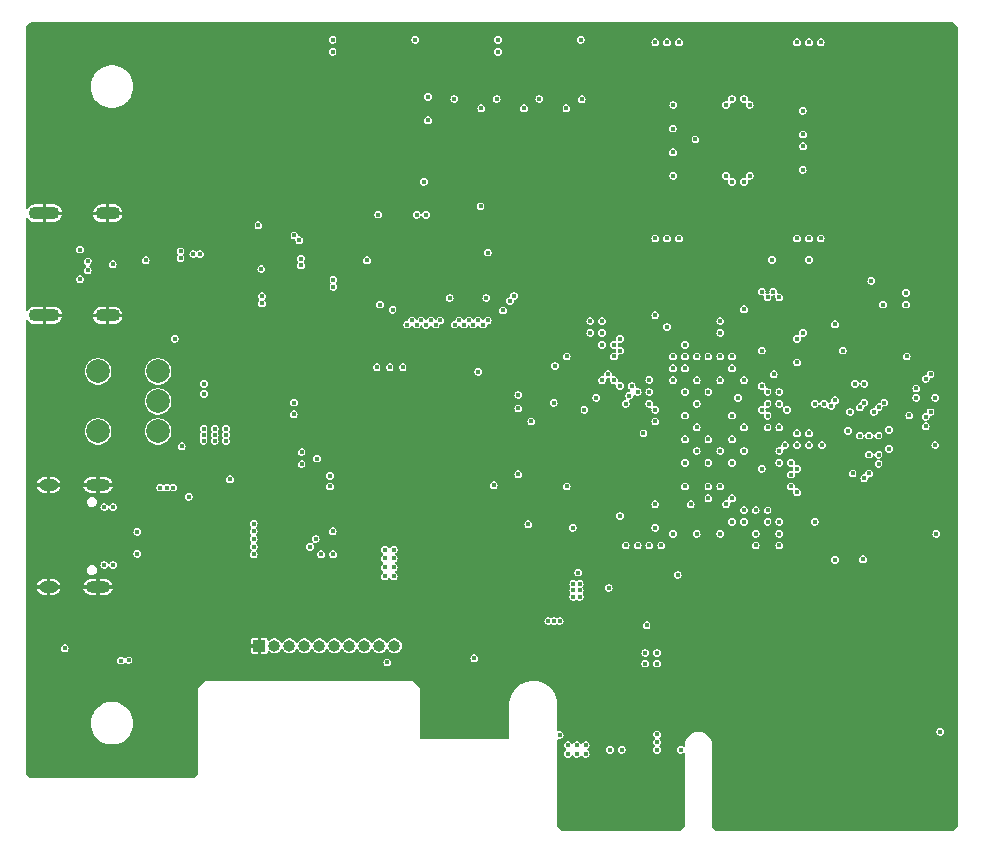
<source format=gbr>
%TF.GenerationSoftware,KiCad,Pcbnew,7.0.10*%
%TF.CreationDate,2024-01-08T21:13:15+10:00*%
%TF.ProjectId,PCIeDMA,50434965-444d-4412-9e6b-696361645f70,1*%
%TF.SameCoordinates,Original*%
%TF.FileFunction,Copper,L5,Inr*%
%TF.FilePolarity,Positive*%
%FSLAX46Y46*%
G04 Gerber Fmt 4.6, Leading zero omitted, Abs format (unit mm)*
G04 Created by KiCad (PCBNEW 7.0.10) date 2024-01-08 21:13:15*
%MOMM*%
%LPD*%
G01*
G04 APERTURE LIST*
%TA.AperFunction,ComponentPad*%
%ADD10O,2.100000X1.000000*%
%TD*%
%TA.AperFunction,ComponentPad*%
%ADD11O,1.600000X1.000000*%
%TD*%
%TA.AperFunction,ComponentPad*%
%ADD12O,2.100000X1.100000*%
%TD*%
%TA.AperFunction,ComponentPad*%
%ADD13O,2.600000X1.100000*%
%TD*%
%TA.AperFunction,ComponentPad*%
%ADD14C,2.000000*%
%TD*%
%TA.AperFunction,ComponentPad*%
%ADD15R,1.000000X1.000000*%
%TD*%
%TA.AperFunction,ComponentPad*%
%ADD16O,1.000000X1.000000*%
%TD*%
%TA.AperFunction,ViaPad*%
%ADD17C,0.400000*%
%TD*%
G04 APERTURE END LIST*
D10*
%TO.N,GND*%
%TO.C,J2*%
X6320000Y-39380000D03*
D11*
X2140000Y-39380000D03*
D10*
X6320000Y-48020000D03*
D11*
X2140000Y-48020000D03*
%TD*%
D12*
%TO.N,GND*%
%TO.C,J4*%
X7130000Y-16380000D03*
D13*
X1770000Y-16380000D03*
D12*
X7130000Y-25020000D03*
D13*
X1770000Y-25020000D03*
%TD*%
D14*
%TO.N,*%
%TO.C,SW5*%
X6320000Y-29760000D03*
X6320000Y-34840000D03*
%TO.N,/Board Power/SW_EN_LOW*%
X11400000Y-29760000D03*
%TO.N,/Board Power/12V_SW_EN*%
X11400000Y-32300000D03*
%TO.N,/Board Power/SW_EN_HIGH*%
X11400000Y-34840000D03*
%TD*%
D15*
%TO.N,GND*%
%TO.C,J3*%
X19975000Y-53000000D03*
D16*
%TO.N,+5V_JTAG*%
X21245000Y-53000000D03*
%TO.N,/USB JTAG/RST*%
X22515000Y-53000000D03*
%TO.N,/USB JTAG/TMS_CONN*%
X23785000Y-53000000D03*
%TO.N,/USB JTAG/TCK_CONN*%
X25055000Y-53000000D03*
%TO.N,/USB JTAG/TDO_CONN*%
X26325000Y-53000000D03*
%TO.N,/USB JTAG/TDI_CONN*%
X27595000Y-53000000D03*
%TO.N,/USB JTAG/TRST_CONN*%
X28865000Y-53000000D03*
%TO.N,+3.3V*%
X30135000Y-53000000D03*
%TO.N,+5V*%
X31405000Y-53000000D03*
%TD*%
D17*
%TO.N,/FPGA/BIT0*%
X66000000Y-26500000D03*
%TO.N,GND*%
X2100000Y-52887500D03*
%TO.N,+5V*%
X3500000Y-53210000D03*
%TO.N,GND*%
X43050000Y-50975000D03*
X44400000Y-49950000D03*
X45650000Y-49950000D03*
X46250000Y-46075000D03*
X46725000Y-50175000D03*
X45075000Y-46825000D03*
%TO.N,+3.3V*%
X46990000Y-46800000D03*
X49550000Y-48100000D03*
%TO.N,/FPGA/WAKE*%
X54000000Y-44500000D03*
%TO.N,/PCIe 4x/WAKE_SJ*%
X55650000Y-61800000D03*
%TO.N,+5V_JTAG*%
X15250000Y-34600000D03*
X15250000Y-35650000D03*
X15250000Y-35137500D03*
X17150000Y-34600000D03*
X17150000Y-35650000D03*
X17150000Y-35137500D03*
%TO.N,/FPGA/CLK_P*%
X58000000Y-39500000D03*
%TO.N,/FPGA/TX0_P*%
X61000000Y-41500000D03*
%TO.N,/FPGA/TX1_P*%
X62000000Y-43500000D03*
%TO.N,/FPGA/TX2_P*%
X63000000Y-41500000D03*
%TO.N,/FPGA/TX3_P*%
X64000000Y-43500000D03*
%TO.N,/FPGA/CLK_N*%
X58000000Y-40500000D03*
%TO.N,/FPGA/TX0_N*%
X61000000Y-42500000D03*
%TO.N,/FPGA/TX1_N*%
X62000000Y-44500000D03*
%TO.N,/FPGA/TX2_N*%
X63000000Y-42500000D03*
%TO.N,/FPGA/TX3_N*%
X64000000Y-44500000D03*
%TO.N,+12V*%
X8900000Y-54200000D03*
X46850000Y-62150000D03*
X30800000Y-54400000D03*
X46100000Y-61400000D03*
X47600000Y-62150000D03*
X47600000Y-61400000D03*
X46850000Y-61400000D03*
X13400000Y-36100000D03*
X46100000Y-62150000D03*
%TO.N,GND*%
X72200000Y-44000000D03*
X9500000Y-40600000D03*
X32800000Y-48700000D03*
X12550000Y-50870000D03*
X13300000Y-20850000D03*
X66500000Y-42000000D03*
X53600000Y-15250000D03*
X11000000Y-17700000D03*
X33700000Y-18100000D03*
X61000000Y-35500000D03*
X36300000Y-33200000D03*
X59000000Y-31500000D03*
X61500000Y-16975000D03*
X14050000Y-48850000D03*
X15150000Y-53150000D03*
X67825000Y-28000000D03*
X51400000Y-46200000D03*
X50850000Y-51250000D03*
X55000000Y-31500000D03*
X54400000Y-49750000D03*
X61000000Y-29500000D03*
X52000000Y-32500000D03*
X15400000Y-22000000D03*
X62150000Y-62450000D03*
X56000000Y-30500000D03*
X51800000Y-51250000D03*
X13300000Y-17700000D03*
X63400000Y-39000000D03*
X67000000Y-37500000D03*
X17000000Y-48850000D03*
X61500000Y-3425000D03*
X15700000Y-17600000D03*
X64650000Y-61150000D03*
X63300000Y-11600000D03*
X61300000Y-9400000D03*
X16800000Y-19700000D03*
X16300000Y-46600000D03*
X41250000Y-49975000D03*
X64650000Y-61800000D03*
X59500000Y-3425000D03*
X75150000Y-61150000D03*
X63400000Y-40000000D03*
X17800000Y-20900000D03*
X11000000Y-23700000D03*
X35700000Y-22100000D03*
X73150000Y-61800000D03*
X13300000Y-22200000D03*
X14300000Y-23200000D03*
X51650000Y-61150000D03*
X56000000Y-40500000D03*
X65000000Y-44500000D03*
X60000000Y-30500000D03*
X16250000Y-53150000D03*
X42750000Y-45675000D03*
X47000000Y-37500000D03*
X53600000Y-5150000D03*
X48700000Y-61150000D03*
X33300000Y-48725000D03*
X62150000Y-61800000D03*
X36220000Y-30850000D03*
X59700000Y-9400000D03*
X73600000Y-46100000D03*
X64500000Y-29000000D03*
X78650000Y-61150000D03*
X64650000Y-62450000D03*
X51000000Y-29500000D03*
X11000000Y-19150000D03*
X54500000Y-41000000D03*
X73000000Y-33500000D03*
X55800000Y-49975000D03*
X68700000Y-22800000D03*
X71150000Y-62450000D03*
X40000000Y-36000000D03*
X58000000Y-30500000D03*
X41900000Y-37520000D03*
X24131965Y-19967463D03*
X61000000Y-40500000D03*
X17750000Y-51130000D03*
X48650000Y-45200000D03*
X75150000Y-62450000D03*
X58000000Y-38500000D03*
X33350000Y-14250000D03*
X76000000Y-33200000D03*
X30050000Y-18750000D03*
X25800000Y-34862500D03*
X72000000Y-30800000D03*
X52500000Y-29000000D03*
X66010000Y-11700000D03*
X65000000Y-42500000D03*
X31750000Y-9850000D03*
X55500000Y-43000000D03*
X57000000Y-39500000D03*
X59700000Y-11000000D03*
X33700000Y-22100000D03*
X35700000Y-18100000D03*
X59000000Y-32500000D03*
X63300000Y-8800000D03*
X36100000Y-53450000D03*
X40100000Y-15600000D03*
X69150000Y-62450000D03*
X69150000Y-61150000D03*
X14050000Y-53150000D03*
X56000000Y-36500000D03*
X36300000Y-36000000D03*
X51500000Y-42000000D03*
X17800000Y-22100000D03*
X74700000Y-46100000D03*
X77150000Y-61150000D03*
X13300000Y-16200000D03*
X37700000Y-20100000D03*
X70800000Y-36800000D03*
X18600000Y-22100000D03*
X23998905Y-18731150D03*
X46500000Y-44000000D03*
X27000000Y-12900000D03*
X57800000Y-11600000D03*
X46930000Y-55800000D03*
X62000000Y-32500000D03*
X71100000Y-42725000D03*
X35800000Y-16500000D03*
X75900000Y-41900000D03*
X49500000Y-33000000D03*
X22900000Y-21100000D03*
X33300000Y-43300000D03*
X66000000Y-24500000D03*
X18700000Y-28600000D03*
X11000000Y-49700000D03*
X73150000Y-62450000D03*
X66000000Y-44500000D03*
X20900000Y-39390000D03*
X32300000Y-48700000D03*
X77800000Y-30000000D03*
X54400000Y-47550000D03*
X39130000Y-54050000D03*
X33150000Y-10250000D03*
X60500000Y-10200000D03*
X34100000Y-11200000D03*
X64500000Y-40000000D03*
X57000000Y-33500000D03*
X48000000Y-40500000D03*
X63500000Y-31000000D03*
X47850000Y-58850000D03*
X64500000Y-35000000D03*
X50200000Y-48650000D03*
X20550000Y-37250000D03*
X48000000Y-30500000D03*
X15500000Y-20600000D03*
X14050000Y-50150000D03*
X67400000Y-5150000D03*
X73300000Y-37280000D03*
X28250000Y-31300000D03*
X52470000Y-55800000D03*
X73600000Y-41900000D03*
X77300000Y-44480000D03*
X38125000Y-34600000D03*
X73150000Y-61150000D03*
X11000000Y-20700000D03*
X35700000Y-20100000D03*
X28050000Y-13850000D03*
X78650000Y-61800000D03*
X30600000Y-9850000D03*
X56000000Y-41500000D03*
X75150000Y-61800000D03*
X22296685Y-18230342D03*
X34150000Y-12200000D03*
X33750000Y-31300000D03*
X58000000Y-33500000D03*
X48700000Y-61800000D03*
X16700000Y-17900000D03*
X73225000Y-28500000D03*
X53750000Y-51250000D03*
X50000000Y-26500000D03*
X64500000Y-31000000D03*
X13300000Y-23700000D03*
X25662185Y-22919318D03*
X58000000Y-36500000D03*
X55500000Y-44000000D03*
X75900000Y-46100000D03*
X59500000Y-16975000D03*
X62000000Y-42500000D03*
X63500000Y-41000000D03*
X12550000Y-49900000D03*
X71150000Y-61150000D03*
X26900000Y-21700000D03*
X52500000Y-43000000D03*
X68975001Y-20300000D03*
X33700000Y-20100000D03*
X63500000Y-28000000D03*
X22200000Y-50900000D03*
X54400000Y-48650000D03*
X73600000Y-44850000D03*
X14850000Y-39400000D03*
X56000000Y-24500000D03*
X56000000Y-38500000D03*
X64500000Y-39000000D03*
X37700000Y-22100000D03*
X66500000Y-27000000D03*
X10390000Y-26600000D03*
X30050000Y-15520000D03*
X13900000Y-46600000D03*
X50200000Y-47550000D03*
X49000000Y-43500000D03*
X40600000Y-53250000D03*
X28050000Y-10850000D03*
X76000000Y-30000000D03*
X67150000Y-61800000D03*
X65000000Y-43500000D03*
X67150000Y-62450000D03*
X18600000Y-20900000D03*
X28290000Y-19300000D03*
X12550000Y-52800000D03*
X63000000Y-35500000D03*
X62500000Y-40000000D03*
X29400000Y-9850000D03*
X8400000Y-19150000D03*
X53150000Y-47550000D03*
X66000000Y-34500000D03*
X37700000Y-18100000D03*
X51650000Y-62450000D03*
X58700000Y-62450000D03*
X65500000Y-41000000D03*
X51550000Y-58850000D03*
X71150000Y-61800000D03*
X72000000Y-32400000D03*
X57000000Y-37500000D03*
X53000000Y-25500000D03*
X16250000Y-51850000D03*
X57000000Y-44480000D03*
X10500000Y-39600000D03*
X77150000Y-61800000D03*
X16200000Y-28600000D03*
X19980000Y-25300000D03*
X57800000Y-8800000D03*
X17800000Y-23300000D03*
X37625000Y-53150000D03*
X51650000Y-61800000D03*
X47000000Y-27500000D03*
X12200000Y-45150000D03*
X24050000Y-39500000D03*
X62150000Y-61150000D03*
X11600000Y-51350000D03*
X27525000Y-20350000D03*
X64480000Y-30000000D03*
X78650000Y-62450000D03*
X71790000Y-23100000D03*
X58700000Y-61150000D03*
X58700000Y-61800000D03*
X74700000Y-41900000D03*
X63000000Y-25500000D03*
X68700000Y-42700000D03*
X24050000Y-38600000D03*
X33150000Y-13150000D03*
X17750000Y-52000000D03*
X46000000Y-24500000D03*
X66010000Y-8700000D03*
X32325000Y-43300000D03*
X67150000Y-61150000D03*
X11600000Y-52200000D03*
X11000000Y-22200000D03*
X27000000Y-11800000D03*
X17800000Y-49300000D03*
X51000000Y-39500000D03*
X18600000Y-50100000D03*
X59000000Y-40500000D03*
X61000000Y-37500000D03*
X48700000Y-62450000D03*
X77200000Y-37600000D03*
X34950000Y-51200000D03*
X77150000Y-62450000D03*
X15000000Y-23200000D03*
X8600000Y-21800000D03*
X67400000Y-15250000D03*
X74800000Y-39100000D03*
X9500000Y-39600000D03*
X59000000Y-23500000D03*
X49000000Y-23500000D03*
X19700000Y-37250000D03*
X29250000Y-14350000D03*
X71820000Y-24100000D03*
X53500000Y-35000000D03*
X57000000Y-31500000D03*
X18600000Y-23300000D03*
X61000000Y-38500000D03*
X59000000Y-29500000D03*
X69150000Y-61800000D03*
X64000000Y-41500000D03*
X54000000Y-28500000D03*
X29600000Y-21700000D03*
X32800000Y-43300000D03*
X61300000Y-11000000D03*
X76400000Y-31200000D03*
X11000000Y-16200000D03*
%TO.N,+3.3V*%
X31000000Y-29400000D03*
X53650000Y-54500000D03*
X32100000Y-29400000D03*
X53650000Y-61800000D03*
X22900000Y-32400000D03*
X19900000Y-17390000D03*
X53650000Y-60500000D03*
X22890000Y-33400000D03*
X20150000Y-21096400D03*
X45400000Y-50900000D03*
X53650000Y-61150000D03*
X53650000Y-53600000D03*
X29900000Y-29400000D03*
X44937500Y-50900000D03*
X44450000Y-50900000D03*
X52650000Y-54500000D03*
X52650000Y-53600000D03*
%TO.N,+5V_JTAG*%
X23550000Y-37610000D03*
X11600000Y-39600000D03*
X16200000Y-35650000D03*
X16200000Y-35137500D03*
X25950000Y-38600000D03*
X12700000Y-39600000D03*
X16200000Y-34600000D03*
X25950000Y-39500000D03*
X12150000Y-39600000D03*
%TO.N,/FPGA/RST*%
X33900000Y-13700000D03*
X59000000Y-25500000D03*
%TO.N,+MGTAVCC*%
X54500000Y-18500000D03*
X60000000Y-40500000D03*
X55500000Y-18500000D03*
X55020000Y-13200000D03*
X62000000Y-41500000D03*
X59000000Y-39500000D03*
X53500000Y-18500000D03*
X54990000Y-11200000D03*
X56500000Y-41000000D03*
%TO.N,+MGTAVTT*%
X60000000Y-42500000D03*
X59000000Y-43500000D03*
X54980000Y-9200000D03*
X54500000Y-1900000D03*
X57000000Y-43520000D03*
X53500000Y-1900000D03*
X55500000Y-1900000D03*
X64000000Y-42500000D03*
X55020000Y-7200000D03*
%TO.N,+VCCO*%
X47100000Y-48300000D03*
X55400000Y-47000000D03*
X42750000Y-42700500D03*
X45000000Y-29300000D03*
X68700000Y-25775001D03*
X39810000Y-39400000D03*
X47100000Y-47750000D03*
X53500000Y-34000000D03*
X26175000Y-1690000D03*
X51000000Y-44500000D03*
X60000000Y-28500000D03*
X63520000Y-30000000D03*
X50500000Y-30980000D03*
X36100000Y-23550000D03*
X65500000Y-27000000D03*
X53500000Y-43000000D03*
X53500000Y-41000000D03*
X50500000Y-42000000D03*
X41900000Y-31760000D03*
X40175000Y-1690000D03*
X46550000Y-48850000D03*
X45975000Y-7490000D03*
X48000000Y-25500000D03*
X50500000Y-28000000D03*
X46550000Y-48300000D03*
X39200000Y-23550000D03*
X38775000Y-7490000D03*
X62500000Y-28000000D03*
X41900000Y-38480000D03*
X46550000Y-47750000D03*
X47175000Y-1690000D03*
X38510000Y-29800000D03*
X61000000Y-24500000D03*
X47500000Y-33000000D03*
X46000000Y-39500000D03*
X34100000Y-16500000D03*
X33175000Y-1690000D03*
X53000000Y-30480000D03*
X26210000Y-45250000D03*
X14000000Y-40380000D03*
X56000000Y-39500000D03*
X30187500Y-24100000D03*
X42375000Y-7490000D03*
X52760000Y-51250000D03*
X39300000Y-19700000D03*
X64000000Y-23500000D03*
X17490000Y-38900000D03*
X68700000Y-45700000D03*
X34265000Y-6500000D03*
X47100000Y-48850000D03*
X65500000Y-29000000D03*
X30050000Y-16480000D03*
X34265000Y-8500000D03*
X56000000Y-29500000D03*
X46500000Y-43000000D03*
%TO.N,+VCCINT*%
X57000000Y-36500000D03*
X67500000Y-18500000D03*
X66500000Y-18500000D03*
X59000000Y-30500000D03*
X65980000Y-12700000D03*
X60500000Y-32000000D03*
X58000000Y-31500000D03*
X60000000Y-33500000D03*
X61000000Y-30500000D03*
X60000000Y-35500000D03*
X61000000Y-36500000D03*
X60000000Y-29500000D03*
X57000000Y-34500000D03*
X57000000Y-32500000D03*
X58000000Y-37500000D03*
X61000000Y-34500000D03*
X66525000Y-20300000D03*
X60000000Y-37500000D03*
X59000000Y-36500000D03*
X65500000Y-18500000D03*
X66010000Y-10700000D03*
%TO.N,+VCCAUX*%
X67500000Y-1900000D03*
X76800000Y-30000000D03*
X56000000Y-31500000D03*
X68700000Y-32200000D03*
X72900000Y-32400000D03*
X66500000Y-1900000D03*
X74775000Y-28500000D03*
X77300000Y-43520000D03*
X77200000Y-36000000D03*
X65980000Y-7700000D03*
X67000000Y-32500000D03*
X63375000Y-20300000D03*
X56000000Y-35500000D03*
X56000000Y-37500000D03*
X77200000Y-32000000D03*
X71200000Y-38800000D03*
X71100000Y-45675000D03*
X69375000Y-28000000D03*
X64654756Y-33000500D03*
X71200000Y-30800000D03*
X62500000Y-38000000D03*
X75600000Y-32000000D03*
X67000000Y-42500000D03*
X66010000Y-9700000D03*
X65500000Y-36000000D03*
X70000000Y-33200000D03*
X71790000Y-22100000D03*
X58000000Y-35500000D03*
X56000000Y-33500000D03*
X76800000Y-33200000D03*
X65500000Y-1900000D03*
X65500000Y-40000000D03*
X73300000Y-36320000D03*
X57000000Y-30500000D03*
%TO.N,+5V*%
X30600000Y-46350000D03*
X56900000Y-10100000D03*
X31350000Y-46350000D03*
X30600000Y-47100000D03*
X31350000Y-45600000D03*
X31350000Y-47100000D03*
X30600000Y-44850000D03*
X15300000Y-30800000D03*
X59500000Y-13200000D03*
X61500000Y-7200000D03*
X31350000Y-44850000D03*
X30600000Y-45600000D03*
X15300000Y-31650000D03*
X61500000Y-13200000D03*
X59500000Y-7200000D03*
%TO.N,/FPGA Power/EN1*%
X61000000Y-13700000D03*
%TO.N,/FPGA Power/EN2*%
X60000000Y-13700000D03*
%TO.N,/FPGA Power/EN3*%
X60000000Y-6700000D03*
%TO.N,/FPGA Power/EN4*%
X61000000Y-6700000D03*
%TO.N,/Board Power/12V_SW_EN*%
X8250000Y-54250000D03*
X38170000Y-54050000D03*
%TO.N,/PCIe 4x/PRSNT*%
X77625000Y-60275000D03*
X45400000Y-60550000D03*
%TO.N,/USB JTAG/CC1_R*%
X9650000Y-45200000D03*
X9650000Y-43350000D03*
%TO.N,/USB Data/Type C Mux/CC1*%
X20200000Y-23400000D03*
X13300000Y-19600000D03*
%TO.N,/USB Data/FT601/DP*%
X22945999Y-18245999D03*
X14383815Y-19828259D03*
%TO.N,/USB Data/Type C Mux/CC2*%
X10350000Y-20350000D03*
X20200000Y-24000000D03*
X13300000Y-20200000D03*
X5450000Y-21200000D03*
%TO.N,/FPGA/PERST*%
X55000000Y-43500000D03*
%TO.N,/FPGA/USER_SW2*%
X40175000Y-2710000D03*
X63500000Y-23000000D03*
%TO.N,/FPGA/USER_LD1*%
X43675000Y-6700000D03*
X62500000Y-23000000D03*
%TO.N,/FPGA/USER_LD2*%
X47275000Y-6712500D03*
X63000000Y-23500000D03*
%TO.N,/FPGA/Bank 0/PROGRAM_B*%
X54500000Y-26000000D03*
X26175000Y-2710000D03*
%TO.N,/FPGA/Bank 0/DONE*%
X36475000Y-6700000D03*
X53500000Y-25000000D03*
%TO.N,/FPGA/Bank 0/INIT_B*%
X56000000Y-28500000D03*
X40075000Y-6700000D03*
%TO.N,/FPGA/Bank 13-14/PUDC_B*%
X44900000Y-32426500D03*
X46000000Y-28500000D03*
%TO.N,/FPGA/D2*%
X43000000Y-34000000D03*
X41900000Y-32900000D03*
%TO.N,/Board Power/5VJT_SW_EN*%
X23550000Y-36590000D03*
X24850000Y-37137500D03*
%TO.N,/FPGA/TMS*%
X55000000Y-29500000D03*
X25200000Y-45250000D03*
X19500000Y-45250000D03*
%TO.N,/FPGA/TCK*%
X56000000Y-27500000D03*
X24250000Y-44600000D03*
X19487500Y-44600000D03*
%TO.N,/FPGA/TDO*%
X55000000Y-28500000D03*
X24750000Y-43950000D03*
X19487500Y-43950000D03*
%TO.N,/FPGA/TDI*%
X19487500Y-43300000D03*
X55000000Y-30500000D03*
X26190000Y-43300000D03*
%TO.N,/FPGA/TRST*%
X19487500Y-42650000D03*
%TO.N,/USB Data/FT601/RIDP*%
X23500000Y-20788500D03*
X26250000Y-22588500D03*
%TO.N,/USB Data/FT601/RIDN*%
X23500000Y-20211500D03*
X26250000Y-22011500D03*
%TO.N,/FPGA/WAKEUP*%
X59000000Y-26500000D03*
X33300000Y-16500000D03*
%TO.N,/FPGA/DATA0*%
X52500000Y-35000000D03*
X32500000Y-25800000D03*
%TO.N,/FPGA/DATA1*%
X32900000Y-25450000D03*
X53500000Y-33000000D03*
%TO.N,/FPGA/DATA2*%
X53000000Y-32500000D03*
X33300000Y-25800000D03*
%TO.N,/FPGA/DATA3*%
X33700000Y-25450000D03*
X53000000Y-31500000D03*
%TO.N,/FPGA/DATA4*%
X52000000Y-31500000D03*
X34096126Y-25803510D03*
%TO.N,/FPGA/DATA5*%
X51000000Y-32500000D03*
X34500000Y-25450000D03*
%TO.N,/FPGA/DATA6*%
X34900000Y-25800000D03*
X51306363Y-31806363D03*
%TO.N,/FPGA/DATA7*%
X51500000Y-31000000D03*
X35300000Y-25450000D03*
%TO.N,/FPGA/DATA8*%
X36500000Y-25800000D03*
X48500000Y-32000000D03*
%TO.N,/FPGA/DATA9*%
X50000000Y-30500000D03*
X36900000Y-25450000D03*
%TO.N,/FPGA/DATA10*%
X49000000Y-30500000D03*
X37300000Y-25800000D03*
%TO.N,/FPGA/DATA11*%
X37700000Y-25450000D03*
X49500000Y-30000000D03*
%TO.N,/FPGA/DATA12*%
X50000000Y-28500000D03*
X38100000Y-25800000D03*
%TO.N,/FPGA/DATA13*%
X50000000Y-27500000D03*
X38500000Y-25450000D03*
%TO.N,/FPGA/DATA14*%
X49000000Y-27500000D03*
X38900000Y-25800000D03*
%TO.N,/FPGA/DATA15*%
X39300000Y-25450000D03*
X50500000Y-27000000D03*
%TO.N,/FPGA/CLK*%
X40600000Y-24600000D03*
X49000000Y-26500000D03*
%TO.N,/FPGA/DATA16*%
X41200000Y-23800000D03*
X48000000Y-26500000D03*
%TO.N,/FPGA/DATA17*%
X41522059Y-23374502D03*
X49000000Y-25500000D03*
%TO.N,/FPGA/Bank 0/M2*%
X59000000Y-28500000D03*
%TO.N,/FPGA/Bank 0/M1*%
X58000000Y-28500000D03*
%TO.N,/FPGA/Bank 0/M0*%
X57000000Y-28500000D03*
%TO.N,/FPGA/GTP/MGTRREF*%
X59500000Y-41000000D03*
%TO.N,/USB JTAG/VBUS_JTAG*%
X7600000Y-41250000D03*
X6850000Y-41250000D03*
X6850000Y-46150000D03*
X7600000Y-46150000D03*
%TO.N,/USB Data/Type C SS Connector/VBUS_DATA*%
X12800000Y-27000000D03*
X4800000Y-21950000D03*
X4800000Y-19450000D03*
%TO.N,/USB Data/FT601/VD10*%
X31250000Y-24550000D03*
X38700000Y-15800000D03*
X29075000Y-20350000D03*
%TO.N,/FPGA/PCIE.SCL*%
X52000000Y-44500000D03*
%TO.N,/FPGA/PCIE.SDA*%
X53000000Y-44500000D03*
%TO.N,/USB Data/FT601/DN*%
X23354001Y-18654001D03*
X14960815Y-19828259D03*
X7550000Y-20700000D03*
X5450000Y-20450000D03*
%TO.N,/PCIe 4x/SDA_SJ*%
X50650000Y-61800000D03*
%TO.N,/PCIe 4x/SCL_SJ*%
X49650000Y-61800000D03*
%TO.N,/Memory/V0.9*%
X72780000Y-24100000D03*
X72000000Y-33200000D03*
%TO.N,/FPGA/CK_P*%
X76400000Y-33600000D03*
X63000000Y-34500000D03*
%TO.N,/FPGA/CK_N*%
X64000000Y-34500000D03*
X76400000Y-34400000D03*
%TO.N,/FPGA/CKE*%
X74710000Y-23100000D03*
X66500000Y-35000000D03*
X69800000Y-34800000D03*
%TO.N,/FPGA/ODT*%
X68400000Y-32700000D03*
X75009725Y-33490275D03*
X74710000Y-24100000D03*
%TO.N,/FPGA/WE*%
X73300000Y-34713700D03*
X65500000Y-35000000D03*
%TO.N,/FPGA/DQ3*%
X63000000Y-33519700D03*
X72400000Y-32800000D03*
%TO.N,/FPGA/DQ4*%
X62500000Y-33000000D03*
X70800000Y-32800000D03*
%TO.N,/FPGA/DQ1*%
X71200000Y-32400000D03*
X63000000Y-32500000D03*
%TO.N,/FPGA/DQS_P*%
X75600000Y-31200000D03*
X63000000Y-31500000D03*
%TO.N,/FPGA/DM*%
X64000000Y-32500000D03*
X67800000Y-32500000D03*
%TO.N,/FPGA/DQ6*%
X62500000Y-31000000D03*
X70400000Y-30800000D03*
%TO.N,/FPGA/DQS_N*%
X76400000Y-30400000D03*
X64000000Y-31500000D03*
%TO.N,/FPGA/DDR2_OSC*%
X64000000Y-37500000D03*
%TO.N,/FPGA/BA0*%
X71600000Y-35200000D03*
X66500000Y-36000000D03*
%TO.N,/FPGA/BA2*%
X70800000Y-35200000D03*
X67600000Y-36000000D03*
%TO.N,/FPGA/BA1*%
X64500000Y-36000000D03*
X72400000Y-35200000D03*
%TO.N,/FPGA/ADDR12*%
X65000000Y-39500000D03*
X71600000Y-38400000D03*
%TO.N,/FPGA/ADDR9*%
X65500000Y-38000000D03*
X72400000Y-37600000D03*
%TO.N,/FPGA/ADDR5*%
X72400000Y-36800000D03*
X65000000Y-37500000D03*
%TO.N,/FPGA/ADDR7*%
X65000000Y-38500000D03*
X70200000Y-38400000D03*
%TO.N,/FPGA/ADDR3*%
X64000000Y-36500000D03*
X71600000Y-36800000D03*
%TD*%
%TA.AperFunction,Conductor*%
%TO.N,GND*%
G36*
X78734134Y-219407D02*
G01*
X78745947Y-229496D01*
X79070504Y-554053D01*
X79098281Y-608570D01*
X79099500Y-624057D01*
X79099500Y-68275943D01*
X79080593Y-68334134D01*
X79070504Y-68345946D01*
X78745948Y-68670503D01*
X78691431Y-68698281D01*
X78675944Y-68699500D01*
X58724058Y-68699500D01*
X58665867Y-68680593D01*
X58654054Y-68670504D01*
X58329496Y-68345946D01*
X58301719Y-68291429D01*
X58300500Y-68275942D01*
X58300500Y-61349344D01*
X58300499Y-61349339D01*
X58293612Y-61310280D01*
X58265543Y-61151091D01*
X58196690Y-60961920D01*
X58096035Y-60787579D01*
X58096031Y-60787575D01*
X58096030Y-60787572D01*
X57966641Y-60633374D01*
X57966639Y-60633372D01*
X57966634Y-60633366D01*
X57966627Y-60633360D01*
X57966625Y-60633358D01*
X57812427Y-60503969D01*
X57812423Y-60503966D01*
X57812421Y-60503965D01*
X57638080Y-60403310D01*
X57638074Y-60403307D01*
X57638070Y-60403306D01*
X57448919Y-60334460D01*
X57448911Y-60334458D01*
X57448909Y-60334457D01*
X57409258Y-60327465D01*
X57250660Y-60299500D01*
X57250656Y-60299500D01*
X57049344Y-60299500D01*
X57049339Y-60299500D01*
X56851091Y-60334457D01*
X56851080Y-60334460D01*
X56661929Y-60403306D01*
X56661920Y-60403310D01*
X56487572Y-60503969D01*
X56333374Y-60633358D01*
X56333358Y-60633374D01*
X56203969Y-60787572D01*
X56103310Y-60961920D01*
X56103306Y-60961929D01*
X56034460Y-61151080D01*
X56034457Y-61151091D01*
X55999500Y-61349339D01*
X55999500Y-61453438D01*
X55980593Y-61511629D01*
X55931093Y-61547593D01*
X55869907Y-61547593D01*
X55836865Y-61529278D01*
X55834560Y-61527344D01*
X55816276Y-61512002D01*
X55816274Y-61512001D01*
X55707747Y-61472500D01*
X55592253Y-61472500D01*
X55592252Y-61472500D01*
X55483725Y-61512001D01*
X55483724Y-61512002D01*
X55395249Y-61586240D01*
X55337502Y-61686262D01*
X55317448Y-61800000D01*
X55337502Y-61913737D01*
X55337502Y-61913738D01*
X55337503Y-61913739D01*
X55395250Y-62013760D01*
X55483724Y-62087998D01*
X55592252Y-62127499D01*
X55592252Y-62127500D01*
X55592253Y-62127500D01*
X55707748Y-62127500D01*
X55707747Y-62127499D01*
X55816276Y-62087998D01*
X55836864Y-62070723D01*
X55893594Y-62047802D01*
X55952962Y-62062604D01*
X55992291Y-62109475D01*
X55999500Y-62146561D01*
X55999500Y-68275943D01*
X55980593Y-68334134D01*
X55970504Y-68345946D01*
X55645948Y-68670503D01*
X55591431Y-68698281D01*
X55575944Y-68699500D01*
X45624058Y-68699500D01*
X45565867Y-68680593D01*
X45554054Y-68670504D01*
X45229496Y-68345946D01*
X45201719Y-68291429D01*
X45200500Y-68275942D01*
X45200500Y-62150000D01*
X45767448Y-62150000D01*
X45787502Y-62263737D01*
X45845248Y-62363758D01*
X45845250Y-62363760D01*
X45933724Y-62437998D01*
X46042252Y-62477499D01*
X46042252Y-62477500D01*
X46042253Y-62477500D01*
X46157748Y-62477500D01*
X46157747Y-62477499D01*
X46266276Y-62437998D01*
X46354750Y-62363760D01*
X46389263Y-62303980D01*
X46434732Y-62263039D01*
X46495582Y-62256643D01*
X46548571Y-62287235D01*
X46560737Y-62303981D01*
X46595248Y-62363758D01*
X46595249Y-62363759D01*
X46595250Y-62363760D01*
X46683724Y-62437998D01*
X46792252Y-62477499D01*
X46792252Y-62477500D01*
X46792253Y-62477500D01*
X46907748Y-62477500D01*
X46907747Y-62477499D01*
X47016276Y-62437998D01*
X47104750Y-62363760D01*
X47139263Y-62303980D01*
X47184732Y-62263039D01*
X47245582Y-62256643D01*
X47298571Y-62287235D01*
X47310737Y-62303981D01*
X47345248Y-62363758D01*
X47345249Y-62363759D01*
X47345250Y-62363760D01*
X47433724Y-62437998D01*
X47542252Y-62477499D01*
X47542252Y-62477500D01*
X47542253Y-62477500D01*
X47657748Y-62477500D01*
X47657747Y-62477499D01*
X47766276Y-62437998D01*
X47854750Y-62363760D01*
X47912497Y-62263739D01*
X47932552Y-62150000D01*
X47912497Y-62036261D01*
X47854750Y-61936240D01*
X47766276Y-61862002D01*
X47764089Y-61860740D01*
X47761978Y-61858396D01*
X47759641Y-61856435D01*
X47759916Y-61856106D01*
X47723145Y-61815273D01*
X47721539Y-61800000D01*
X49317448Y-61800000D01*
X49337502Y-61913737D01*
X49337502Y-61913738D01*
X49337503Y-61913739D01*
X49395250Y-62013760D01*
X49483724Y-62087998D01*
X49592252Y-62127499D01*
X49592252Y-62127500D01*
X49592253Y-62127500D01*
X49707748Y-62127500D01*
X49707747Y-62127499D01*
X49816276Y-62087998D01*
X49904750Y-62013760D01*
X49962497Y-61913739D01*
X49982552Y-61800000D01*
X50317448Y-61800000D01*
X50337502Y-61913737D01*
X50337502Y-61913738D01*
X50337503Y-61913739D01*
X50395250Y-62013760D01*
X50483724Y-62087998D01*
X50592252Y-62127499D01*
X50592252Y-62127500D01*
X50592253Y-62127500D01*
X50707748Y-62127500D01*
X50707747Y-62127499D01*
X50816276Y-62087998D01*
X50904750Y-62013760D01*
X50962497Y-61913739D01*
X50982552Y-61800000D01*
X53317448Y-61800000D01*
X53337502Y-61913737D01*
X53337502Y-61913738D01*
X53337503Y-61913739D01*
X53395250Y-62013760D01*
X53483724Y-62087998D01*
X53592252Y-62127499D01*
X53592252Y-62127500D01*
X53592253Y-62127500D01*
X53707748Y-62127500D01*
X53707747Y-62127499D01*
X53816276Y-62087998D01*
X53904750Y-62013760D01*
X53962497Y-61913739D01*
X53982552Y-61800000D01*
X53962497Y-61686261D01*
X53904750Y-61586240D01*
X53862559Y-61550838D01*
X53830136Y-61498951D01*
X53834403Y-61437915D01*
X53862560Y-61399161D01*
X53904750Y-61363760D01*
X53962497Y-61263739D01*
X53982552Y-61150000D01*
X53962497Y-61036261D01*
X53904750Y-60936240D01*
X53862559Y-60900838D01*
X53830136Y-60848951D01*
X53834403Y-60787915D01*
X53862560Y-60749161D01*
X53876835Y-60737183D01*
X53904750Y-60713760D01*
X53962497Y-60613739D01*
X53982552Y-60500000D01*
X53962497Y-60386261D01*
X53904750Y-60286240D01*
X53891355Y-60275000D01*
X77292448Y-60275000D01*
X77312502Y-60388737D01*
X77312502Y-60388738D01*
X77312503Y-60388739D01*
X77370250Y-60488760D01*
X77458724Y-60562998D01*
X77567252Y-60602499D01*
X77567252Y-60602500D01*
X77567253Y-60602500D01*
X77682748Y-60602500D01*
X77682747Y-60602499D01*
X77791276Y-60562998D01*
X77879750Y-60488760D01*
X77937497Y-60388739D01*
X77957552Y-60275000D01*
X77937497Y-60161261D01*
X77879750Y-60061240D01*
X77791276Y-59987002D01*
X77791274Y-59987001D01*
X77682747Y-59947500D01*
X77567253Y-59947500D01*
X77567252Y-59947500D01*
X77458725Y-59987001D01*
X77458724Y-59987002D01*
X77370249Y-60061240D01*
X77312502Y-60161262D01*
X77292448Y-60275000D01*
X53891355Y-60275000D01*
X53816276Y-60212002D01*
X53816274Y-60212001D01*
X53707747Y-60172500D01*
X53592253Y-60172500D01*
X53592252Y-60172500D01*
X53483725Y-60212001D01*
X53483724Y-60212002D01*
X53395249Y-60286240D01*
X53337502Y-60386262D01*
X53317448Y-60500000D01*
X53337502Y-60613737D01*
X53337502Y-60613738D01*
X53337503Y-60613739D01*
X53366370Y-60663739D01*
X53395251Y-60713761D01*
X53437440Y-60749162D01*
X53469863Y-60801050D01*
X53465595Y-60862086D01*
X53437440Y-60900838D01*
X53395251Y-60936238D01*
X53337502Y-61036262D01*
X53317448Y-61150000D01*
X53337502Y-61263737D01*
X53337502Y-61263738D01*
X53337503Y-61263739D01*
X53387594Y-61350500D01*
X53395251Y-61363761D01*
X53437440Y-61399162D01*
X53469863Y-61451050D01*
X53465595Y-61512086D01*
X53437440Y-61550838D01*
X53395251Y-61586238D01*
X53337502Y-61686262D01*
X53317448Y-61800000D01*
X50982552Y-61800000D01*
X50962497Y-61686261D01*
X50904750Y-61586240D01*
X50816276Y-61512002D01*
X50816274Y-61512001D01*
X50707747Y-61472500D01*
X50592253Y-61472500D01*
X50592252Y-61472500D01*
X50483725Y-61512001D01*
X50483724Y-61512002D01*
X50395249Y-61586240D01*
X50337502Y-61686262D01*
X50317448Y-61800000D01*
X49982552Y-61800000D01*
X49962497Y-61686261D01*
X49904750Y-61586240D01*
X49816276Y-61512002D01*
X49816274Y-61512001D01*
X49707747Y-61472500D01*
X49592253Y-61472500D01*
X49592252Y-61472500D01*
X49483725Y-61512001D01*
X49483724Y-61512002D01*
X49395249Y-61586240D01*
X49337502Y-61686262D01*
X49317448Y-61800000D01*
X47721539Y-61800000D01*
X47716745Y-61754423D01*
X47747334Y-61701433D01*
X47764089Y-61689260D01*
X47766271Y-61687999D01*
X47766276Y-61687998D01*
X47854750Y-61613760D01*
X47912497Y-61513739D01*
X47932552Y-61400000D01*
X47912497Y-61286261D01*
X47854750Y-61186240D01*
X47766276Y-61112002D01*
X47766274Y-61112001D01*
X47657747Y-61072500D01*
X47542253Y-61072500D01*
X47542252Y-61072500D01*
X47433725Y-61112001D01*
X47433724Y-61112002D01*
X47345249Y-61186240D01*
X47310737Y-61246019D01*
X47265267Y-61286960D01*
X47204417Y-61293356D01*
X47151429Y-61262763D01*
X47139263Y-61246019D01*
X47104750Y-61186240D01*
X47016276Y-61112002D01*
X47016274Y-61112001D01*
X46907747Y-61072500D01*
X46792253Y-61072500D01*
X46792252Y-61072500D01*
X46683725Y-61112001D01*
X46683724Y-61112002D01*
X46595249Y-61186240D01*
X46560737Y-61246019D01*
X46515267Y-61286960D01*
X46454417Y-61293356D01*
X46401429Y-61262763D01*
X46389263Y-61246019D01*
X46354750Y-61186240D01*
X46266276Y-61112002D01*
X46266274Y-61112001D01*
X46157747Y-61072500D01*
X46042253Y-61072500D01*
X46042252Y-61072500D01*
X45933725Y-61112001D01*
X45933724Y-61112002D01*
X45845249Y-61186240D01*
X45787502Y-61286262D01*
X45767448Y-61400000D01*
X45787502Y-61513737D01*
X45845248Y-61613758D01*
X45845250Y-61613760D01*
X45931655Y-61686262D01*
X45933728Y-61688001D01*
X45935914Y-61689263D01*
X45938021Y-61691604D01*
X45940359Y-61693565D01*
X45940083Y-61693893D01*
X45976856Y-61734731D01*
X45983253Y-61795581D01*
X45952661Y-61848570D01*
X45935914Y-61860737D01*
X45933728Y-61861998D01*
X45845249Y-61936240D01*
X45787502Y-62036262D01*
X45767448Y-62150000D01*
X45200500Y-62150000D01*
X45200500Y-60967292D01*
X45219407Y-60909101D01*
X45268907Y-60873137D01*
X45330093Y-60873137D01*
X45333332Y-60874253D01*
X45342253Y-60877500D01*
X45342254Y-60877500D01*
X45457748Y-60877500D01*
X45457747Y-60877499D01*
X45566276Y-60837998D01*
X45654750Y-60763760D01*
X45712497Y-60663739D01*
X45732552Y-60550000D01*
X45712497Y-60436261D01*
X45654750Y-60336240D01*
X45566276Y-60262002D01*
X45566274Y-60262001D01*
X45457747Y-60222500D01*
X45342253Y-60222500D01*
X45333359Y-60225737D01*
X45272211Y-60227872D01*
X45221486Y-60193657D01*
X45200560Y-60136161D01*
X45200500Y-60132707D01*
X45200500Y-57836458D01*
X45200500Y-57836452D01*
X45162769Y-57561937D01*
X45088009Y-57295116D01*
X45036865Y-57177371D01*
X44977618Y-57040968D01*
X44977611Y-57040956D01*
X44969135Y-57027018D01*
X44833639Y-56804205D01*
X44658767Y-56589258D01*
X44456256Y-56400125D01*
X44456250Y-56400121D01*
X44456248Y-56400119D01*
X44229876Y-56240330D01*
X43983847Y-56112847D01*
X43983843Y-56112845D01*
X43983842Y-56112845D01*
X43925613Y-56092150D01*
X43722750Y-56020054D01*
X43559952Y-55986224D01*
X43451455Y-55963678D01*
X43451446Y-55963676D01*
X43175003Y-55944767D01*
X43174997Y-55944767D01*
X42898553Y-55963676D01*
X42898544Y-55963678D01*
X42627254Y-56020053D01*
X42627252Y-56020053D01*
X42627250Y-56020054D01*
X42517179Y-56059172D01*
X42366157Y-56112845D01*
X42120123Y-56240330D01*
X41893751Y-56400119D01*
X41893745Y-56400124D01*
X41893744Y-56400125D01*
X41711086Y-56570717D01*
X41691232Y-56589259D01*
X41516368Y-56804195D01*
X41516357Y-56804211D01*
X41372388Y-57040956D01*
X41372381Y-57040968D01*
X41261993Y-57295111D01*
X41261991Y-57295116D01*
X41205658Y-57496170D01*
X41187232Y-57561933D01*
X41187230Y-57561942D01*
X41149500Y-57836452D01*
X41149500Y-60801000D01*
X41130593Y-60859191D01*
X41081093Y-60895155D01*
X41050500Y-60900000D01*
X33649500Y-60900000D01*
X33591309Y-60881093D01*
X33555345Y-60831593D01*
X33550500Y-60801000D01*
X33550500Y-56700882D01*
X33553345Y-56684135D01*
X33553113Y-56684109D01*
X33554360Y-56673030D01*
X33554362Y-56673026D01*
X33551122Y-56644264D01*
X33550500Y-56633183D01*
X33550500Y-56627410D01*
X33550499Y-56627403D01*
X33549217Y-56621788D01*
X33547355Y-56610833D01*
X33544116Y-56582076D01*
X33544112Y-56582071D01*
X33540431Y-56571546D01*
X33540651Y-56571468D01*
X33540340Y-56570717D01*
X33540130Y-56570819D01*
X33535290Y-56560769D01*
X33535288Y-56560767D01*
X33517241Y-56538136D01*
X33510828Y-56529098D01*
X33507749Y-56524199D01*
X33507743Y-56524193D01*
X33503658Y-56520107D01*
X33496265Y-56511834D01*
X33478224Y-56489212D01*
X33469505Y-56482259D01*
X33469650Y-56482076D01*
X33455795Y-56472245D01*
X33027756Y-56044207D01*
X33017924Y-56030349D01*
X33017741Y-56030496D01*
X33010788Y-56021777D01*
X33010788Y-56021776D01*
X32998542Y-56012010D01*
X32988159Y-56003729D01*
X32979887Y-55996337D01*
X32975802Y-55992253D01*
X32975799Y-55992250D01*
X32970912Y-55989179D01*
X32961867Y-55982760D01*
X32939233Y-55964711D01*
X32929183Y-55959871D01*
X32929284Y-55959660D01*
X32928530Y-55959348D01*
X32928454Y-55959568D01*
X32917926Y-55955884D01*
X32896717Y-55953494D01*
X32889155Y-55952642D01*
X32878217Y-55950784D01*
X32872590Y-55949500D01*
X32866817Y-55949500D01*
X32855736Y-55948878D01*
X32835993Y-55946654D01*
X32826974Y-55945638D01*
X32826973Y-55945638D01*
X32815891Y-55946887D01*
X32815864Y-55946654D01*
X32799118Y-55949500D01*
X15550882Y-55949500D01*
X15534135Y-55946654D01*
X15534109Y-55946887D01*
X15523026Y-55945638D01*
X15494264Y-55948878D01*
X15483183Y-55949500D01*
X15477409Y-55949500D01*
X15471776Y-55950785D01*
X15460845Y-55952641D01*
X15432079Y-55955882D01*
X15421547Y-55959568D01*
X15421470Y-55959349D01*
X15420718Y-55959660D01*
X15420819Y-55959870D01*
X15410767Y-55964710D01*
X15388131Y-55982761D01*
X15379094Y-55989174D01*
X15374197Y-55992251D01*
X15370105Y-55996343D01*
X15361840Y-56003729D01*
X15339210Y-56021777D01*
X15332257Y-56030496D01*
X15332075Y-56030351D01*
X15322246Y-56044202D01*
X14894205Y-56472244D01*
X14880348Y-56482077D01*
X14880494Y-56482260D01*
X14871775Y-56489212D01*
X14853726Y-56511844D01*
X14846339Y-56520110D01*
X14842256Y-56524193D01*
X14842251Y-56524199D01*
X14839178Y-56529089D01*
X14832768Y-56538122D01*
X14814710Y-56560767D01*
X14809870Y-56570819D01*
X14809660Y-56570718D01*
X14809349Y-56571470D01*
X14809568Y-56571547D01*
X14805882Y-56582079D01*
X14802641Y-56610845D01*
X14800785Y-56621776D01*
X14799500Y-56627409D01*
X14799500Y-56633183D01*
X14798878Y-56644264D01*
X14795638Y-56673026D01*
X14796887Y-56684109D01*
X14796654Y-56684135D01*
X14799500Y-56700882D01*
X14799500Y-63775943D01*
X14780593Y-63834134D01*
X14770504Y-63845946D01*
X14445948Y-64170503D01*
X14391431Y-64198281D01*
X14375944Y-64199500D01*
X624058Y-64199500D01*
X565867Y-64180593D01*
X554054Y-64170504D01*
X229496Y-63845946D01*
X201719Y-63791429D01*
X200500Y-63775942D01*
X200500Y-59550002D01*
X5694451Y-59550002D01*
X5714616Y-59819098D01*
X5714618Y-59819107D01*
X5774666Y-60082197D01*
X5856177Y-60289880D01*
X5873257Y-60333398D01*
X6008185Y-60567102D01*
X6008189Y-60567108D01*
X6008191Y-60567110D01*
X6176434Y-60778081D01*
X6176440Y-60778087D01*
X6374252Y-60961629D01*
X6374254Y-60961630D01*
X6374259Y-60961635D01*
X6597226Y-61113651D01*
X6840359Y-61230738D01*
X7098228Y-61310280D01*
X7365071Y-61350500D01*
X7365076Y-61350500D01*
X7634924Y-61350500D01*
X7634929Y-61350500D01*
X7901772Y-61310280D01*
X8159641Y-61230738D01*
X8402775Y-61113651D01*
X8625741Y-60961635D01*
X8798811Y-60801050D01*
X8823559Y-60778087D01*
X8823565Y-60778081D01*
X8918855Y-60658589D01*
X8991815Y-60567102D01*
X9126743Y-60333398D01*
X9225334Y-60082195D01*
X9285383Y-59819103D01*
X9305549Y-59550000D01*
X9285383Y-59280897D01*
X9225334Y-59017805D01*
X9126743Y-58766602D01*
X8991815Y-58532898D01*
X8991808Y-58532889D01*
X8823565Y-58321918D01*
X8823559Y-58321912D01*
X8625747Y-58138370D01*
X8625744Y-58138368D01*
X8625741Y-58138365D01*
X8402775Y-57986349D01*
X8379209Y-57975000D01*
X8159643Y-57869262D01*
X7901776Y-57789721D01*
X7901773Y-57789720D01*
X7901772Y-57789720D01*
X7901767Y-57789719D01*
X7901766Y-57789719D01*
X7634932Y-57749500D01*
X7634929Y-57749500D01*
X7365071Y-57749500D01*
X7365067Y-57749500D01*
X7098233Y-57789719D01*
X7098223Y-57789721D01*
X6840358Y-57869262D01*
X6597233Y-57986345D01*
X6597229Y-57986347D01*
X6597226Y-57986349D01*
X6374259Y-58138365D01*
X6374252Y-58138370D01*
X6176440Y-58321912D01*
X6176434Y-58321918D01*
X6008191Y-58532889D01*
X6008187Y-58532894D01*
X6008185Y-58532898D01*
X5942687Y-58646344D01*
X5873258Y-58766599D01*
X5873254Y-58766608D01*
X5774666Y-59017802D01*
X5714618Y-59280892D01*
X5714616Y-59280901D01*
X5694451Y-59549997D01*
X5694451Y-59550002D01*
X200500Y-59550002D01*
X200500Y-54250000D01*
X7917448Y-54250000D01*
X7937502Y-54363737D01*
X7988944Y-54452839D01*
X7995250Y-54463760D01*
X8083724Y-54537998D01*
X8192252Y-54577499D01*
X8192252Y-54577500D01*
X8192253Y-54577500D01*
X8307748Y-54577500D01*
X8307747Y-54577499D01*
X8416276Y-54537998D01*
X8504750Y-54463760D01*
X8511056Y-54452836D01*
X8556521Y-54411896D01*
X8617371Y-54405497D01*
X8660427Y-54426495D01*
X8733724Y-54487998D01*
X8842252Y-54527499D01*
X8842252Y-54527500D01*
X8842253Y-54527500D01*
X8957748Y-54527500D01*
X8957747Y-54527499D01*
X9066276Y-54487998D01*
X9154750Y-54413760D01*
X9162694Y-54400000D01*
X30467448Y-54400000D01*
X30487502Y-54513737D01*
X30545237Y-54613739D01*
X30545250Y-54613760D01*
X30633724Y-54687998D01*
X30742252Y-54727499D01*
X30742252Y-54727500D01*
X30742253Y-54727500D01*
X30857748Y-54727500D01*
X30857747Y-54727499D01*
X30966276Y-54687998D01*
X31054750Y-54613760D01*
X31112497Y-54513739D01*
X31114920Y-54500000D01*
X52317448Y-54500000D01*
X52337502Y-54613737D01*
X52380375Y-54687997D01*
X52395250Y-54713760D01*
X52483724Y-54787998D01*
X52592252Y-54827499D01*
X52592252Y-54827500D01*
X52592253Y-54827500D01*
X52707748Y-54827500D01*
X52707747Y-54827499D01*
X52816276Y-54787998D01*
X52904750Y-54713760D01*
X52962497Y-54613739D01*
X52982552Y-54500000D01*
X53317448Y-54500000D01*
X53337502Y-54613737D01*
X53380375Y-54687997D01*
X53395250Y-54713760D01*
X53483724Y-54787998D01*
X53592252Y-54827499D01*
X53592252Y-54827500D01*
X53592253Y-54827500D01*
X53707748Y-54827500D01*
X53707747Y-54827499D01*
X53816276Y-54787998D01*
X53904750Y-54713760D01*
X53962497Y-54613739D01*
X53982552Y-54500000D01*
X53962497Y-54386261D01*
X53904750Y-54286240D01*
X53816276Y-54212002D01*
X53816274Y-54212001D01*
X53707747Y-54172500D01*
X53592253Y-54172500D01*
X53592252Y-54172500D01*
X53483725Y-54212001D01*
X53483724Y-54212002D01*
X53395249Y-54286240D01*
X53337502Y-54386262D01*
X53317448Y-54500000D01*
X52982552Y-54500000D01*
X52962497Y-54386261D01*
X52904750Y-54286240D01*
X52816276Y-54212002D01*
X52816274Y-54212001D01*
X52707747Y-54172500D01*
X52592253Y-54172500D01*
X52592252Y-54172500D01*
X52483725Y-54212001D01*
X52483724Y-54212002D01*
X52395249Y-54286240D01*
X52337502Y-54386262D01*
X52317448Y-54500000D01*
X31114920Y-54500000D01*
X31132552Y-54400000D01*
X31112497Y-54286261D01*
X31054750Y-54186240D01*
X30966276Y-54112002D01*
X30966274Y-54112001D01*
X30857747Y-54072500D01*
X30742253Y-54072500D01*
X30742252Y-54072500D01*
X30633725Y-54112001D01*
X30633724Y-54112002D01*
X30545249Y-54186240D01*
X30487502Y-54286262D01*
X30467448Y-54400000D01*
X9162694Y-54400000D01*
X9212497Y-54313739D01*
X9232552Y-54200000D01*
X9212497Y-54086261D01*
X9191562Y-54050000D01*
X37837448Y-54050000D01*
X37857502Y-54163737D01*
X37907305Y-54250000D01*
X37915250Y-54263760D01*
X38003724Y-54337998D01*
X38112252Y-54377499D01*
X38112252Y-54377500D01*
X38112253Y-54377500D01*
X38227748Y-54377500D01*
X38227747Y-54377499D01*
X38336276Y-54337998D01*
X38424750Y-54263760D01*
X38482497Y-54163739D01*
X38502552Y-54050000D01*
X38482497Y-53936261D01*
X38424750Y-53836240D01*
X38336276Y-53762002D01*
X38336274Y-53762001D01*
X38227747Y-53722500D01*
X38112253Y-53722500D01*
X38112252Y-53722500D01*
X38003725Y-53762001D01*
X38003724Y-53762002D01*
X37915249Y-53836240D01*
X37857502Y-53936262D01*
X37837448Y-54050000D01*
X9191562Y-54050000D01*
X9154750Y-53986240D01*
X9066276Y-53912002D01*
X9066274Y-53912001D01*
X8957747Y-53872500D01*
X8842253Y-53872500D01*
X8842252Y-53872500D01*
X8733725Y-53912001D01*
X8733724Y-53912002D01*
X8645248Y-53986241D01*
X8638942Y-53997165D01*
X8593472Y-54038106D01*
X8532621Y-54044500D01*
X8489571Y-54023503D01*
X8416276Y-53962002D01*
X8416274Y-53962001D01*
X8307747Y-53922500D01*
X8192253Y-53922500D01*
X8192252Y-53922500D01*
X8083725Y-53962001D01*
X8083724Y-53962002D01*
X7995249Y-54036240D01*
X7937502Y-54136262D01*
X7917448Y-54250000D01*
X200500Y-54250000D01*
X200500Y-53210000D01*
X3167448Y-53210000D01*
X3187502Y-53323737D01*
X3242597Y-53419166D01*
X3245250Y-53423760D01*
X3333724Y-53497998D01*
X3442252Y-53537499D01*
X3442252Y-53537500D01*
X3442253Y-53537500D01*
X3557748Y-53537500D01*
X3557747Y-53537499D01*
X3606650Y-53519700D01*
X19275000Y-53519700D01*
X19286603Y-53578036D01*
X19330806Y-53644189D01*
X19330810Y-53644193D01*
X19396963Y-53688396D01*
X19455299Y-53699999D01*
X19455303Y-53700000D01*
X19824999Y-53700000D01*
X19825000Y-53699999D01*
X19825000Y-53288675D01*
X19862129Y-53310112D01*
X19946564Y-53325000D01*
X20003436Y-53325000D01*
X20087871Y-53310112D01*
X20125000Y-53288675D01*
X20125000Y-53699999D01*
X20125001Y-53700000D01*
X20494697Y-53700000D01*
X20494700Y-53699999D01*
X20553036Y-53688396D01*
X20619189Y-53644193D01*
X20619193Y-53644189D01*
X20663396Y-53578036D01*
X20672864Y-53530435D01*
X20702760Y-53477051D01*
X20758324Y-53451434D01*
X20818334Y-53463370D01*
X20835613Y-53475646D01*
X20885921Y-53520216D01*
X21020851Y-53591032D01*
X21168808Y-53627500D01*
X21168811Y-53627500D01*
X21321189Y-53627500D01*
X21321192Y-53627500D01*
X21469149Y-53591032D01*
X21604079Y-53520216D01*
X21718140Y-53419166D01*
X21798526Y-53302706D01*
X21847141Y-53265559D01*
X21908309Y-53264081D01*
X21958663Y-53298838D01*
X21961458Y-53302685D01*
X22041860Y-53419166D01*
X22155921Y-53520216D01*
X22290851Y-53591032D01*
X22438808Y-53627500D01*
X22438811Y-53627500D01*
X22591189Y-53627500D01*
X22591192Y-53627500D01*
X22739149Y-53591032D01*
X22874079Y-53520216D01*
X22988140Y-53419166D01*
X23068526Y-53302706D01*
X23117141Y-53265559D01*
X23178309Y-53264081D01*
X23228663Y-53298838D01*
X23231458Y-53302685D01*
X23311860Y-53419166D01*
X23425921Y-53520216D01*
X23560851Y-53591032D01*
X23708808Y-53627500D01*
X23708811Y-53627500D01*
X23861189Y-53627500D01*
X23861192Y-53627500D01*
X24009149Y-53591032D01*
X24144079Y-53520216D01*
X24258140Y-53419166D01*
X24338526Y-53302706D01*
X24387141Y-53265559D01*
X24448309Y-53264081D01*
X24498663Y-53298838D01*
X24501458Y-53302685D01*
X24581860Y-53419166D01*
X24695921Y-53520216D01*
X24830851Y-53591032D01*
X24978808Y-53627500D01*
X24978811Y-53627500D01*
X25131189Y-53627500D01*
X25131192Y-53627500D01*
X25279149Y-53591032D01*
X25414079Y-53520216D01*
X25528140Y-53419166D01*
X25608526Y-53302706D01*
X25657141Y-53265559D01*
X25718309Y-53264081D01*
X25768663Y-53298838D01*
X25771458Y-53302685D01*
X25851860Y-53419166D01*
X25965921Y-53520216D01*
X26100851Y-53591032D01*
X26248808Y-53627500D01*
X26248811Y-53627500D01*
X26401189Y-53627500D01*
X26401192Y-53627500D01*
X26549149Y-53591032D01*
X26684079Y-53520216D01*
X26798140Y-53419166D01*
X26878526Y-53302706D01*
X26927141Y-53265559D01*
X26988309Y-53264081D01*
X27038663Y-53298838D01*
X27041458Y-53302685D01*
X27121860Y-53419166D01*
X27235921Y-53520216D01*
X27370851Y-53591032D01*
X27518808Y-53627500D01*
X27518811Y-53627500D01*
X27671189Y-53627500D01*
X27671192Y-53627500D01*
X27819149Y-53591032D01*
X27954079Y-53520216D01*
X28068140Y-53419166D01*
X28148526Y-53302706D01*
X28197141Y-53265559D01*
X28258309Y-53264081D01*
X28308663Y-53298838D01*
X28311458Y-53302685D01*
X28391860Y-53419166D01*
X28505921Y-53520216D01*
X28640851Y-53591032D01*
X28788808Y-53627500D01*
X28788811Y-53627500D01*
X28941189Y-53627500D01*
X28941192Y-53627500D01*
X29089149Y-53591032D01*
X29224079Y-53520216D01*
X29338140Y-53419166D01*
X29418526Y-53302706D01*
X29467141Y-53265559D01*
X29528309Y-53264081D01*
X29578663Y-53298838D01*
X29581458Y-53302685D01*
X29661860Y-53419166D01*
X29775921Y-53520216D01*
X29910851Y-53591032D01*
X30058808Y-53627500D01*
X30058811Y-53627500D01*
X30211189Y-53627500D01*
X30211192Y-53627500D01*
X30359149Y-53591032D01*
X30494079Y-53520216D01*
X30608140Y-53419166D01*
X30688526Y-53302706D01*
X30737141Y-53265559D01*
X30798309Y-53264081D01*
X30848663Y-53298838D01*
X30851458Y-53302685D01*
X30931860Y-53419166D01*
X31045921Y-53520216D01*
X31180851Y-53591032D01*
X31328808Y-53627500D01*
X31328811Y-53627500D01*
X31481189Y-53627500D01*
X31481192Y-53627500D01*
X31592764Y-53600000D01*
X52317448Y-53600000D01*
X52337502Y-53713737D01*
X52365367Y-53762002D01*
X52395250Y-53813760D01*
X52483724Y-53887998D01*
X52592252Y-53927499D01*
X52592252Y-53927500D01*
X52592253Y-53927500D01*
X52707748Y-53927500D01*
X52707747Y-53927499D01*
X52816276Y-53887998D01*
X52904750Y-53813760D01*
X52962497Y-53713739D01*
X52982552Y-53600000D01*
X53317448Y-53600000D01*
X53337502Y-53713737D01*
X53365367Y-53762002D01*
X53395250Y-53813760D01*
X53483724Y-53887998D01*
X53592252Y-53927499D01*
X53592252Y-53927500D01*
X53592253Y-53927500D01*
X53707748Y-53927500D01*
X53707747Y-53927499D01*
X53816276Y-53887998D01*
X53904750Y-53813760D01*
X53962497Y-53713739D01*
X53982552Y-53600000D01*
X53962497Y-53486261D01*
X53904750Y-53386240D01*
X53816276Y-53312002D01*
X53816274Y-53312001D01*
X53707747Y-53272500D01*
X53592253Y-53272500D01*
X53592252Y-53272500D01*
X53483725Y-53312001D01*
X53483724Y-53312002D01*
X53395249Y-53386240D01*
X53337502Y-53486262D01*
X53317448Y-53600000D01*
X52982552Y-53600000D01*
X52962497Y-53486261D01*
X52904750Y-53386240D01*
X52816276Y-53312002D01*
X52816274Y-53312001D01*
X52707747Y-53272500D01*
X52592253Y-53272500D01*
X52592252Y-53272500D01*
X52483725Y-53312001D01*
X52483724Y-53312002D01*
X52395249Y-53386240D01*
X52337502Y-53486262D01*
X52317448Y-53600000D01*
X31592764Y-53600000D01*
X31629149Y-53591032D01*
X31764079Y-53520216D01*
X31878140Y-53419166D01*
X31964705Y-53293756D01*
X32018741Y-53151274D01*
X32037109Y-53000000D01*
X32036652Y-52996240D01*
X32018896Y-52850000D01*
X32018741Y-52848726D01*
X31964705Y-52706244D01*
X31878140Y-52580834D01*
X31764079Y-52479784D01*
X31744606Y-52469564D01*
X31629150Y-52408968D01*
X31481194Y-52372500D01*
X31481192Y-52372500D01*
X31328808Y-52372500D01*
X31328805Y-52372500D01*
X31180850Y-52408968D01*
X31180849Y-52408968D01*
X31045920Y-52479784D01*
X30931860Y-52580833D01*
X30851475Y-52697291D01*
X30802858Y-52734440D01*
X30741691Y-52735918D01*
X30691336Y-52701161D01*
X30688525Y-52697291D01*
X30683415Y-52689888D01*
X30608140Y-52580834D01*
X30494079Y-52479784D01*
X30474606Y-52469564D01*
X30359150Y-52408968D01*
X30211194Y-52372500D01*
X30211192Y-52372500D01*
X30058808Y-52372500D01*
X30058805Y-52372500D01*
X29910850Y-52408968D01*
X29910849Y-52408968D01*
X29775920Y-52479784D01*
X29661860Y-52580833D01*
X29581475Y-52697291D01*
X29532858Y-52734440D01*
X29471691Y-52735918D01*
X29421336Y-52701161D01*
X29418525Y-52697291D01*
X29413415Y-52689888D01*
X29338140Y-52580834D01*
X29224079Y-52479784D01*
X29204606Y-52469564D01*
X29089150Y-52408968D01*
X28941194Y-52372500D01*
X28941192Y-52372500D01*
X28788808Y-52372500D01*
X28788805Y-52372500D01*
X28640850Y-52408968D01*
X28640849Y-52408968D01*
X28505920Y-52479784D01*
X28391860Y-52580833D01*
X28311475Y-52697291D01*
X28262858Y-52734440D01*
X28201691Y-52735918D01*
X28151336Y-52701161D01*
X28148525Y-52697291D01*
X28143415Y-52689888D01*
X28068140Y-52580834D01*
X27954079Y-52479784D01*
X27934606Y-52469564D01*
X27819150Y-52408968D01*
X27671194Y-52372500D01*
X27671192Y-52372500D01*
X27518808Y-52372500D01*
X27518805Y-52372500D01*
X27370850Y-52408968D01*
X27370849Y-52408968D01*
X27235920Y-52479784D01*
X27121860Y-52580833D01*
X27041475Y-52697291D01*
X26992858Y-52734440D01*
X26931691Y-52735918D01*
X26881336Y-52701161D01*
X26878525Y-52697291D01*
X26873415Y-52689888D01*
X26798140Y-52580834D01*
X26684079Y-52479784D01*
X26664606Y-52469564D01*
X26549150Y-52408968D01*
X26401194Y-52372500D01*
X26401192Y-52372500D01*
X26248808Y-52372500D01*
X26248805Y-52372500D01*
X26100850Y-52408968D01*
X26100849Y-52408968D01*
X25965920Y-52479784D01*
X25851860Y-52580833D01*
X25771475Y-52697291D01*
X25722858Y-52734440D01*
X25661691Y-52735918D01*
X25611336Y-52701161D01*
X25608525Y-52697291D01*
X25603415Y-52689888D01*
X25528140Y-52580834D01*
X25414079Y-52479784D01*
X25394606Y-52469564D01*
X25279150Y-52408968D01*
X25131194Y-52372500D01*
X25131192Y-52372500D01*
X24978808Y-52372500D01*
X24978805Y-52372500D01*
X24830850Y-52408968D01*
X24830849Y-52408968D01*
X24695920Y-52479784D01*
X24581860Y-52580833D01*
X24501475Y-52697291D01*
X24452858Y-52734440D01*
X24391691Y-52735918D01*
X24341336Y-52701161D01*
X24338525Y-52697291D01*
X24333415Y-52689888D01*
X24258140Y-52580834D01*
X24144079Y-52479784D01*
X24124606Y-52469564D01*
X24009150Y-52408968D01*
X23861194Y-52372500D01*
X23861192Y-52372500D01*
X23708808Y-52372500D01*
X23708805Y-52372500D01*
X23560850Y-52408968D01*
X23560849Y-52408968D01*
X23425920Y-52479784D01*
X23311860Y-52580833D01*
X23231475Y-52697291D01*
X23182858Y-52734440D01*
X23121691Y-52735918D01*
X23071336Y-52701161D01*
X23068525Y-52697291D01*
X23063415Y-52689888D01*
X22988140Y-52580834D01*
X22874079Y-52479784D01*
X22854606Y-52469564D01*
X22739150Y-52408968D01*
X22591194Y-52372500D01*
X22591192Y-52372500D01*
X22438808Y-52372500D01*
X22438805Y-52372500D01*
X22290850Y-52408968D01*
X22290849Y-52408968D01*
X22155920Y-52479784D01*
X22041860Y-52580833D01*
X21961475Y-52697291D01*
X21912858Y-52734440D01*
X21851691Y-52735918D01*
X21801336Y-52701161D01*
X21798525Y-52697291D01*
X21793415Y-52689888D01*
X21718140Y-52580834D01*
X21604079Y-52479784D01*
X21584606Y-52469564D01*
X21469150Y-52408968D01*
X21321194Y-52372500D01*
X21321192Y-52372500D01*
X21168808Y-52372500D01*
X21168805Y-52372500D01*
X21020850Y-52408968D01*
X21020849Y-52408968D01*
X20885920Y-52479783D01*
X20835611Y-52524354D01*
X20779516Y-52548789D01*
X20719773Y-52535586D01*
X20679199Y-52489788D01*
X20672864Y-52469564D01*
X20663396Y-52421964D01*
X20663396Y-52421963D01*
X20619193Y-52355810D01*
X20619189Y-52355806D01*
X20553036Y-52311603D01*
X20494700Y-52300000D01*
X20125001Y-52300000D01*
X20125000Y-52300001D01*
X20125000Y-52711324D01*
X20087871Y-52689888D01*
X20003436Y-52675000D01*
X19946564Y-52675000D01*
X19862129Y-52689888D01*
X19825000Y-52711324D01*
X19825000Y-52300001D01*
X19824999Y-52300000D01*
X19455299Y-52300000D01*
X19396963Y-52311603D01*
X19330810Y-52355806D01*
X19330806Y-52355810D01*
X19286603Y-52421963D01*
X19275000Y-52480299D01*
X19275000Y-52849999D01*
X19275001Y-52850000D01*
X19683737Y-52850000D01*
X19650000Y-52942694D01*
X19650000Y-53057306D01*
X19683737Y-53150000D01*
X19275001Y-53150000D01*
X19275000Y-53150001D01*
X19275000Y-53519700D01*
X3606650Y-53519700D01*
X3666276Y-53497998D01*
X3754750Y-53423760D01*
X3812497Y-53323739D01*
X3832552Y-53210000D01*
X3812497Y-53096261D01*
X3754750Y-52996240D01*
X3666276Y-52922002D01*
X3666274Y-52922001D01*
X3557747Y-52882500D01*
X3442253Y-52882500D01*
X3442252Y-52882500D01*
X3333725Y-52922001D01*
X3333724Y-52922002D01*
X3245249Y-52996240D01*
X3187502Y-53096262D01*
X3167448Y-53210000D01*
X200500Y-53210000D01*
X200500Y-51250000D01*
X52427448Y-51250000D01*
X52447502Y-51363737D01*
X52447502Y-51363738D01*
X52447503Y-51363739D01*
X52505250Y-51463760D01*
X52593724Y-51537998D01*
X52702252Y-51577499D01*
X52702252Y-51577500D01*
X52702253Y-51577500D01*
X52817748Y-51577500D01*
X52817747Y-51577499D01*
X52926276Y-51537998D01*
X53014750Y-51463760D01*
X53072497Y-51363739D01*
X53092552Y-51250000D01*
X53072497Y-51136261D01*
X53014750Y-51036240D01*
X52926276Y-50962002D01*
X52926274Y-50962001D01*
X52817747Y-50922500D01*
X52702253Y-50922500D01*
X52702252Y-50922500D01*
X52593725Y-50962001D01*
X52593724Y-50962002D01*
X52505249Y-51036240D01*
X52447502Y-51136262D01*
X52427448Y-51250000D01*
X200500Y-51250000D01*
X200500Y-50900000D01*
X44117448Y-50900000D01*
X44137502Y-51013737D01*
X44137502Y-51013738D01*
X44137503Y-51013739D01*
X44195250Y-51113760D01*
X44283724Y-51187998D01*
X44392252Y-51227499D01*
X44392252Y-51227500D01*
X44392253Y-51227500D01*
X44507748Y-51227500D01*
X44507747Y-51227499D01*
X44616276Y-51187998D01*
X44630114Y-51176387D01*
X44686844Y-51153466D01*
X44746212Y-51168268D01*
X44757386Y-51176387D01*
X44771224Y-51187998D01*
X44879752Y-51227499D01*
X44879752Y-51227500D01*
X44879753Y-51227500D01*
X44995248Y-51227500D01*
X44995247Y-51227499D01*
X45103776Y-51187998D01*
X45105110Y-51186878D01*
X45107124Y-51186064D01*
X45111279Y-51183666D01*
X45111615Y-51184249D01*
X45161838Y-51163955D01*
X45221207Y-51178753D01*
X45232386Y-51186875D01*
X45233724Y-51187998D01*
X45342252Y-51227499D01*
X45342252Y-51227500D01*
X45342253Y-51227500D01*
X45457748Y-51227500D01*
X45457747Y-51227499D01*
X45566276Y-51187998D01*
X45654750Y-51113760D01*
X45712497Y-51013739D01*
X45732552Y-50900000D01*
X45712497Y-50786261D01*
X45654750Y-50686240D01*
X45566276Y-50612002D01*
X45566274Y-50612001D01*
X45457747Y-50572500D01*
X45342253Y-50572500D01*
X45342252Y-50572500D01*
X45233725Y-50612001D01*
X45233720Y-50612004D01*
X45232385Y-50613125D01*
X45230367Y-50613940D01*
X45226221Y-50616334D01*
X45225884Y-50615751D01*
X45175655Y-50636045D01*
X45116287Y-50621242D01*
X45105115Y-50613125D01*
X45103779Y-50612004D01*
X45103774Y-50612001D01*
X44995247Y-50572500D01*
X44879753Y-50572500D01*
X44879752Y-50572500D01*
X44771225Y-50612001D01*
X44771223Y-50612002D01*
X44757384Y-50623615D01*
X44700654Y-50646534D01*
X44641286Y-50631731D01*
X44630116Y-50623615D01*
X44616276Y-50612002D01*
X44616274Y-50612001D01*
X44507747Y-50572500D01*
X44392253Y-50572500D01*
X44392252Y-50572500D01*
X44283725Y-50612001D01*
X44283724Y-50612002D01*
X44195249Y-50686240D01*
X44137502Y-50786262D01*
X44117448Y-50900000D01*
X200500Y-50900000D01*
X200500Y-48850000D01*
X46217448Y-48850000D01*
X46237502Y-48963737D01*
X46237502Y-48963738D01*
X46237503Y-48963739D01*
X46295250Y-49063760D01*
X46383724Y-49137998D01*
X46492252Y-49177499D01*
X46492252Y-49177500D01*
X46492253Y-49177500D01*
X46607748Y-49177500D01*
X46607747Y-49177499D01*
X46716276Y-49137998D01*
X46761364Y-49100165D01*
X46818094Y-49077244D01*
X46877462Y-49092046D01*
X46888636Y-49100165D01*
X46933724Y-49137998D01*
X47042252Y-49177499D01*
X47042252Y-49177500D01*
X47042253Y-49177500D01*
X47157748Y-49177500D01*
X47157747Y-49177499D01*
X47266276Y-49137998D01*
X47354750Y-49063760D01*
X47412497Y-48963739D01*
X47432552Y-48850000D01*
X47412497Y-48736261D01*
X47354750Y-48636240D01*
X47354749Y-48636239D01*
X47350419Y-48628739D01*
X47352318Y-48627642D01*
X47333840Y-48581907D01*
X47348642Y-48522539D01*
X47353704Y-48515570D01*
X47354748Y-48513761D01*
X47354750Y-48513760D01*
X47412497Y-48413739D01*
X47432552Y-48300000D01*
X47412497Y-48186261D01*
X47362694Y-48100000D01*
X49217448Y-48100000D01*
X49237502Y-48213737D01*
X49289954Y-48304588D01*
X49295250Y-48313760D01*
X49383724Y-48387998D01*
X49492252Y-48427499D01*
X49492252Y-48427500D01*
X49492253Y-48427500D01*
X49607748Y-48427500D01*
X49607747Y-48427499D01*
X49716276Y-48387998D01*
X49804750Y-48313760D01*
X49862497Y-48213739D01*
X49882552Y-48100000D01*
X49862497Y-47986261D01*
X49804750Y-47886240D01*
X49716276Y-47812002D01*
X49716274Y-47812001D01*
X49607747Y-47772500D01*
X49492253Y-47772500D01*
X49492252Y-47772500D01*
X49383725Y-47812001D01*
X49383724Y-47812002D01*
X49295249Y-47886240D01*
X49237502Y-47986262D01*
X49217448Y-48100000D01*
X47362694Y-48100000D01*
X47354750Y-48086240D01*
X47354749Y-48086239D01*
X47350419Y-48078739D01*
X47352318Y-48077642D01*
X47333840Y-48031907D01*
X47348642Y-47972539D01*
X47353704Y-47965570D01*
X47354748Y-47963761D01*
X47354750Y-47963760D01*
X47412497Y-47863739D01*
X47432552Y-47750000D01*
X47412497Y-47636261D01*
X47354750Y-47536240D01*
X47266276Y-47462002D01*
X47266274Y-47462001D01*
X47157747Y-47422500D01*
X47042253Y-47422500D01*
X47042252Y-47422500D01*
X46933725Y-47462001D01*
X46933720Y-47462004D01*
X46888635Y-47499835D01*
X46831905Y-47522755D01*
X46772537Y-47507952D01*
X46761365Y-47499835D01*
X46716279Y-47462004D01*
X46716274Y-47462001D01*
X46607747Y-47422500D01*
X46492253Y-47422500D01*
X46492252Y-47422500D01*
X46383725Y-47462001D01*
X46383724Y-47462002D01*
X46295249Y-47536240D01*
X46237502Y-47636262D01*
X46217448Y-47750000D01*
X46237502Y-47863737D01*
X46237502Y-47863738D01*
X46237503Y-47863739D01*
X46279499Y-47936479D01*
X46299581Y-47971261D01*
X46297682Y-47972356D01*
X46316160Y-48018107D01*
X46301350Y-48077473D01*
X46296294Y-48084431D01*
X46237502Y-48186262D01*
X46217448Y-48300000D01*
X46237502Y-48413737D01*
X46237502Y-48413738D01*
X46237503Y-48413739D01*
X46274999Y-48478685D01*
X46299581Y-48521261D01*
X46297682Y-48522356D01*
X46316160Y-48568107D01*
X46301350Y-48627473D01*
X46296294Y-48634431D01*
X46237502Y-48736262D01*
X46217448Y-48850000D01*
X200500Y-48850000D01*
X200500Y-47869999D01*
X1156022Y-47869999D01*
X1156023Y-47870000D01*
X1577343Y-47870000D01*
X1566799Y-47883962D01*
X1536105Y-47991840D01*
X1546454Y-48103521D01*
X1579557Y-48170000D01*
X1156023Y-48170000D01*
X1180682Y-48270046D01*
X1180682Y-48270047D01*
X1259681Y-48420568D01*
X1259681Y-48420569D01*
X1372399Y-48547800D01*
X1372405Y-48547805D01*
X1512306Y-48644371D01*
X1512309Y-48644373D01*
X1671241Y-48704648D01*
X1671251Y-48704651D01*
X1797648Y-48719999D01*
X1797665Y-48720000D01*
X1989999Y-48720000D01*
X1990000Y-48719999D01*
X1990000Y-48320000D01*
X2290000Y-48320000D01*
X2290000Y-48719999D01*
X2290001Y-48720000D01*
X2482335Y-48720000D01*
X2482351Y-48719999D01*
X2608748Y-48704651D01*
X2608758Y-48704648D01*
X2767690Y-48644373D01*
X2767693Y-48644371D01*
X2907594Y-48547805D01*
X2907600Y-48547800D01*
X3020318Y-48420569D01*
X3020318Y-48420568D01*
X3099317Y-48270047D01*
X3099317Y-48270046D01*
X3123977Y-48170000D01*
X2702657Y-48170000D01*
X2713201Y-48156038D01*
X2743895Y-48048160D01*
X2733546Y-47936479D01*
X2700443Y-47870000D01*
X3123977Y-47870000D01*
X3123977Y-47869999D01*
X5086022Y-47869999D01*
X5086023Y-47870000D01*
X5507343Y-47870000D01*
X5496799Y-47883962D01*
X5466105Y-47991840D01*
X5476454Y-48103521D01*
X5509557Y-48170000D01*
X5086023Y-48170000D01*
X5110682Y-48270046D01*
X5110682Y-48270047D01*
X5189681Y-48420568D01*
X5189681Y-48420569D01*
X5302399Y-48547800D01*
X5302405Y-48547805D01*
X5442306Y-48644371D01*
X5442309Y-48644373D01*
X5601241Y-48704648D01*
X5601251Y-48704651D01*
X5727648Y-48719999D01*
X5727665Y-48720000D01*
X6169999Y-48720000D01*
X6170000Y-48719999D01*
X6170000Y-48320000D01*
X6470000Y-48320000D01*
X6470000Y-48719999D01*
X6470001Y-48720000D01*
X6912335Y-48720000D01*
X6912351Y-48719999D01*
X7038748Y-48704651D01*
X7038758Y-48704648D01*
X7197690Y-48644373D01*
X7197693Y-48644371D01*
X7337594Y-48547805D01*
X7337600Y-48547800D01*
X7450318Y-48420569D01*
X7450318Y-48420568D01*
X7529317Y-48270047D01*
X7529317Y-48270046D01*
X7553977Y-48170000D01*
X7132657Y-48170000D01*
X7143201Y-48156038D01*
X7173895Y-48048160D01*
X7163546Y-47936479D01*
X7130443Y-47870000D01*
X7553977Y-47870000D01*
X7553977Y-47869999D01*
X7529317Y-47769953D01*
X7529317Y-47769952D01*
X7450318Y-47619431D01*
X7450318Y-47619430D01*
X7337600Y-47492199D01*
X7337594Y-47492194D01*
X7197693Y-47395628D01*
X7197690Y-47395626D01*
X7038758Y-47335351D01*
X7038748Y-47335348D01*
X6912351Y-47320000D01*
X6470001Y-47320000D01*
X6470000Y-47320001D01*
X6470000Y-47720000D01*
X6170000Y-47720000D01*
X6170000Y-47320001D01*
X6169999Y-47320000D01*
X5727648Y-47320000D01*
X5601251Y-47335348D01*
X5601241Y-47335351D01*
X5442309Y-47395626D01*
X5442306Y-47395628D01*
X5302405Y-47492194D01*
X5302399Y-47492199D01*
X5189681Y-47619430D01*
X5189681Y-47619431D01*
X5110682Y-47769952D01*
X5110682Y-47769953D01*
X5086022Y-47869999D01*
X3123977Y-47869999D01*
X3099317Y-47769953D01*
X3099317Y-47769952D01*
X3020318Y-47619431D01*
X3020318Y-47619430D01*
X2907600Y-47492199D01*
X2907594Y-47492194D01*
X2767693Y-47395628D01*
X2767690Y-47395626D01*
X2608758Y-47335351D01*
X2608748Y-47335348D01*
X2482351Y-47320000D01*
X2290001Y-47320000D01*
X2290000Y-47320001D01*
X2290000Y-47720000D01*
X1990000Y-47720000D01*
X1990000Y-47320001D01*
X1989999Y-47320000D01*
X1797648Y-47320000D01*
X1671251Y-47335348D01*
X1671241Y-47335351D01*
X1512309Y-47395626D01*
X1512306Y-47395628D01*
X1372405Y-47492194D01*
X1372399Y-47492199D01*
X1259681Y-47619430D01*
X1259681Y-47619431D01*
X1180682Y-47769952D01*
X1180682Y-47769953D01*
X1156022Y-47869999D01*
X200500Y-47869999D01*
X200500Y-47100000D01*
X30267448Y-47100000D01*
X30287502Y-47213737D01*
X30345248Y-47313758D01*
X30345250Y-47313760D01*
X30433724Y-47387998D01*
X30542252Y-47427499D01*
X30542252Y-47427500D01*
X30542253Y-47427500D01*
X30657748Y-47427500D01*
X30657747Y-47427499D01*
X30766276Y-47387998D01*
X30854750Y-47313760D01*
X30889263Y-47253980D01*
X30934732Y-47213039D01*
X30995582Y-47206643D01*
X31048571Y-47237235D01*
X31060737Y-47253981D01*
X31095248Y-47313758D01*
X31095249Y-47313759D01*
X31095250Y-47313760D01*
X31183724Y-47387998D01*
X31292252Y-47427499D01*
X31292252Y-47427500D01*
X31292253Y-47427500D01*
X31407748Y-47427500D01*
X31407747Y-47427499D01*
X31516276Y-47387998D01*
X31604750Y-47313760D01*
X31662497Y-47213739D01*
X31682552Y-47100000D01*
X31662497Y-46986261D01*
X31604750Y-46886240D01*
X31516276Y-46812002D01*
X31514089Y-46810740D01*
X31511978Y-46808396D01*
X31509641Y-46806435D01*
X31509916Y-46806106D01*
X31504417Y-46800000D01*
X46657448Y-46800000D01*
X46677502Y-46913737D01*
X46727305Y-47000000D01*
X46735250Y-47013760D01*
X46823724Y-47087998D01*
X46932252Y-47127499D01*
X46932252Y-47127500D01*
X46932253Y-47127500D01*
X47047748Y-47127500D01*
X47047747Y-47127499D01*
X47156276Y-47087998D01*
X47244750Y-47013760D01*
X47252694Y-47000000D01*
X55067448Y-47000000D01*
X55087502Y-47113737D01*
X55145237Y-47213739D01*
X55145250Y-47213760D01*
X55233724Y-47287998D01*
X55342252Y-47327499D01*
X55342252Y-47327500D01*
X55342253Y-47327500D01*
X55457748Y-47327500D01*
X55457747Y-47327499D01*
X55566276Y-47287998D01*
X55654750Y-47213760D01*
X55712497Y-47113739D01*
X55732552Y-47000000D01*
X55712497Y-46886261D01*
X55654750Y-46786240D01*
X55566276Y-46712002D01*
X55566274Y-46712001D01*
X55457747Y-46672500D01*
X55342253Y-46672500D01*
X55342252Y-46672500D01*
X55233725Y-46712001D01*
X55233724Y-46712002D01*
X55145249Y-46786240D01*
X55087502Y-46886262D01*
X55067448Y-47000000D01*
X47252694Y-47000000D01*
X47302497Y-46913739D01*
X47322552Y-46800000D01*
X47302497Y-46686261D01*
X47244750Y-46586240D01*
X47156276Y-46512002D01*
X47156274Y-46512001D01*
X47047747Y-46472500D01*
X46932253Y-46472500D01*
X46932252Y-46472500D01*
X46823725Y-46512001D01*
X46823724Y-46512002D01*
X46735249Y-46586240D01*
X46677502Y-46686262D01*
X46657448Y-46800000D01*
X31504417Y-46800000D01*
X31473145Y-46765273D01*
X31466745Y-46704423D01*
X31497334Y-46651433D01*
X31514089Y-46639260D01*
X31516271Y-46637999D01*
X31516276Y-46637998D01*
X31604750Y-46563760D01*
X31662497Y-46463739D01*
X31682552Y-46350000D01*
X31662497Y-46236261D01*
X31604750Y-46136240D01*
X31516276Y-46062002D01*
X31514089Y-46060740D01*
X31511978Y-46058396D01*
X31509641Y-46056435D01*
X31509916Y-46056106D01*
X31473145Y-46015273D01*
X31466745Y-45954423D01*
X31497334Y-45901433D01*
X31514089Y-45889260D01*
X31516271Y-45887999D01*
X31516276Y-45887998D01*
X31604750Y-45813760D01*
X31662497Y-45713739D01*
X31664920Y-45700000D01*
X68367448Y-45700000D01*
X68387502Y-45813737D01*
X68431106Y-45889263D01*
X68445250Y-45913760D01*
X68533724Y-45987998D01*
X68642252Y-46027499D01*
X68642252Y-46027500D01*
X68642253Y-46027500D01*
X68757748Y-46027500D01*
X68757747Y-46027499D01*
X68866276Y-45987998D01*
X68954750Y-45913760D01*
X69012497Y-45813739D01*
X69032552Y-45700000D01*
X69028144Y-45675000D01*
X70767448Y-45675000D01*
X70787502Y-45788737D01*
X70844811Y-45888001D01*
X70845250Y-45888760D01*
X70933724Y-45962998D01*
X71042252Y-46002499D01*
X71042252Y-46002500D01*
X71042253Y-46002500D01*
X71157748Y-46002500D01*
X71157747Y-46002499D01*
X71266276Y-45962998D01*
X71354750Y-45888760D01*
X71412497Y-45788739D01*
X71432552Y-45675000D01*
X71412497Y-45561261D01*
X71354750Y-45461240D01*
X71266276Y-45387002D01*
X71266274Y-45387001D01*
X71157747Y-45347500D01*
X71042253Y-45347500D01*
X71042252Y-45347500D01*
X70933725Y-45387001D01*
X70933724Y-45387002D01*
X70845249Y-45461240D01*
X70787502Y-45561262D01*
X70767448Y-45675000D01*
X69028144Y-45675000D01*
X69012497Y-45586261D01*
X68954750Y-45486240D01*
X68866276Y-45412002D01*
X68866274Y-45412001D01*
X68757747Y-45372500D01*
X68642253Y-45372500D01*
X68642252Y-45372500D01*
X68533725Y-45412001D01*
X68533724Y-45412002D01*
X68445249Y-45486240D01*
X68387502Y-45586262D01*
X68367448Y-45700000D01*
X31664920Y-45700000D01*
X31682552Y-45600000D01*
X31662497Y-45486261D01*
X31604750Y-45386240D01*
X31516276Y-45312002D01*
X31514089Y-45310740D01*
X31511978Y-45308396D01*
X31509641Y-45306435D01*
X31509916Y-45306106D01*
X31473145Y-45265273D01*
X31466745Y-45204423D01*
X31497334Y-45151433D01*
X31514089Y-45139260D01*
X31516271Y-45137999D01*
X31516276Y-45137998D01*
X31604750Y-45063760D01*
X31662497Y-44963739D01*
X31682552Y-44850000D01*
X31662497Y-44736261D01*
X31604750Y-44636240D01*
X31516276Y-44562002D01*
X31516274Y-44562001D01*
X31407747Y-44522500D01*
X31292253Y-44522500D01*
X31292252Y-44522500D01*
X31183725Y-44562001D01*
X31183724Y-44562002D01*
X31095249Y-44636240D01*
X31060737Y-44696019D01*
X31015267Y-44736960D01*
X30954417Y-44743356D01*
X30901429Y-44712763D01*
X30889263Y-44696019D01*
X30854750Y-44636240D01*
X30827934Y-44613739D01*
X30766276Y-44562002D01*
X30766274Y-44562001D01*
X30657747Y-44522500D01*
X30542253Y-44522500D01*
X30542252Y-44522500D01*
X30433725Y-44562001D01*
X30433724Y-44562002D01*
X30345249Y-44636240D01*
X30287502Y-44736262D01*
X30267448Y-44850000D01*
X30287502Y-44963737D01*
X30345248Y-45063758D01*
X30345250Y-45063760D01*
X30431655Y-45136262D01*
X30433728Y-45138001D01*
X30435914Y-45139263D01*
X30438021Y-45141604D01*
X30440359Y-45143565D01*
X30440083Y-45143893D01*
X30476856Y-45184731D01*
X30483253Y-45245581D01*
X30452661Y-45298570D01*
X30435914Y-45310737D01*
X30433728Y-45311998D01*
X30345249Y-45386240D01*
X30287502Y-45486262D01*
X30267448Y-45600000D01*
X30287502Y-45713737D01*
X30345249Y-45813759D01*
X30433728Y-45888001D01*
X30435914Y-45889263D01*
X30438021Y-45891604D01*
X30440359Y-45893565D01*
X30440083Y-45893893D01*
X30476856Y-45934731D01*
X30483253Y-45995581D01*
X30452661Y-46048570D01*
X30435914Y-46060737D01*
X30433728Y-46061998D01*
X30345249Y-46136240D01*
X30287502Y-46236262D01*
X30267448Y-46350000D01*
X30287502Y-46463737D01*
X30345249Y-46563759D01*
X30433728Y-46638001D01*
X30435914Y-46639263D01*
X30438021Y-46641604D01*
X30440359Y-46643565D01*
X30440083Y-46643893D01*
X30476856Y-46684731D01*
X30483253Y-46745581D01*
X30452661Y-46798570D01*
X30435914Y-46810737D01*
X30433728Y-46811998D01*
X30345249Y-46886240D01*
X30287502Y-46986262D01*
X30267448Y-47100000D01*
X200500Y-47100000D01*
X200500Y-46590000D01*
X5359196Y-46590000D01*
X5380281Y-46723127D01*
X5380282Y-46723129D01*
X5441470Y-46843217D01*
X5441472Y-46843220D01*
X5536780Y-46938528D01*
X5536782Y-46938529D01*
X5656867Y-46999716D01*
X5656869Y-46999716D01*
X5656874Y-46999719D01*
X5732541Y-47011703D01*
X5756510Y-47015500D01*
X5756512Y-47015500D01*
X5823490Y-47015500D01*
X5844885Y-47012111D01*
X5923126Y-46999719D01*
X6043220Y-46938528D01*
X6138528Y-46843220D01*
X6199719Y-46723126D01*
X6220804Y-46590000D01*
X6220208Y-46586240D01*
X6207180Y-46503981D01*
X6199719Y-46456874D01*
X6138528Y-46336780D01*
X6043220Y-46241472D01*
X6043217Y-46241470D01*
X5923132Y-46180283D01*
X5923127Y-46180281D01*
X5923126Y-46180281D01*
X5889913Y-46175020D01*
X5823490Y-46164500D01*
X5823488Y-46164500D01*
X5756512Y-46164500D01*
X5756510Y-46164500D01*
X5656874Y-46180281D01*
X5656867Y-46180283D01*
X5536782Y-46241470D01*
X5441470Y-46336782D01*
X5380282Y-46456870D01*
X5380281Y-46456872D01*
X5359196Y-46589999D01*
X5359196Y-46590000D01*
X200500Y-46590000D01*
X200500Y-46150000D01*
X6517448Y-46150000D01*
X6537502Y-46263737D01*
X6595248Y-46363758D01*
X6595250Y-46363760D01*
X6683724Y-46437998D01*
X6792252Y-46477499D01*
X6792252Y-46477500D01*
X6792253Y-46477500D01*
X6907748Y-46477500D01*
X6907747Y-46477499D01*
X7016276Y-46437998D01*
X7104750Y-46363760D01*
X7139263Y-46303980D01*
X7184732Y-46263039D01*
X7245582Y-46256643D01*
X7298571Y-46287235D01*
X7310737Y-46303981D01*
X7345248Y-46363758D01*
X7345249Y-46363759D01*
X7345250Y-46363760D01*
X7433724Y-46437998D01*
X7542252Y-46477499D01*
X7542252Y-46477500D01*
X7542253Y-46477500D01*
X7657748Y-46477500D01*
X7657747Y-46477499D01*
X7766276Y-46437998D01*
X7854750Y-46363760D01*
X7912497Y-46263739D01*
X7932552Y-46150000D01*
X7912497Y-46036261D01*
X7854750Y-45936240D01*
X7766276Y-45862002D01*
X7766274Y-45862001D01*
X7657747Y-45822500D01*
X7542253Y-45822500D01*
X7542252Y-45822500D01*
X7433725Y-45862001D01*
X7433724Y-45862002D01*
X7345249Y-45936240D01*
X7310737Y-45996019D01*
X7265267Y-46036960D01*
X7204417Y-46043356D01*
X7151429Y-46012763D01*
X7139263Y-45996019D01*
X7104750Y-45936240D01*
X7054282Y-45893893D01*
X7016276Y-45862002D01*
X7016274Y-45862001D01*
X6907747Y-45822500D01*
X6792253Y-45822500D01*
X6792252Y-45822500D01*
X6683725Y-45862001D01*
X6683724Y-45862002D01*
X6595249Y-45936240D01*
X6537502Y-46036262D01*
X6517448Y-46150000D01*
X200500Y-46150000D01*
X200500Y-45200000D01*
X9317448Y-45200000D01*
X9337502Y-45313737D01*
X9379800Y-45387001D01*
X9395250Y-45413760D01*
X9483724Y-45487998D01*
X9592252Y-45527499D01*
X9592252Y-45527500D01*
X9592253Y-45527500D01*
X9707748Y-45527500D01*
X9707747Y-45527499D01*
X9816276Y-45487998D01*
X9904750Y-45413760D01*
X9962497Y-45313739D01*
X9982552Y-45200000D01*
X9962497Y-45086261D01*
X9904750Y-44986240D01*
X9816276Y-44912002D01*
X9816274Y-44912001D01*
X9707747Y-44872500D01*
X9592253Y-44872500D01*
X9592252Y-44872500D01*
X9483725Y-44912001D01*
X9483724Y-44912002D01*
X9395249Y-44986240D01*
X9337502Y-45086262D01*
X9317448Y-45200000D01*
X200500Y-45200000D01*
X200500Y-44600000D01*
X19154948Y-44600000D01*
X19175002Y-44713737D01*
X19217875Y-44787997D01*
X19232750Y-44813760D01*
X19281190Y-44854406D01*
X19313613Y-44906293D01*
X19309345Y-44967330D01*
X19281190Y-45006082D01*
X19245251Y-45036238D01*
X19187502Y-45136262D01*
X19167448Y-45250000D01*
X19187502Y-45363737D01*
X19216382Y-45413760D01*
X19245250Y-45463760D01*
X19333724Y-45537998D01*
X19442252Y-45577499D01*
X19442252Y-45577500D01*
X19442253Y-45577500D01*
X19557748Y-45577500D01*
X19557747Y-45577499D01*
X19666276Y-45537998D01*
X19754750Y-45463760D01*
X19812497Y-45363739D01*
X19832552Y-45250000D01*
X24867448Y-45250000D01*
X24887502Y-45363737D01*
X24916382Y-45413760D01*
X24945250Y-45463760D01*
X25033724Y-45537998D01*
X25142252Y-45577499D01*
X25142252Y-45577500D01*
X25142253Y-45577500D01*
X25257748Y-45577500D01*
X25257747Y-45577499D01*
X25366276Y-45537998D01*
X25454750Y-45463760D01*
X25512497Y-45363739D01*
X25532552Y-45250000D01*
X25877448Y-45250000D01*
X25897502Y-45363737D01*
X25926382Y-45413760D01*
X25955250Y-45463760D01*
X26043724Y-45537998D01*
X26152252Y-45577499D01*
X26152252Y-45577500D01*
X26152253Y-45577500D01*
X26267748Y-45577500D01*
X26267747Y-45577499D01*
X26376276Y-45537998D01*
X26464750Y-45463760D01*
X26522497Y-45363739D01*
X26542552Y-45250000D01*
X26522497Y-45136261D01*
X26464750Y-45036240D01*
X26376276Y-44962002D01*
X26376274Y-44962001D01*
X26267747Y-44922500D01*
X26152253Y-44922500D01*
X26152252Y-44922500D01*
X26043725Y-44962001D01*
X26043724Y-44962002D01*
X25955249Y-45036240D01*
X25897502Y-45136262D01*
X25877448Y-45250000D01*
X25532552Y-45250000D01*
X25512497Y-45136261D01*
X25454750Y-45036240D01*
X25366276Y-44962002D01*
X25366274Y-44962001D01*
X25257747Y-44922500D01*
X25142253Y-44922500D01*
X25142252Y-44922500D01*
X25033725Y-44962001D01*
X25033724Y-44962002D01*
X24945249Y-45036240D01*
X24887502Y-45136262D01*
X24867448Y-45250000D01*
X19832552Y-45250000D01*
X19812497Y-45136261D01*
X19754750Y-45036240D01*
X19706308Y-44995592D01*
X19673886Y-44943706D01*
X19678154Y-44882669D01*
X19706308Y-44843918D01*
X19742250Y-44813760D01*
X19799997Y-44713739D01*
X19820052Y-44600000D01*
X23917448Y-44600000D01*
X23937502Y-44713737D01*
X23980375Y-44787997D01*
X23995250Y-44813760D01*
X24083724Y-44887998D01*
X24192252Y-44927499D01*
X24192252Y-44927500D01*
X24192253Y-44927500D01*
X24307748Y-44927500D01*
X24307747Y-44927499D01*
X24416276Y-44887998D01*
X24504750Y-44813760D01*
X24562497Y-44713739D01*
X24582552Y-44600000D01*
X24564920Y-44500000D01*
X50667448Y-44500000D01*
X50687502Y-44613737D01*
X50745237Y-44713739D01*
X50745250Y-44713760D01*
X50833724Y-44787998D01*
X50942252Y-44827499D01*
X50942252Y-44827500D01*
X50942253Y-44827500D01*
X51057748Y-44827500D01*
X51057747Y-44827499D01*
X51166276Y-44787998D01*
X51254750Y-44713760D01*
X51312497Y-44613739D01*
X51332552Y-44500000D01*
X51667448Y-44500000D01*
X51687502Y-44613737D01*
X51745237Y-44713739D01*
X51745250Y-44713760D01*
X51833724Y-44787998D01*
X51942252Y-44827499D01*
X51942252Y-44827500D01*
X51942253Y-44827500D01*
X52057748Y-44827500D01*
X52057747Y-44827499D01*
X52166276Y-44787998D01*
X52254750Y-44713760D01*
X52312497Y-44613739D01*
X52332552Y-44500000D01*
X52667448Y-44500000D01*
X52687502Y-44613737D01*
X52745237Y-44713739D01*
X52745250Y-44713760D01*
X52833724Y-44787998D01*
X52942252Y-44827499D01*
X52942252Y-44827500D01*
X52942253Y-44827500D01*
X53057748Y-44827500D01*
X53057747Y-44827499D01*
X53166276Y-44787998D01*
X53254750Y-44713760D01*
X53312497Y-44613739D01*
X53332552Y-44500000D01*
X53667448Y-44500000D01*
X53687502Y-44613737D01*
X53745237Y-44713739D01*
X53745250Y-44713760D01*
X53833724Y-44787998D01*
X53942252Y-44827499D01*
X53942252Y-44827500D01*
X53942253Y-44827500D01*
X54057748Y-44827500D01*
X54057747Y-44827499D01*
X54166276Y-44787998D01*
X54254750Y-44713760D01*
X54312497Y-44613739D01*
X54332552Y-44500000D01*
X61667448Y-44500000D01*
X61687502Y-44613737D01*
X61745237Y-44713739D01*
X61745250Y-44713760D01*
X61833724Y-44787998D01*
X61942252Y-44827499D01*
X61942252Y-44827500D01*
X61942253Y-44827500D01*
X62057748Y-44827500D01*
X62057747Y-44827499D01*
X62166276Y-44787998D01*
X62254750Y-44713760D01*
X62312497Y-44613739D01*
X62332552Y-44500000D01*
X63667448Y-44500000D01*
X63687502Y-44613737D01*
X63745237Y-44713739D01*
X63745250Y-44713760D01*
X63833724Y-44787998D01*
X63942252Y-44827499D01*
X63942252Y-44827500D01*
X63942253Y-44827500D01*
X64057748Y-44827500D01*
X64057747Y-44827499D01*
X64166276Y-44787998D01*
X64254750Y-44713760D01*
X64312497Y-44613739D01*
X64332552Y-44500000D01*
X64312497Y-44386261D01*
X64254750Y-44286240D01*
X64166276Y-44212002D01*
X64166274Y-44212001D01*
X64057747Y-44172500D01*
X63942253Y-44172500D01*
X63942252Y-44172500D01*
X63833725Y-44212001D01*
X63833724Y-44212002D01*
X63745249Y-44286240D01*
X63687502Y-44386262D01*
X63667448Y-44500000D01*
X62332552Y-44500000D01*
X62312497Y-44386261D01*
X62254750Y-44286240D01*
X62166276Y-44212002D01*
X62166274Y-44212001D01*
X62057747Y-44172500D01*
X61942253Y-44172500D01*
X61942252Y-44172500D01*
X61833725Y-44212001D01*
X61833724Y-44212002D01*
X61745249Y-44286240D01*
X61687502Y-44386262D01*
X61667448Y-44500000D01*
X54332552Y-44500000D01*
X54312497Y-44386261D01*
X54254750Y-44286240D01*
X54166276Y-44212002D01*
X54166274Y-44212001D01*
X54057747Y-44172500D01*
X53942253Y-44172500D01*
X53942252Y-44172500D01*
X53833725Y-44212001D01*
X53833724Y-44212002D01*
X53745249Y-44286240D01*
X53687502Y-44386262D01*
X53667448Y-44500000D01*
X53332552Y-44500000D01*
X53312497Y-44386261D01*
X53254750Y-44286240D01*
X53166276Y-44212002D01*
X53166274Y-44212001D01*
X53057747Y-44172500D01*
X52942253Y-44172500D01*
X52942252Y-44172500D01*
X52833725Y-44212001D01*
X52833724Y-44212002D01*
X52745249Y-44286240D01*
X52687502Y-44386262D01*
X52667448Y-44500000D01*
X52332552Y-44500000D01*
X52312497Y-44386261D01*
X52254750Y-44286240D01*
X52166276Y-44212002D01*
X52166274Y-44212001D01*
X52057747Y-44172500D01*
X51942253Y-44172500D01*
X51942252Y-44172500D01*
X51833725Y-44212001D01*
X51833724Y-44212002D01*
X51745249Y-44286240D01*
X51687502Y-44386262D01*
X51667448Y-44500000D01*
X51332552Y-44500000D01*
X51312497Y-44386261D01*
X51254750Y-44286240D01*
X51166276Y-44212002D01*
X51166274Y-44212001D01*
X51057747Y-44172500D01*
X50942253Y-44172500D01*
X50942252Y-44172500D01*
X50833725Y-44212001D01*
X50833724Y-44212002D01*
X50745249Y-44286240D01*
X50687502Y-44386262D01*
X50667448Y-44500000D01*
X24564920Y-44500000D01*
X24562497Y-44486261D01*
X24511381Y-44397726D01*
X24498660Y-44337879D01*
X24523547Y-44281983D01*
X24576535Y-44251390D01*
X24630978Y-44255198D01*
X24692250Y-44277499D01*
X24692252Y-44277500D01*
X24692253Y-44277500D01*
X24807748Y-44277500D01*
X24807747Y-44277499D01*
X24916276Y-44237998D01*
X25004750Y-44163760D01*
X25062497Y-44063739D01*
X25082552Y-43950000D01*
X25062497Y-43836261D01*
X25004750Y-43736240D01*
X24916276Y-43662002D01*
X24916274Y-43662001D01*
X24807747Y-43622500D01*
X24692253Y-43622500D01*
X24692252Y-43622500D01*
X24583725Y-43662001D01*
X24583724Y-43662002D01*
X24495249Y-43736240D01*
X24437502Y-43836262D01*
X24417448Y-43950000D01*
X24437502Y-44063737D01*
X24437502Y-44063738D01*
X24437503Y-44063739D01*
X24488618Y-44152273D01*
X24501339Y-44212121D01*
X24476452Y-44268016D01*
X24423464Y-44298609D01*
X24369021Y-44294802D01*
X24321481Y-44277499D01*
X24307747Y-44272500D01*
X24192253Y-44272500D01*
X24192252Y-44272500D01*
X24083725Y-44312001D01*
X24083724Y-44312002D01*
X23995249Y-44386240D01*
X23937502Y-44486262D01*
X23917448Y-44600000D01*
X19820052Y-44600000D01*
X19799997Y-44486261D01*
X19742250Y-44386240D01*
X19700059Y-44350838D01*
X19667636Y-44298951D01*
X19671903Y-44237915D01*
X19700060Y-44199161D01*
X19742250Y-44163760D01*
X19799997Y-44063739D01*
X19820052Y-43950000D01*
X19799997Y-43836261D01*
X19742250Y-43736240D01*
X19739294Y-43733760D01*
X19700060Y-43700839D01*
X19667636Y-43648951D01*
X19671903Y-43587915D01*
X19700060Y-43549161D01*
X19734813Y-43520000D01*
X19742250Y-43513760D01*
X19799997Y-43413739D01*
X19820052Y-43300000D01*
X25857448Y-43300000D01*
X25877502Y-43413737D01*
X25927305Y-43500000D01*
X25935250Y-43513760D01*
X26023724Y-43587998D01*
X26132252Y-43627499D01*
X26132252Y-43627500D01*
X26132253Y-43627500D01*
X26247748Y-43627500D01*
X26247747Y-43627499D01*
X26356276Y-43587998D01*
X26444750Y-43513760D01*
X26452694Y-43500000D01*
X54667448Y-43500000D01*
X54687502Y-43613737D01*
X54715367Y-43662002D01*
X54745250Y-43713760D01*
X54833724Y-43787998D01*
X54942252Y-43827499D01*
X54942252Y-43827500D01*
X54942253Y-43827500D01*
X55057748Y-43827500D01*
X55057747Y-43827499D01*
X55166276Y-43787998D01*
X55254750Y-43713760D01*
X55312497Y-43613739D01*
X55329026Y-43520000D01*
X56667448Y-43520000D01*
X56687502Y-43633737D01*
X56726242Y-43700838D01*
X56745250Y-43733760D01*
X56833724Y-43807998D01*
X56942252Y-43847499D01*
X56942252Y-43847500D01*
X56942253Y-43847500D01*
X57057748Y-43847500D01*
X57057747Y-43847499D01*
X57166276Y-43807998D01*
X57254750Y-43733760D01*
X57312497Y-43633739D01*
X57332552Y-43520000D01*
X57329026Y-43500000D01*
X58667448Y-43500000D01*
X58687502Y-43613737D01*
X58715367Y-43662002D01*
X58745250Y-43713760D01*
X58833724Y-43787998D01*
X58942252Y-43827499D01*
X58942252Y-43827500D01*
X58942253Y-43827500D01*
X59057748Y-43827500D01*
X59057747Y-43827499D01*
X59166276Y-43787998D01*
X59254750Y-43713760D01*
X59312497Y-43613739D01*
X59332552Y-43500000D01*
X61667448Y-43500000D01*
X61687502Y-43613737D01*
X61715367Y-43662002D01*
X61745250Y-43713760D01*
X61833724Y-43787998D01*
X61942252Y-43827499D01*
X61942252Y-43827500D01*
X61942253Y-43827500D01*
X62057748Y-43827500D01*
X62057747Y-43827499D01*
X62166276Y-43787998D01*
X62254750Y-43713760D01*
X62312497Y-43613739D01*
X62332552Y-43500000D01*
X63667448Y-43500000D01*
X63687502Y-43613737D01*
X63715367Y-43662002D01*
X63745250Y-43713760D01*
X63833724Y-43787998D01*
X63942252Y-43827499D01*
X63942252Y-43827500D01*
X63942253Y-43827500D01*
X64057748Y-43827500D01*
X64057747Y-43827499D01*
X64166276Y-43787998D01*
X64254750Y-43713760D01*
X64312497Y-43613739D01*
X64329026Y-43520000D01*
X76967448Y-43520000D01*
X76987502Y-43633737D01*
X77026242Y-43700838D01*
X77045250Y-43733760D01*
X77133724Y-43807998D01*
X77242252Y-43847499D01*
X77242252Y-43847500D01*
X77242253Y-43847500D01*
X77357748Y-43847500D01*
X77357747Y-43847499D01*
X77466276Y-43807998D01*
X77554750Y-43733760D01*
X77612497Y-43633739D01*
X77632552Y-43520000D01*
X77612497Y-43406261D01*
X77554750Y-43306240D01*
X77466276Y-43232002D01*
X77466274Y-43232001D01*
X77357747Y-43192500D01*
X77242253Y-43192500D01*
X77242252Y-43192500D01*
X77133725Y-43232001D01*
X77133724Y-43232002D01*
X77045249Y-43306240D01*
X76987502Y-43406262D01*
X76967448Y-43520000D01*
X64329026Y-43520000D01*
X64332552Y-43500000D01*
X64312497Y-43386261D01*
X64254750Y-43286240D01*
X64166276Y-43212002D01*
X64166274Y-43212001D01*
X64057747Y-43172500D01*
X63942253Y-43172500D01*
X63942252Y-43172500D01*
X63833725Y-43212001D01*
X63833724Y-43212002D01*
X63745249Y-43286240D01*
X63687502Y-43386262D01*
X63667448Y-43500000D01*
X62332552Y-43500000D01*
X62312497Y-43386261D01*
X62254750Y-43286240D01*
X62166276Y-43212002D01*
X62166274Y-43212001D01*
X62057747Y-43172500D01*
X61942253Y-43172500D01*
X61942252Y-43172500D01*
X61833725Y-43212001D01*
X61833724Y-43212002D01*
X61745249Y-43286240D01*
X61687502Y-43386262D01*
X61667448Y-43500000D01*
X59332552Y-43500000D01*
X59312497Y-43386261D01*
X59254750Y-43286240D01*
X59166276Y-43212002D01*
X59166274Y-43212001D01*
X59057747Y-43172500D01*
X58942253Y-43172500D01*
X58942252Y-43172500D01*
X58833725Y-43212001D01*
X58833724Y-43212002D01*
X58745249Y-43286240D01*
X58687502Y-43386262D01*
X58667448Y-43500000D01*
X57329026Y-43500000D01*
X57312497Y-43406261D01*
X57254750Y-43306240D01*
X57166276Y-43232002D01*
X57166274Y-43232001D01*
X57057747Y-43192500D01*
X56942253Y-43192500D01*
X56942252Y-43192500D01*
X56833725Y-43232001D01*
X56833724Y-43232002D01*
X56745249Y-43306240D01*
X56687502Y-43406262D01*
X56667448Y-43520000D01*
X55329026Y-43520000D01*
X55332552Y-43500000D01*
X55312497Y-43386261D01*
X55254750Y-43286240D01*
X55166276Y-43212002D01*
X55166274Y-43212001D01*
X55057747Y-43172500D01*
X54942253Y-43172500D01*
X54942252Y-43172500D01*
X54833725Y-43212001D01*
X54833724Y-43212002D01*
X54745249Y-43286240D01*
X54687502Y-43386262D01*
X54667448Y-43500000D01*
X26452694Y-43500000D01*
X26502497Y-43413739D01*
X26522552Y-43300000D01*
X26502497Y-43186261D01*
X26444750Y-43086240D01*
X26356276Y-43012002D01*
X26356274Y-43012001D01*
X26247747Y-42972500D01*
X26132253Y-42972500D01*
X26132252Y-42972500D01*
X26023725Y-43012001D01*
X26023724Y-43012002D01*
X25935249Y-43086240D01*
X25877502Y-43186262D01*
X25857448Y-43300000D01*
X19820052Y-43300000D01*
X19799997Y-43186261D01*
X19742250Y-43086240D01*
X19700059Y-43050838D01*
X19667636Y-42998951D01*
X19671903Y-42937915D01*
X19700060Y-42899161D01*
X19742250Y-42863760D01*
X19799997Y-42763739D01*
X19811148Y-42700500D01*
X42417448Y-42700500D01*
X42437502Y-42814237D01*
X42486532Y-42899161D01*
X42495250Y-42914260D01*
X42583724Y-42988498D01*
X42692252Y-43027999D01*
X42692252Y-43028000D01*
X42692253Y-43028000D01*
X42807748Y-43028000D01*
X42807747Y-43027999D01*
X42884674Y-43000000D01*
X46167448Y-43000000D01*
X46187502Y-43113737D01*
X46232975Y-43192500D01*
X46245250Y-43213760D01*
X46333724Y-43287998D01*
X46442252Y-43327499D01*
X46442252Y-43327500D01*
X46442253Y-43327500D01*
X46557748Y-43327500D01*
X46557747Y-43327499D01*
X46666276Y-43287998D01*
X46754750Y-43213760D01*
X46812497Y-43113739D01*
X46832552Y-43000000D01*
X53167448Y-43000000D01*
X53187502Y-43113737D01*
X53232975Y-43192500D01*
X53245250Y-43213760D01*
X53333724Y-43287998D01*
X53442252Y-43327499D01*
X53442252Y-43327500D01*
X53442253Y-43327500D01*
X53557748Y-43327500D01*
X53557747Y-43327499D01*
X53666276Y-43287998D01*
X53754750Y-43213760D01*
X53812497Y-43113739D01*
X53832552Y-43000000D01*
X53812497Y-42886261D01*
X53754750Y-42786240D01*
X53666276Y-42712002D01*
X53666274Y-42712001D01*
X53557747Y-42672500D01*
X53442253Y-42672500D01*
X53442252Y-42672500D01*
X53333725Y-42712001D01*
X53333724Y-42712002D01*
X53245249Y-42786240D01*
X53187502Y-42886262D01*
X53167448Y-43000000D01*
X46832552Y-43000000D01*
X46812497Y-42886261D01*
X46754750Y-42786240D01*
X46666276Y-42712002D01*
X46666274Y-42712001D01*
X46557747Y-42672500D01*
X46442253Y-42672500D01*
X46442252Y-42672500D01*
X46333725Y-42712001D01*
X46333724Y-42712002D01*
X46245249Y-42786240D01*
X46187502Y-42886262D01*
X46167448Y-43000000D01*
X42884674Y-43000000D01*
X42916276Y-42988498D01*
X43004750Y-42914260D01*
X43062497Y-42814239D01*
X43082552Y-42700500D01*
X43062497Y-42586761D01*
X43012406Y-42500000D01*
X59667448Y-42500000D01*
X59687502Y-42613737D01*
X59721428Y-42672500D01*
X59745250Y-42713760D01*
X59833724Y-42787998D01*
X59942252Y-42827499D01*
X59942252Y-42827500D01*
X59942253Y-42827500D01*
X60057748Y-42827500D01*
X60057747Y-42827499D01*
X60166276Y-42787998D01*
X60254750Y-42713760D01*
X60312497Y-42613739D01*
X60332552Y-42500000D01*
X60667448Y-42500000D01*
X60687502Y-42613737D01*
X60721428Y-42672500D01*
X60745250Y-42713760D01*
X60833724Y-42787998D01*
X60942252Y-42827499D01*
X60942252Y-42827500D01*
X60942253Y-42827500D01*
X61057748Y-42827500D01*
X61057747Y-42827499D01*
X61166276Y-42787998D01*
X61254750Y-42713760D01*
X61312497Y-42613739D01*
X61332552Y-42500000D01*
X62667448Y-42500000D01*
X62687502Y-42613737D01*
X62721428Y-42672500D01*
X62745250Y-42713760D01*
X62833724Y-42787998D01*
X62942252Y-42827499D01*
X62942252Y-42827500D01*
X62942253Y-42827500D01*
X63057748Y-42827500D01*
X63057747Y-42827499D01*
X63166276Y-42787998D01*
X63254750Y-42713760D01*
X63312497Y-42613739D01*
X63332552Y-42500000D01*
X63667448Y-42500000D01*
X63687502Y-42613737D01*
X63721428Y-42672500D01*
X63745250Y-42713760D01*
X63833724Y-42787998D01*
X63942252Y-42827499D01*
X63942252Y-42827500D01*
X63942253Y-42827500D01*
X64057748Y-42827500D01*
X64057747Y-42827499D01*
X64166276Y-42787998D01*
X64254750Y-42713760D01*
X64312497Y-42613739D01*
X64332552Y-42500000D01*
X66667448Y-42500000D01*
X66687502Y-42613737D01*
X66721428Y-42672500D01*
X66745250Y-42713760D01*
X66833724Y-42787998D01*
X66942252Y-42827499D01*
X66942252Y-42827500D01*
X66942253Y-42827500D01*
X67057748Y-42827500D01*
X67057747Y-42827499D01*
X67166276Y-42787998D01*
X67254750Y-42713760D01*
X67312497Y-42613739D01*
X67332552Y-42500000D01*
X67312497Y-42386261D01*
X67254750Y-42286240D01*
X67166276Y-42212002D01*
X67166274Y-42212001D01*
X67057747Y-42172500D01*
X66942253Y-42172500D01*
X66942252Y-42172500D01*
X66833725Y-42212001D01*
X66833724Y-42212002D01*
X66745249Y-42286240D01*
X66687502Y-42386262D01*
X66667448Y-42500000D01*
X64332552Y-42500000D01*
X64312497Y-42386261D01*
X64254750Y-42286240D01*
X64166276Y-42212002D01*
X64166274Y-42212001D01*
X64057747Y-42172500D01*
X63942253Y-42172500D01*
X63942252Y-42172500D01*
X63833725Y-42212001D01*
X63833724Y-42212002D01*
X63745249Y-42286240D01*
X63687502Y-42386262D01*
X63667448Y-42500000D01*
X63332552Y-42500000D01*
X63312497Y-42386261D01*
X63254750Y-42286240D01*
X63166276Y-42212002D01*
X63166274Y-42212001D01*
X63057747Y-42172500D01*
X62942253Y-42172500D01*
X62942252Y-42172500D01*
X62833725Y-42212001D01*
X62833724Y-42212002D01*
X62745249Y-42286240D01*
X62687502Y-42386262D01*
X62667448Y-42500000D01*
X61332552Y-42500000D01*
X61312497Y-42386261D01*
X61254750Y-42286240D01*
X61166276Y-42212002D01*
X61166274Y-42212001D01*
X61057747Y-42172500D01*
X60942253Y-42172500D01*
X60942252Y-42172500D01*
X60833725Y-42212001D01*
X60833724Y-42212002D01*
X60745249Y-42286240D01*
X60687502Y-42386262D01*
X60667448Y-42500000D01*
X60332552Y-42500000D01*
X60312497Y-42386261D01*
X60254750Y-42286240D01*
X60166276Y-42212002D01*
X60166274Y-42212001D01*
X60057747Y-42172500D01*
X59942253Y-42172500D01*
X59942252Y-42172500D01*
X59833725Y-42212001D01*
X59833724Y-42212002D01*
X59745249Y-42286240D01*
X59687502Y-42386262D01*
X59667448Y-42500000D01*
X43012406Y-42500000D01*
X43004750Y-42486740D01*
X42916276Y-42412502D01*
X42916274Y-42412501D01*
X42807747Y-42373000D01*
X42692253Y-42373000D01*
X42692252Y-42373000D01*
X42583725Y-42412501D01*
X42583724Y-42412502D01*
X42495249Y-42486740D01*
X42437502Y-42586762D01*
X42417448Y-42700500D01*
X19811148Y-42700500D01*
X19820052Y-42650000D01*
X19799997Y-42536261D01*
X19742250Y-42436240D01*
X19653776Y-42362002D01*
X19653774Y-42362001D01*
X19545247Y-42322500D01*
X19429753Y-42322500D01*
X19429752Y-42322500D01*
X19321225Y-42362001D01*
X19321224Y-42362002D01*
X19232749Y-42436240D01*
X19175002Y-42536262D01*
X19154948Y-42650000D01*
X19175002Y-42763737D01*
X19175002Y-42763738D01*
X19175003Y-42763739D01*
X19211815Y-42827500D01*
X19232751Y-42863761D01*
X19274940Y-42899162D01*
X19307363Y-42951050D01*
X19303095Y-43012086D01*
X19274940Y-43050838D01*
X19232751Y-43086238D01*
X19175002Y-43186262D01*
X19154948Y-43300000D01*
X19175002Y-43413737D01*
X19175002Y-43413738D01*
X19175003Y-43413739D01*
X19232749Y-43513759D01*
X19232751Y-43513761D01*
X19274940Y-43549162D01*
X19307363Y-43601050D01*
X19303095Y-43662086D01*
X19274940Y-43700838D01*
X19232751Y-43736238D01*
X19175002Y-43836262D01*
X19154948Y-43950000D01*
X19175002Y-44063737D01*
X19175002Y-44063738D01*
X19175003Y-44063739D01*
X19232749Y-44163759D01*
X19232751Y-44163761D01*
X19274940Y-44199162D01*
X19307363Y-44251050D01*
X19303095Y-44312086D01*
X19274940Y-44350838D01*
X19232751Y-44386238D01*
X19175002Y-44486262D01*
X19154948Y-44600000D01*
X200500Y-44600000D01*
X200500Y-43350000D01*
X9317448Y-43350000D01*
X9337502Y-43463737D01*
X9366382Y-43513760D01*
X9395250Y-43563760D01*
X9483724Y-43637998D01*
X9592252Y-43677499D01*
X9592252Y-43677500D01*
X9592253Y-43677500D01*
X9707748Y-43677500D01*
X9707747Y-43677499D01*
X9816276Y-43637998D01*
X9904750Y-43563760D01*
X9962497Y-43463739D01*
X9982552Y-43350000D01*
X9962497Y-43236261D01*
X9904750Y-43136240D01*
X9816276Y-43062002D01*
X9816274Y-43062001D01*
X9707747Y-43022500D01*
X9592253Y-43022500D01*
X9592252Y-43022500D01*
X9483725Y-43062001D01*
X9483724Y-43062002D01*
X9395249Y-43136240D01*
X9337502Y-43236262D01*
X9317448Y-43350000D01*
X200500Y-43350000D01*
X200500Y-42000000D01*
X50167448Y-42000000D01*
X50187502Y-42113737D01*
X50221428Y-42172500D01*
X50245250Y-42213760D01*
X50333724Y-42287998D01*
X50442252Y-42327499D01*
X50442252Y-42327500D01*
X50442253Y-42327500D01*
X50557748Y-42327500D01*
X50557747Y-42327499D01*
X50666276Y-42287998D01*
X50754750Y-42213760D01*
X50812497Y-42113739D01*
X50832552Y-42000000D01*
X50812497Y-41886261D01*
X50754750Y-41786240D01*
X50666276Y-41712002D01*
X50666274Y-41712001D01*
X50557747Y-41672500D01*
X50442253Y-41672500D01*
X50442252Y-41672500D01*
X50333725Y-41712001D01*
X50333724Y-41712002D01*
X50245249Y-41786240D01*
X50187502Y-41886262D01*
X50167448Y-42000000D01*
X200500Y-42000000D01*
X200500Y-41250000D01*
X6517448Y-41250000D01*
X6537502Y-41363737D01*
X6595248Y-41463758D01*
X6595250Y-41463760D01*
X6683724Y-41537998D01*
X6792252Y-41577499D01*
X6792252Y-41577500D01*
X6792253Y-41577500D01*
X6907748Y-41577500D01*
X6907747Y-41577499D01*
X7016276Y-41537998D01*
X7104750Y-41463760D01*
X7139263Y-41403980D01*
X7184732Y-41363039D01*
X7245582Y-41356643D01*
X7298571Y-41387235D01*
X7310737Y-41403981D01*
X7345248Y-41463758D01*
X7345249Y-41463759D01*
X7345250Y-41463760D01*
X7433724Y-41537998D01*
X7542252Y-41577499D01*
X7542252Y-41577500D01*
X7542253Y-41577500D01*
X7657748Y-41577500D01*
X7657747Y-41577499D01*
X7766276Y-41537998D01*
X7811561Y-41500000D01*
X60667448Y-41500000D01*
X60687502Y-41613737D01*
X60721428Y-41672500D01*
X60745250Y-41713760D01*
X60833724Y-41787998D01*
X60942252Y-41827499D01*
X60942252Y-41827500D01*
X60942253Y-41827500D01*
X61057748Y-41827500D01*
X61057747Y-41827499D01*
X61166276Y-41787998D01*
X61254750Y-41713760D01*
X61312497Y-41613739D01*
X61332552Y-41500000D01*
X61667448Y-41500000D01*
X61687502Y-41613737D01*
X61721428Y-41672500D01*
X61745250Y-41713760D01*
X61833724Y-41787998D01*
X61942252Y-41827499D01*
X61942252Y-41827500D01*
X61942253Y-41827500D01*
X62057748Y-41827500D01*
X62057747Y-41827499D01*
X62166276Y-41787998D01*
X62254750Y-41713760D01*
X62312497Y-41613739D01*
X62332552Y-41500000D01*
X62667448Y-41500000D01*
X62687502Y-41613737D01*
X62721428Y-41672500D01*
X62745250Y-41713760D01*
X62833724Y-41787998D01*
X62942252Y-41827499D01*
X62942252Y-41827500D01*
X62942253Y-41827500D01*
X63057748Y-41827500D01*
X63057747Y-41827499D01*
X63166276Y-41787998D01*
X63254750Y-41713760D01*
X63312497Y-41613739D01*
X63332552Y-41500000D01*
X63312497Y-41386261D01*
X63254750Y-41286240D01*
X63166276Y-41212002D01*
X63166274Y-41212001D01*
X63057747Y-41172500D01*
X62942253Y-41172500D01*
X62942252Y-41172500D01*
X62833725Y-41212001D01*
X62833724Y-41212002D01*
X62745249Y-41286240D01*
X62687502Y-41386262D01*
X62667448Y-41500000D01*
X62332552Y-41500000D01*
X62312497Y-41386261D01*
X62254750Y-41286240D01*
X62166276Y-41212002D01*
X62166274Y-41212001D01*
X62057747Y-41172500D01*
X61942253Y-41172500D01*
X61942252Y-41172500D01*
X61833725Y-41212001D01*
X61833724Y-41212002D01*
X61745249Y-41286240D01*
X61687502Y-41386262D01*
X61667448Y-41500000D01*
X61332552Y-41500000D01*
X61312497Y-41386261D01*
X61254750Y-41286240D01*
X61166276Y-41212002D01*
X61166274Y-41212001D01*
X61057747Y-41172500D01*
X60942253Y-41172500D01*
X60942252Y-41172500D01*
X60833725Y-41212001D01*
X60833724Y-41212002D01*
X60745249Y-41286240D01*
X60687502Y-41386262D01*
X60667448Y-41500000D01*
X7811561Y-41500000D01*
X7854750Y-41463760D01*
X7912497Y-41363739D01*
X7932552Y-41250000D01*
X7912497Y-41136261D01*
X7854750Y-41036240D01*
X7811561Y-41000000D01*
X53167448Y-41000000D01*
X53187502Y-41113737D01*
X53221428Y-41172500D01*
X53245250Y-41213760D01*
X53333724Y-41287998D01*
X53442252Y-41327499D01*
X53442252Y-41327500D01*
X53442253Y-41327500D01*
X53557748Y-41327500D01*
X53557747Y-41327499D01*
X53666276Y-41287998D01*
X53754750Y-41213760D01*
X53812497Y-41113739D01*
X53832552Y-41000000D01*
X56167448Y-41000000D01*
X56187502Y-41113737D01*
X56221428Y-41172500D01*
X56245250Y-41213760D01*
X56333724Y-41287998D01*
X56442252Y-41327499D01*
X56442252Y-41327500D01*
X56442253Y-41327500D01*
X56557748Y-41327500D01*
X56557747Y-41327499D01*
X56666276Y-41287998D01*
X56754750Y-41213760D01*
X56812497Y-41113739D01*
X56832552Y-41000000D01*
X59167448Y-41000000D01*
X59187502Y-41113737D01*
X59221428Y-41172500D01*
X59245250Y-41213760D01*
X59333724Y-41287998D01*
X59442252Y-41327499D01*
X59442252Y-41327500D01*
X59442253Y-41327500D01*
X59557748Y-41327500D01*
X59557747Y-41327499D01*
X59666276Y-41287998D01*
X59754750Y-41213760D01*
X59812497Y-41113739D01*
X59832552Y-41000000D01*
X59822191Y-40941239D01*
X59830707Y-40880649D01*
X59873210Y-40836636D01*
X59933465Y-40826012D01*
X59936881Y-40826552D01*
X59942249Y-40827498D01*
X59942253Y-40827500D01*
X59942257Y-40827500D01*
X60057748Y-40827500D01*
X60057747Y-40827499D01*
X60166276Y-40787998D01*
X60254750Y-40713760D01*
X60312497Y-40613739D01*
X60332552Y-40500000D01*
X60312497Y-40386261D01*
X60254750Y-40286240D01*
X60166276Y-40212002D01*
X60166274Y-40212001D01*
X60057747Y-40172500D01*
X59942253Y-40172500D01*
X59942252Y-40172500D01*
X59833725Y-40212001D01*
X59833724Y-40212002D01*
X59745249Y-40286240D01*
X59687502Y-40386262D01*
X59667448Y-40500000D01*
X59667448Y-40500001D01*
X59677808Y-40558761D01*
X59669292Y-40619351D01*
X59626788Y-40663364D01*
X59566532Y-40673987D01*
X59563124Y-40673448D01*
X59557747Y-40672500D01*
X59442253Y-40672500D01*
X59442252Y-40672500D01*
X59333725Y-40712001D01*
X59333724Y-40712002D01*
X59245249Y-40786240D01*
X59187502Y-40886262D01*
X59167448Y-41000000D01*
X56832552Y-41000000D01*
X56812497Y-40886261D01*
X56754750Y-40786240D01*
X56666276Y-40712002D01*
X56666274Y-40712001D01*
X56557747Y-40672500D01*
X56442253Y-40672500D01*
X56442252Y-40672500D01*
X56333725Y-40712001D01*
X56333724Y-40712002D01*
X56245249Y-40786240D01*
X56187502Y-40886262D01*
X56167448Y-41000000D01*
X53832552Y-41000000D01*
X53812497Y-40886261D01*
X53754750Y-40786240D01*
X53666276Y-40712002D01*
X53666274Y-40712001D01*
X53557747Y-40672500D01*
X53442253Y-40672500D01*
X53442252Y-40672500D01*
X53333725Y-40712001D01*
X53333724Y-40712002D01*
X53245249Y-40786240D01*
X53187502Y-40886262D01*
X53167448Y-41000000D01*
X7811561Y-41000000D01*
X7766276Y-40962002D01*
X7766274Y-40962001D01*
X7657747Y-40922500D01*
X7542253Y-40922500D01*
X7542252Y-40922500D01*
X7433725Y-40962001D01*
X7433724Y-40962002D01*
X7345249Y-41036240D01*
X7310737Y-41096019D01*
X7265267Y-41136960D01*
X7204417Y-41143356D01*
X7151429Y-41112763D01*
X7139263Y-41096019D01*
X7104750Y-41036240D01*
X7016276Y-40962002D01*
X7016274Y-40962001D01*
X6907747Y-40922500D01*
X6792253Y-40922500D01*
X6792252Y-40922500D01*
X6683725Y-40962001D01*
X6683724Y-40962002D01*
X6595249Y-41036240D01*
X6537502Y-41136262D01*
X6517448Y-41250000D01*
X200500Y-41250000D01*
X200500Y-40810000D01*
X5359196Y-40810000D01*
X5380281Y-40943127D01*
X5380282Y-40943129D01*
X5427725Y-41036240D01*
X5441472Y-41063220D01*
X5536780Y-41158528D01*
X5536782Y-41158529D01*
X5656867Y-41219716D01*
X5656869Y-41219716D01*
X5656874Y-41219719D01*
X5732541Y-41231703D01*
X5756510Y-41235500D01*
X5756512Y-41235500D01*
X5823490Y-41235500D01*
X5844885Y-41232111D01*
X5923126Y-41219719D01*
X6043220Y-41158528D01*
X6138528Y-41063220D01*
X6199719Y-40943126D01*
X6220804Y-40810000D01*
X6199719Y-40676874D01*
X6138528Y-40556780D01*
X6043220Y-40461472D01*
X6043217Y-40461470D01*
X5923132Y-40400283D01*
X5923127Y-40400281D01*
X5923126Y-40400281D01*
X5889913Y-40395020D01*
X5823490Y-40384500D01*
X5823488Y-40384500D01*
X5756512Y-40384500D01*
X5756510Y-40384500D01*
X5656874Y-40400281D01*
X5656867Y-40400283D01*
X5536782Y-40461470D01*
X5441470Y-40556782D01*
X5380282Y-40676870D01*
X5380281Y-40676872D01*
X5359196Y-40809999D01*
X5359196Y-40810000D01*
X200500Y-40810000D01*
X200500Y-40380000D01*
X13667448Y-40380000D01*
X13687502Y-40493737D01*
X13723899Y-40556780D01*
X13745250Y-40593760D01*
X13833724Y-40667998D01*
X13942252Y-40707499D01*
X13942252Y-40707500D01*
X13942253Y-40707500D01*
X14057748Y-40707500D01*
X14057747Y-40707499D01*
X14166276Y-40667998D01*
X14254750Y-40593760D01*
X14308882Y-40500000D01*
X57667448Y-40500000D01*
X57687502Y-40613737D01*
X57741635Y-40707500D01*
X57745250Y-40713760D01*
X57833724Y-40787998D01*
X57942252Y-40827499D01*
X57942252Y-40827500D01*
X57942253Y-40827500D01*
X58057748Y-40827500D01*
X58057747Y-40827499D01*
X58166276Y-40787998D01*
X58254750Y-40713760D01*
X58312497Y-40613739D01*
X58332552Y-40500000D01*
X58312497Y-40386261D01*
X58254750Y-40286240D01*
X58166276Y-40212002D01*
X58166274Y-40212001D01*
X58057747Y-40172500D01*
X57942253Y-40172500D01*
X57942252Y-40172500D01*
X57833725Y-40212001D01*
X57833724Y-40212002D01*
X57745249Y-40286240D01*
X57687502Y-40386262D01*
X57667448Y-40500000D01*
X14308882Y-40500000D01*
X14312497Y-40493739D01*
X14332552Y-40380000D01*
X14312497Y-40266261D01*
X14254750Y-40166240D01*
X14166276Y-40092002D01*
X14166274Y-40092001D01*
X14057747Y-40052500D01*
X13942253Y-40052500D01*
X13942252Y-40052500D01*
X13833725Y-40092001D01*
X13833724Y-40092002D01*
X13745249Y-40166240D01*
X13687502Y-40266262D01*
X13667448Y-40380000D01*
X200500Y-40380000D01*
X200500Y-39229999D01*
X1156022Y-39229999D01*
X1156023Y-39230000D01*
X1577343Y-39230000D01*
X1566799Y-39243962D01*
X1536105Y-39351840D01*
X1546454Y-39463521D01*
X1579557Y-39530000D01*
X1156023Y-39530000D01*
X1180682Y-39630046D01*
X1180682Y-39630047D01*
X1259681Y-39780568D01*
X1259681Y-39780569D01*
X1372399Y-39907800D01*
X1372405Y-39907805D01*
X1512306Y-40004371D01*
X1512309Y-40004373D01*
X1671241Y-40064648D01*
X1671251Y-40064651D01*
X1797648Y-40079999D01*
X1797665Y-40080000D01*
X1989999Y-40080000D01*
X1990000Y-40079999D01*
X1990000Y-39680000D01*
X2290000Y-39680000D01*
X2290000Y-40079999D01*
X2290001Y-40080000D01*
X2482335Y-40080000D01*
X2482351Y-40079999D01*
X2608748Y-40064651D01*
X2608758Y-40064648D01*
X2767690Y-40004373D01*
X2767693Y-40004371D01*
X2907594Y-39907805D01*
X2907600Y-39907800D01*
X3020318Y-39780569D01*
X3020318Y-39780568D01*
X3099317Y-39630047D01*
X3099317Y-39630046D01*
X3123977Y-39530000D01*
X2702657Y-39530000D01*
X2713201Y-39516038D01*
X2743895Y-39408160D01*
X2733546Y-39296479D01*
X2700443Y-39230000D01*
X3123977Y-39230000D01*
X3123977Y-39229999D01*
X5086022Y-39229999D01*
X5086023Y-39230000D01*
X5507343Y-39230000D01*
X5496799Y-39243962D01*
X5466105Y-39351840D01*
X5476454Y-39463521D01*
X5509557Y-39530000D01*
X5086023Y-39530000D01*
X5110682Y-39630046D01*
X5110682Y-39630047D01*
X5189681Y-39780568D01*
X5189681Y-39780569D01*
X5302399Y-39907800D01*
X5302405Y-39907805D01*
X5442306Y-40004371D01*
X5442309Y-40004373D01*
X5601241Y-40064648D01*
X5601251Y-40064651D01*
X5727648Y-40079999D01*
X5727665Y-40080000D01*
X6169999Y-40080000D01*
X6170000Y-40079999D01*
X6170000Y-39680000D01*
X6470000Y-39680000D01*
X6470000Y-40079999D01*
X6470001Y-40080000D01*
X6912335Y-40080000D01*
X6912351Y-40079999D01*
X7038748Y-40064651D01*
X7038758Y-40064648D01*
X7197690Y-40004373D01*
X7197693Y-40004371D01*
X7337594Y-39907805D01*
X7337600Y-39907800D01*
X7450318Y-39780569D01*
X7450318Y-39780568D01*
X7529317Y-39630047D01*
X7529317Y-39630046D01*
X7536723Y-39600000D01*
X11267448Y-39600000D01*
X11287502Y-39713737D01*
X11330375Y-39787997D01*
X11345250Y-39813760D01*
X11433724Y-39887998D01*
X11542252Y-39927499D01*
X11542252Y-39927500D01*
X11542253Y-39927500D01*
X11657748Y-39927500D01*
X11657747Y-39927499D01*
X11766276Y-39887998D01*
X11811364Y-39850165D01*
X11868094Y-39827244D01*
X11927462Y-39842046D01*
X11938636Y-39850165D01*
X11971292Y-39877567D01*
X11983724Y-39887998D01*
X12092252Y-39927499D01*
X12092252Y-39927500D01*
X12092253Y-39927500D01*
X12207748Y-39927500D01*
X12207747Y-39927499D01*
X12316276Y-39887998D01*
X12361364Y-39850165D01*
X12418094Y-39827244D01*
X12477462Y-39842046D01*
X12488636Y-39850165D01*
X12521292Y-39877567D01*
X12533724Y-39887998D01*
X12642252Y-39927499D01*
X12642252Y-39927500D01*
X12642253Y-39927500D01*
X12757748Y-39927500D01*
X12757747Y-39927499D01*
X12866276Y-39887998D01*
X12954750Y-39813760D01*
X13012497Y-39713739D01*
X13032552Y-39600000D01*
X13014920Y-39500000D01*
X25617448Y-39500000D01*
X25637502Y-39613737D01*
X25695237Y-39713739D01*
X25695250Y-39713760D01*
X25783724Y-39787998D01*
X25892252Y-39827499D01*
X25892252Y-39827500D01*
X25892253Y-39827500D01*
X26007748Y-39827500D01*
X26007747Y-39827499D01*
X26116276Y-39787998D01*
X26204750Y-39713760D01*
X26262497Y-39613739D01*
X26282552Y-39500000D01*
X26264920Y-39400000D01*
X39477448Y-39400000D01*
X39497502Y-39513737D01*
X39555237Y-39613739D01*
X39555250Y-39613760D01*
X39643724Y-39687998D01*
X39752252Y-39727499D01*
X39752252Y-39727500D01*
X39752253Y-39727500D01*
X39867748Y-39727500D01*
X39867747Y-39727499D01*
X39976276Y-39687998D01*
X40064750Y-39613760D01*
X40122497Y-39513739D01*
X40124920Y-39500000D01*
X45667448Y-39500000D01*
X45687502Y-39613737D01*
X45745237Y-39713739D01*
X45745250Y-39713760D01*
X45833724Y-39787998D01*
X45942252Y-39827499D01*
X45942252Y-39827500D01*
X45942253Y-39827500D01*
X46057748Y-39827500D01*
X46057747Y-39827499D01*
X46166276Y-39787998D01*
X46254750Y-39713760D01*
X46312497Y-39613739D01*
X46332552Y-39500000D01*
X55667448Y-39500000D01*
X55687502Y-39613737D01*
X55745237Y-39713739D01*
X55745250Y-39713760D01*
X55833724Y-39787998D01*
X55942252Y-39827499D01*
X55942252Y-39827500D01*
X55942253Y-39827500D01*
X56057748Y-39827500D01*
X56057747Y-39827499D01*
X56166276Y-39787998D01*
X56254750Y-39713760D01*
X56312497Y-39613739D01*
X56332552Y-39500000D01*
X57667448Y-39500000D01*
X57687502Y-39613737D01*
X57745237Y-39713739D01*
X57745250Y-39713760D01*
X57833724Y-39787998D01*
X57942252Y-39827499D01*
X57942252Y-39827500D01*
X57942253Y-39827500D01*
X58057748Y-39827500D01*
X58057747Y-39827499D01*
X58166276Y-39787998D01*
X58254750Y-39713760D01*
X58312497Y-39613739D01*
X58332552Y-39500000D01*
X58667448Y-39500000D01*
X58687502Y-39613737D01*
X58745237Y-39713739D01*
X58745250Y-39713760D01*
X58833724Y-39787998D01*
X58942252Y-39827499D01*
X58942252Y-39827500D01*
X58942253Y-39827500D01*
X59057748Y-39827500D01*
X59057747Y-39827499D01*
X59166276Y-39787998D01*
X59254750Y-39713760D01*
X59312497Y-39613739D01*
X59332552Y-39500000D01*
X64667448Y-39500000D01*
X64687502Y-39613737D01*
X64745237Y-39713739D01*
X64745250Y-39713760D01*
X64833724Y-39787998D01*
X64942252Y-39827499D01*
X64942252Y-39827500D01*
X64942253Y-39827500D01*
X65057747Y-39827500D01*
X65063117Y-39826553D01*
X65123707Y-39835066D01*
X65167722Y-39877567D01*
X65178349Y-39937823D01*
X65177808Y-39941237D01*
X65167448Y-39999997D01*
X65167448Y-39999999D01*
X65187502Y-40113737D01*
X65221428Y-40172500D01*
X65245250Y-40213760D01*
X65333724Y-40287998D01*
X65442252Y-40327499D01*
X65442252Y-40327500D01*
X65442253Y-40327500D01*
X65557748Y-40327500D01*
X65557747Y-40327499D01*
X65666276Y-40287998D01*
X65754750Y-40213760D01*
X65812497Y-40113739D01*
X65832552Y-40000000D01*
X65812497Y-39886261D01*
X65754750Y-39786240D01*
X65666276Y-39712002D01*
X65666274Y-39712001D01*
X65557747Y-39672500D01*
X65442253Y-39672500D01*
X65442252Y-39672500D01*
X65436874Y-39673448D01*
X65376284Y-39664930D01*
X65332273Y-39622425D01*
X65321651Y-39562168D01*
X65322191Y-39558760D01*
X65332552Y-39500000D01*
X65312497Y-39386261D01*
X65254750Y-39286240D01*
X65166276Y-39212002D01*
X65166274Y-39212001D01*
X65057747Y-39172500D01*
X64942253Y-39172500D01*
X64942252Y-39172500D01*
X64833725Y-39212001D01*
X64833724Y-39212002D01*
X64745249Y-39286240D01*
X64687502Y-39386262D01*
X64667448Y-39500000D01*
X59332552Y-39500000D01*
X59312497Y-39386261D01*
X59254750Y-39286240D01*
X59166276Y-39212002D01*
X59166274Y-39212001D01*
X59057747Y-39172500D01*
X58942253Y-39172500D01*
X58942252Y-39172500D01*
X58833725Y-39212001D01*
X58833724Y-39212002D01*
X58745249Y-39286240D01*
X58687502Y-39386262D01*
X58667448Y-39500000D01*
X58332552Y-39500000D01*
X58312497Y-39386261D01*
X58254750Y-39286240D01*
X58166276Y-39212002D01*
X58166274Y-39212001D01*
X58057747Y-39172500D01*
X57942253Y-39172500D01*
X57942252Y-39172500D01*
X57833725Y-39212001D01*
X57833724Y-39212002D01*
X57745249Y-39286240D01*
X57687502Y-39386262D01*
X57667448Y-39500000D01*
X56332552Y-39500000D01*
X56312497Y-39386261D01*
X56254750Y-39286240D01*
X56166276Y-39212002D01*
X56166274Y-39212001D01*
X56057747Y-39172500D01*
X55942253Y-39172500D01*
X55942252Y-39172500D01*
X55833725Y-39212001D01*
X55833724Y-39212002D01*
X55745249Y-39286240D01*
X55687502Y-39386262D01*
X55667448Y-39500000D01*
X46332552Y-39500000D01*
X46312497Y-39386261D01*
X46254750Y-39286240D01*
X46166276Y-39212002D01*
X46166274Y-39212001D01*
X46057747Y-39172500D01*
X45942253Y-39172500D01*
X45942252Y-39172500D01*
X45833725Y-39212001D01*
X45833724Y-39212002D01*
X45745249Y-39286240D01*
X45687502Y-39386262D01*
X45667448Y-39500000D01*
X40124920Y-39500000D01*
X40142552Y-39400000D01*
X40122497Y-39286261D01*
X40064750Y-39186240D01*
X39976276Y-39112002D01*
X39976274Y-39112001D01*
X39867747Y-39072500D01*
X39752253Y-39072500D01*
X39752252Y-39072500D01*
X39643725Y-39112001D01*
X39643724Y-39112002D01*
X39555249Y-39186240D01*
X39497502Y-39286262D01*
X39477448Y-39400000D01*
X26264920Y-39400000D01*
X26262497Y-39386261D01*
X26204750Y-39286240D01*
X26116276Y-39212002D01*
X26116274Y-39212001D01*
X26007747Y-39172500D01*
X25892253Y-39172500D01*
X25892252Y-39172500D01*
X25783725Y-39212001D01*
X25783724Y-39212002D01*
X25695249Y-39286240D01*
X25637502Y-39386262D01*
X25617448Y-39500000D01*
X13014920Y-39500000D01*
X13012497Y-39486261D01*
X12954750Y-39386240D01*
X12866276Y-39312002D01*
X12866274Y-39312001D01*
X12757747Y-39272500D01*
X12642253Y-39272500D01*
X12642252Y-39272500D01*
X12533725Y-39312001D01*
X12533720Y-39312004D01*
X12488635Y-39349835D01*
X12431905Y-39372755D01*
X12372537Y-39357952D01*
X12361365Y-39349835D01*
X12316279Y-39312004D01*
X12316274Y-39312001D01*
X12207747Y-39272500D01*
X12092253Y-39272500D01*
X12092252Y-39272500D01*
X11983725Y-39312001D01*
X11983720Y-39312004D01*
X11938635Y-39349835D01*
X11881905Y-39372755D01*
X11822537Y-39357952D01*
X11811365Y-39349835D01*
X11766279Y-39312004D01*
X11766274Y-39312001D01*
X11657747Y-39272500D01*
X11542253Y-39272500D01*
X11542252Y-39272500D01*
X11433725Y-39312001D01*
X11433724Y-39312002D01*
X11345249Y-39386240D01*
X11287502Y-39486262D01*
X11267448Y-39600000D01*
X7536723Y-39600000D01*
X7553977Y-39530000D01*
X7132657Y-39530000D01*
X7143201Y-39516038D01*
X7173895Y-39408160D01*
X7163546Y-39296479D01*
X7130443Y-39230000D01*
X7553977Y-39230000D01*
X7553977Y-39229999D01*
X7529317Y-39129953D01*
X7529317Y-39129952D01*
X7450318Y-38979431D01*
X7450318Y-38979430D01*
X7379948Y-38900000D01*
X17157448Y-38900000D01*
X17177502Y-39013737D01*
X17224656Y-39095412D01*
X17235250Y-39113760D01*
X17323724Y-39187998D01*
X17432252Y-39227499D01*
X17432252Y-39227500D01*
X17432253Y-39227500D01*
X17547748Y-39227500D01*
X17547747Y-39227499D01*
X17656276Y-39187998D01*
X17744750Y-39113760D01*
X17802497Y-39013739D01*
X17822552Y-38900000D01*
X17802497Y-38786261D01*
X17744750Y-38686240D01*
X17656276Y-38612002D01*
X17656274Y-38612001D01*
X17623302Y-38600000D01*
X25617448Y-38600000D01*
X25637502Y-38713737D01*
X25637502Y-38713738D01*
X25637503Y-38713739D01*
X25645447Y-38727499D01*
X25691635Y-38807500D01*
X25695250Y-38813760D01*
X25783724Y-38887998D01*
X25892252Y-38927499D01*
X25892252Y-38927500D01*
X25892253Y-38927500D01*
X26007748Y-38927500D01*
X26007747Y-38927499D01*
X26116276Y-38887998D01*
X26204750Y-38813760D01*
X26262497Y-38713739D01*
X26282552Y-38600000D01*
X26262497Y-38486261D01*
X26258882Y-38480000D01*
X41567448Y-38480000D01*
X41587502Y-38593737D01*
X41641922Y-38687997D01*
X41645250Y-38693760D01*
X41733724Y-38767998D01*
X41842252Y-38807499D01*
X41842252Y-38807500D01*
X41842253Y-38807500D01*
X41957748Y-38807500D01*
X41957747Y-38807499D01*
X42066276Y-38767998D01*
X42154750Y-38693760D01*
X42212497Y-38593739D01*
X42229026Y-38500000D01*
X64667448Y-38500000D01*
X64687502Y-38613737D01*
X64745237Y-38713739D01*
X64745250Y-38713760D01*
X64833724Y-38787998D01*
X64942252Y-38827499D01*
X64942252Y-38827500D01*
X64942253Y-38827500D01*
X65057748Y-38827500D01*
X65057747Y-38827499D01*
X65133301Y-38800000D01*
X70867448Y-38800000D01*
X70887502Y-38913737D01*
X70945237Y-39013739D01*
X70945250Y-39013760D01*
X71033724Y-39087998D01*
X71142252Y-39127499D01*
X71142252Y-39127500D01*
X71142253Y-39127500D01*
X71257748Y-39127500D01*
X71257747Y-39127499D01*
X71366276Y-39087998D01*
X71454750Y-39013760D01*
X71512497Y-38913739D01*
X71527703Y-38827500D01*
X71530911Y-38809309D01*
X71559636Y-38755285D01*
X71614629Y-38728463D01*
X71628407Y-38727500D01*
X71657748Y-38727500D01*
X71657747Y-38727499D01*
X71766276Y-38687998D01*
X71854750Y-38613760D01*
X71912497Y-38513739D01*
X71932552Y-38400000D01*
X71912497Y-38286261D01*
X71854750Y-38186240D01*
X71766276Y-38112002D01*
X71766274Y-38112001D01*
X71657747Y-38072500D01*
X71542253Y-38072500D01*
X71542252Y-38072500D01*
X71433725Y-38112001D01*
X71433724Y-38112002D01*
X71345249Y-38186240D01*
X71287502Y-38286262D01*
X71269089Y-38390691D01*
X71240364Y-38444715D01*
X71185371Y-38471537D01*
X71171593Y-38472500D01*
X71142252Y-38472500D01*
X71033725Y-38512001D01*
X71033724Y-38512002D01*
X70945249Y-38586240D01*
X70887502Y-38686262D01*
X70867448Y-38800000D01*
X65133301Y-38800000D01*
X65166276Y-38787998D01*
X65254750Y-38713760D01*
X65312497Y-38613739D01*
X65332552Y-38500000D01*
X65322191Y-38441239D01*
X65327987Y-38400000D01*
X69867448Y-38400000D01*
X69887502Y-38513737D01*
X69945237Y-38613739D01*
X69945250Y-38613760D01*
X70033724Y-38687998D01*
X70142252Y-38727499D01*
X70142252Y-38727500D01*
X70142253Y-38727500D01*
X70257748Y-38727500D01*
X70257747Y-38727499D01*
X70366276Y-38687998D01*
X70454750Y-38613760D01*
X70512497Y-38513739D01*
X70532552Y-38400000D01*
X70512497Y-38286261D01*
X70454750Y-38186240D01*
X70366276Y-38112002D01*
X70366274Y-38112001D01*
X70257747Y-38072500D01*
X70142253Y-38072500D01*
X70142252Y-38072500D01*
X70033725Y-38112001D01*
X70033724Y-38112002D01*
X69945249Y-38186240D01*
X69887502Y-38286262D01*
X69867448Y-38400000D01*
X65327987Y-38400000D01*
X65330707Y-38380649D01*
X65373210Y-38336636D01*
X65433465Y-38326012D01*
X65436881Y-38326552D01*
X65442249Y-38327498D01*
X65442253Y-38327500D01*
X65442257Y-38327500D01*
X65557748Y-38327500D01*
X65557747Y-38327499D01*
X65666276Y-38287998D01*
X65754750Y-38213760D01*
X65812497Y-38113739D01*
X65832552Y-38000000D01*
X65812497Y-37886261D01*
X65754750Y-37786240D01*
X65666276Y-37712002D01*
X65666274Y-37712001D01*
X65557747Y-37672500D01*
X65442253Y-37672500D01*
X65442252Y-37672500D01*
X65436874Y-37673448D01*
X65376284Y-37664930D01*
X65332273Y-37622425D01*
X65321651Y-37562168D01*
X65322191Y-37558760D01*
X65332552Y-37500000D01*
X65312497Y-37386261D01*
X65254750Y-37286240D01*
X65166276Y-37212002D01*
X65166274Y-37212001D01*
X65057747Y-37172500D01*
X64942253Y-37172500D01*
X64942252Y-37172500D01*
X64833725Y-37212001D01*
X64833724Y-37212002D01*
X64745249Y-37286240D01*
X64687502Y-37386262D01*
X64667448Y-37500000D01*
X64687502Y-37613737D01*
X64745237Y-37713739D01*
X64745250Y-37713760D01*
X64833724Y-37787998D01*
X64942252Y-37827499D01*
X64942252Y-37827500D01*
X64942253Y-37827500D01*
X65057747Y-37827500D01*
X65063117Y-37826553D01*
X65123707Y-37835066D01*
X65167722Y-37877567D01*
X65178349Y-37937823D01*
X65177808Y-37941237D01*
X65167448Y-37999997D01*
X65167448Y-38000001D01*
X65177808Y-38058761D01*
X65169292Y-38119351D01*
X65126788Y-38163364D01*
X65066532Y-38173987D01*
X65063124Y-38173448D01*
X65057747Y-38172500D01*
X64942253Y-38172500D01*
X64942252Y-38172500D01*
X64833725Y-38212001D01*
X64833724Y-38212002D01*
X64745249Y-38286240D01*
X64687502Y-38386262D01*
X64667448Y-38500000D01*
X42229026Y-38500000D01*
X42232552Y-38480000D01*
X42212497Y-38366261D01*
X42154750Y-38266240D01*
X42066276Y-38192002D01*
X42066274Y-38192001D01*
X41957747Y-38152500D01*
X41842253Y-38152500D01*
X41842252Y-38152500D01*
X41733725Y-38192001D01*
X41733724Y-38192002D01*
X41645249Y-38266240D01*
X41587502Y-38366262D01*
X41567448Y-38480000D01*
X26258882Y-38480000D01*
X26204750Y-38386240D01*
X26116276Y-38312002D01*
X26116274Y-38312001D01*
X26007747Y-38272500D01*
X25892253Y-38272500D01*
X25892252Y-38272500D01*
X25783725Y-38312001D01*
X25783724Y-38312002D01*
X25695249Y-38386240D01*
X25637502Y-38486262D01*
X25617448Y-38600000D01*
X17623302Y-38600000D01*
X17547747Y-38572500D01*
X17432253Y-38572500D01*
X17432252Y-38572500D01*
X17323725Y-38612001D01*
X17323724Y-38612002D01*
X17235249Y-38686240D01*
X17177502Y-38786262D01*
X17157448Y-38900000D01*
X7379948Y-38900000D01*
X7337600Y-38852199D01*
X7337594Y-38852194D01*
X7197693Y-38755628D01*
X7197690Y-38755626D01*
X7038758Y-38695351D01*
X7038748Y-38695348D01*
X6912351Y-38680000D01*
X6470001Y-38680000D01*
X6470000Y-38680001D01*
X6470000Y-39080000D01*
X6170000Y-39080000D01*
X6170000Y-38680001D01*
X6169999Y-38680000D01*
X5727648Y-38680000D01*
X5601251Y-38695348D01*
X5601241Y-38695351D01*
X5442309Y-38755626D01*
X5442306Y-38755628D01*
X5302405Y-38852194D01*
X5302399Y-38852199D01*
X5189681Y-38979430D01*
X5189681Y-38979431D01*
X5110682Y-39129952D01*
X5110682Y-39129953D01*
X5086022Y-39229999D01*
X3123977Y-39229999D01*
X3099317Y-39129953D01*
X3099317Y-39129952D01*
X3020318Y-38979431D01*
X3020318Y-38979430D01*
X2907600Y-38852199D01*
X2907594Y-38852194D01*
X2767693Y-38755628D01*
X2767690Y-38755626D01*
X2608758Y-38695351D01*
X2608748Y-38695348D01*
X2482351Y-38680000D01*
X2290001Y-38680000D01*
X2290000Y-38680001D01*
X2290000Y-39080000D01*
X1990000Y-39080000D01*
X1990000Y-38680001D01*
X1989999Y-38680000D01*
X1797648Y-38680000D01*
X1671251Y-38695348D01*
X1671241Y-38695351D01*
X1512309Y-38755626D01*
X1512306Y-38755628D01*
X1372405Y-38852194D01*
X1372399Y-38852199D01*
X1259681Y-38979430D01*
X1259681Y-38979431D01*
X1180682Y-39129952D01*
X1180682Y-39129953D01*
X1156022Y-39229999D01*
X200500Y-39229999D01*
X200500Y-38000000D01*
X62167448Y-38000000D01*
X62187502Y-38113737D01*
X62221428Y-38172500D01*
X62245250Y-38213760D01*
X62333724Y-38287998D01*
X62442252Y-38327499D01*
X62442252Y-38327500D01*
X62442253Y-38327500D01*
X62557748Y-38327500D01*
X62557747Y-38327499D01*
X62666276Y-38287998D01*
X62754750Y-38213760D01*
X62812497Y-38113739D01*
X62832552Y-38000000D01*
X62812497Y-37886261D01*
X62754750Y-37786240D01*
X62666276Y-37712002D01*
X62666274Y-37712001D01*
X62557747Y-37672500D01*
X62442253Y-37672500D01*
X62442252Y-37672500D01*
X62333725Y-37712001D01*
X62333724Y-37712002D01*
X62245249Y-37786240D01*
X62187502Y-37886262D01*
X62167448Y-38000000D01*
X200500Y-38000000D01*
X200500Y-37610000D01*
X23217448Y-37610000D01*
X23237502Y-37723737D01*
X23289476Y-37813760D01*
X23295250Y-37823760D01*
X23383724Y-37897998D01*
X23492252Y-37937499D01*
X23492252Y-37937500D01*
X23492253Y-37937500D01*
X23607748Y-37937500D01*
X23607747Y-37937499D01*
X23716276Y-37897998D01*
X23804750Y-37823760D01*
X23862497Y-37723739D01*
X23882552Y-37610000D01*
X23863156Y-37500000D01*
X55667448Y-37500000D01*
X55687502Y-37613737D01*
X55745237Y-37713739D01*
X55745250Y-37713760D01*
X55833724Y-37787998D01*
X55942252Y-37827499D01*
X55942252Y-37827500D01*
X55942253Y-37827500D01*
X56057748Y-37827500D01*
X56057747Y-37827499D01*
X56166276Y-37787998D01*
X56254750Y-37713760D01*
X56312497Y-37613739D01*
X56332552Y-37500000D01*
X57667448Y-37500000D01*
X57687502Y-37613737D01*
X57745237Y-37713739D01*
X57745250Y-37713760D01*
X57833724Y-37787998D01*
X57942252Y-37827499D01*
X57942252Y-37827500D01*
X57942253Y-37827500D01*
X58057748Y-37827500D01*
X58057747Y-37827499D01*
X58166276Y-37787998D01*
X58254750Y-37713760D01*
X58312497Y-37613739D01*
X58332552Y-37500000D01*
X59667448Y-37500000D01*
X59687502Y-37613737D01*
X59745237Y-37713739D01*
X59745250Y-37713760D01*
X59833724Y-37787998D01*
X59942252Y-37827499D01*
X59942252Y-37827500D01*
X59942253Y-37827500D01*
X60057748Y-37827500D01*
X60057747Y-37827499D01*
X60166276Y-37787998D01*
X60254750Y-37713760D01*
X60312497Y-37613739D01*
X60332552Y-37500000D01*
X63667448Y-37500000D01*
X63687502Y-37613737D01*
X63745237Y-37713739D01*
X63745250Y-37713760D01*
X63833724Y-37787998D01*
X63942252Y-37827499D01*
X63942252Y-37827500D01*
X63942253Y-37827500D01*
X64057748Y-37827500D01*
X64057747Y-37827499D01*
X64166276Y-37787998D01*
X64254750Y-37713760D01*
X64312497Y-37613739D01*
X64332552Y-37500000D01*
X64312497Y-37386261D01*
X64254750Y-37286240D01*
X64166276Y-37212002D01*
X64166274Y-37212001D01*
X64057747Y-37172500D01*
X63942253Y-37172500D01*
X63942252Y-37172500D01*
X63833725Y-37212001D01*
X63833724Y-37212002D01*
X63745249Y-37286240D01*
X63687502Y-37386262D01*
X63667448Y-37500000D01*
X60332552Y-37500000D01*
X60312497Y-37386261D01*
X60254750Y-37286240D01*
X60166276Y-37212002D01*
X60166274Y-37212001D01*
X60057747Y-37172500D01*
X59942253Y-37172500D01*
X59942252Y-37172500D01*
X59833725Y-37212001D01*
X59833724Y-37212002D01*
X59745249Y-37286240D01*
X59687502Y-37386262D01*
X59667448Y-37500000D01*
X58332552Y-37500000D01*
X58312497Y-37386261D01*
X58254750Y-37286240D01*
X58166276Y-37212002D01*
X58166274Y-37212001D01*
X58057747Y-37172500D01*
X57942253Y-37172500D01*
X57942252Y-37172500D01*
X57833725Y-37212001D01*
X57833724Y-37212002D01*
X57745249Y-37286240D01*
X57687502Y-37386262D01*
X57667448Y-37500000D01*
X56332552Y-37500000D01*
X56312497Y-37386261D01*
X56254750Y-37286240D01*
X56166276Y-37212002D01*
X56166274Y-37212001D01*
X56057747Y-37172500D01*
X55942253Y-37172500D01*
X55942252Y-37172500D01*
X55833725Y-37212001D01*
X55833724Y-37212002D01*
X55745249Y-37286240D01*
X55687502Y-37386262D01*
X55667448Y-37500000D01*
X23863156Y-37500000D01*
X23862497Y-37496261D01*
X23804750Y-37396240D01*
X23716276Y-37322002D01*
X23716274Y-37322001D01*
X23607747Y-37282500D01*
X23492253Y-37282500D01*
X23492252Y-37282500D01*
X23383725Y-37322001D01*
X23383724Y-37322002D01*
X23295249Y-37396240D01*
X23237502Y-37496262D01*
X23217448Y-37610000D01*
X200500Y-37610000D01*
X200500Y-37137500D01*
X24517448Y-37137500D01*
X24537502Y-37251237D01*
X24537502Y-37251238D01*
X24537503Y-37251239D01*
X24595250Y-37351260D01*
X24683724Y-37425498D01*
X24792252Y-37464999D01*
X24792252Y-37465000D01*
X24792253Y-37465000D01*
X24907748Y-37465000D01*
X24907747Y-37464999D01*
X25016276Y-37425498D01*
X25104750Y-37351260D01*
X25162497Y-37251239D01*
X25182552Y-37137500D01*
X25162497Y-37023761D01*
X25104750Y-36923740D01*
X25016276Y-36849502D01*
X25016274Y-36849501D01*
X24907747Y-36810000D01*
X24792253Y-36810000D01*
X24792252Y-36810000D01*
X24683725Y-36849501D01*
X24683724Y-36849502D01*
X24595249Y-36923740D01*
X24537502Y-37023762D01*
X24517448Y-37137500D01*
X200500Y-37137500D01*
X200500Y-36590000D01*
X23217448Y-36590000D01*
X23237502Y-36703737D01*
X23286149Y-36787998D01*
X23295250Y-36803760D01*
X23383724Y-36877998D01*
X23492252Y-36917499D01*
X23492252Y-36917500D01*
X23492253Y-36917500D01*
X23607748Y-36917500D01*
X23607747Y-36917499D01*
X23716276Y-36877998D01*
X23804750Y-36803760D01*
X23862497Y-36703739D01*
X23882552Y-36590000D01*
X23866683Y-36500000D01*
X56667448Y-36500000D01*
X56687502Y-36613737D01*
X56740806Y-36706064D01*
X56745250Y-36713760D01*
X56833724Y-36787998D01*
X56942252Y-36827499D01*
X56942252Y-36827500D01*
X56942253Y-36827500D01*
X57057748Y-36827500D01*
X57057747Y-36827499D01*
X57166276Y-36787998D01*
X57254750Y-36713760D01*
X57312497Y-36613739D01*
X57332552Y-36500000D01*
X58667448Y-36500000D01*
X58687502Y-36613737D01*
X58740806Y-36706064D01*
X58745250Y-36713760D01*
X58833724Y-36787998D01*
X58942252Y-36827499D01*
X58942252Y-36827500D01*
X58942253Y-36827500D01*
X59057748Y-36827500D01*
X59057747Y-36827499D01*
X59166276Y-36787998D01*
X59254750Y-36713760D01*
X59312497Y-36613739D01*
X59332552Y-36500000D01*
X60667448Y-36500000D01*
X60687502Y-36613737D01*
X60740806Y-36706064D01*
X60745250Y-36713760D01*
X60833724Y-36787998D01*
X60942252Y-36827499D01*
X60942252Y-36827500D01*
X60942253Y-36827500D01*
X61057748Y-36827500D01*
X61057747Y-36827499D01*
X61166276Y-36787998D01*
X61254750Y-36713760D01*
X61312497Y-36613739D01*
X61332552Y-36500000D01*
X63667448Y-36500000D01*
X63687502Y-36613737D01*
X63740806Y-36706064D01*
X63745250Y-36713760D01*
X63833724Y-36787998D01*
X63942252Y-36827499D01*
X63942252Y-36827500D01*
X63942253Y-36827500D01*
X64057748Y-36827500D01*
X64057747Y-36827499D01*
X64133301Y-36800000D01*
X71267448Y-36800000D01*
X71287502Y-36913737D01*
X71287502Y-36913738D01*
X71287503Y-36913739D01*
X71345250Y-37013760D01*
X71433724Y-37087998D01*
X71542252Y-37127499D01*
X71542252Y-37127500D01*
X71542253Y-37127500D01*
X71657748Y-37127500D01*
X71657747Y-37127499D01*
X71766276Y-37087998D01*
X71854750Y-37013760D01*
X71912497Y-36913739D01*
X71912497Y-36913737D01*
X71914263Y-36910679D01*
X71959733Y-36869738D01*
X72020583Y-36863342D01*
X72073571Y-36893935D01*
X72085737Y-36910679D01*
X72087502Y-36913737D01*
X72087503Y-36913739D01*
X72145250Y-37013760D01*
X72233724Y-37087998D01*
X72268486Y-37100650D01*
X72285850Y-37106971D01*
X72334064Y-37144641D01*
X72350929Y-37203456D01*
X72330001Y-37260951D01*
X72285850Y-37293029D01*
X72233726Y-37312001D01*
X72233724Y-37312002D01*
X72145249Y-37386240D01*
X72087502Y-37486262D01*
X72067448Y-37600000D01*
X72087502Y-37713737D01*
X72087502Y-37713738D01*
X72087503Y-37713739D01*
X72102975Y-37740537D01*
X72130375Y-37787997D01*
X72145250Y-37813760D01*
X72233724Y-37887998D01*
X72342252Y-37927499D01*
X72342252Y-37927500D01*
X72342253Y-37927500D01*
X72457748Y-37927500D01*
X72457747Y-37927499D01*
X72566276Y-37887998D01*
X72654750Y-37813760D01*
X72712497Y-37713739D01*
X72732552Y-37600000D01*
X72712497Y-37486261D01*
X72654750Y-37386240D01*
X72566276Y-37312002D01*
X72566273Y-37312001D01*
X72566272Y-37312000D01*
X72514150Y-37293029D01*
X72465935Y-37255360D01*
X72449070Y-37196544D01*
X72469997Y-37139049D01*
X72514150Y-37106971D01*
X72537276Y-37098553D01*
X72566276Y-37087998D01*
X72654750Y-37013760D01*
X72712497Y-36913739D01*
X72732552Y-36800000D01*
X72712497Y-36686261D01*
X72654750Y-36586240D01*
X72566276Y-36512002D01*
X72566274Y-36512001D01*
X72457747Y-36472500D01*
X72342253Y-36472500D01*
X72342252Y-36472500D01*
X72233725Y-36512001D01*
X72233724Y-36512002D01*
X72145249Y-36586240D01*
X72085737Y-36689320D01*
X72040267Y-36730261D01*
X71979417Y-36736657D01*
X71926429Y-36706064D01*
X71914263Y-36689320D01*
X71870626Y-36613739D01*
X71854750Y-36586240D01*
X71766276Y-36512002D01*
X71766274Y-36512001D01*
X71657747Y-36472500D01*
X71542253Y-36472500D01*
X71542252Y-36472500D01*
X71433725Y-36512001D01*
X71433724Y-36512002D01*
X71345249Y-36586240D01*
X71287502Y-36686262D01*
X71267448Y-36800000D01*
X64133301Y-36800000D01*
X64166276Y-36787998D01*
X64254750Y-36713760D01*
X64312497Y-36613739D01*
X64332552Y-36500000D01*
X64322191Y-36441239D01*
X64330707Y-36380649D01*
X64373210Y-36336636D01*
X64433465Y-36326012D01*
X64436881Y-36326552D01*
X64442249Y-36327498D01*
X64442253Y-36327500D01*
X64442257Y-36327500D01*
X64557748Y-36327500D01*
X64557747Y-36327499D01*
X64666276Y-36287998D01*
X64754750Y-36213760D01*
X64812497Y-36113739D01*
X64832552Y-36000000D01*
X65167448Y-36000000D01*
X65187502Y-36113737D01*
X65245237Y-36213739D01*
X65245250Y-36213760D01*
X65333724Y-36287998D01*
X65442252Y-36327499D01*
X65442252Y-36327500D01*
X65442253Y-36327500D01*
X65557748Y-36327500D01*
X65557747Y-36327499D01*
X65666276Y-36287998D01*
X65754750Y-36213760D01*
X65812497Y-36113739D01*
X65832552Y-36000000D01*
X66167448Y-36000000D01*
X66187502Y-36113737D01*
X66245237Y-36213739D01*
X66245250Y-36213760D01*
X66333724Y-36287998D01*
X66442252Y-36327499D01*
X66442252Y-36327500D01*
X66442253Y-36327500D01*
X66557748Y-36327500D01*
X66557747Y-36327499D01*
X66666276Y-36287998D01*
X66754750Y-36213760D01*
X66812497Y-36113739D01*
X66832552Y-36000000D01*
X67267448Y-36000000D01*
X67287502Y-36113737D01*
X67345237Y-36213739D01*
X67345250Y-36213760D01*
X67433724Y-36287998D01*
X67542252Y-36327499D01*
X67542252Y-36327500D01*
X67542253Y-36327500D01*
X67657748Y-36327500D01*
X67657747Y-36327499D01*
X67678351Y-36320000D01*
X72967448Y-36320000D01*
X72987502Y-36433737D01*
X73025758Y-36500000D01*
X73045250Y-36533760D01*
X73133724Y-36607998D01*
X73242252Y-36647499D01*
X73242252Y-36647500D01*
X73242253Y-36647500D01*
X73357748Y-36647500D01*
X73357747Y-36647499D01*
X73466276Y-36607998D01*
X73554750Y-36533760D01*
X73612497Y-36433739D01*
X73632552Y-36320000D01*
X73612497Y-36206261D01*
X73554750Y-36106240D01*
X73466276Y-36032002D01*
X73466274Y-36032001D01*
X73378353Y-36000000D01*
X76867448Y-36000000D01*
X76887502Y-36113737D01*
X76945237Y-36213739D01*
X76945250Y-36213760D01*
X77033724Y-36287998D01*
X77142252Y-36327499D01*
X77142252Y-36327500D01*
X77142253Y-36327500D01*
X77257748Y-36327500D01*
X77257747Y-36327499D01*
X77366276Y-36287998D01*
X77454750Y-36213760D01*
X77512497Y-36113739D01*
X77532552Y-36000000D01*
X77512497Y-35886261D01*
X77454750Y-35786240D01*
X77366276Y-35712002D01*
X77366274Y-35712001D01*
X77257747Y-35672500D01*
X77142253Y-35672500D01*
X77142252Y-35672500D01*
X77033725Y-35712001D01*
X77033724Y-35712002D01*
X76945249Y-35786240D01*
X76887502Y-35886262D01*
X76867448Y-36000000D01*
X73378353Y-36000000D01*
X73357747Y-35992500D01*
X73242253Y-35992500D01*
X73242252Y-35992500D01*
X73133725Y-36032001D01*
X73133724Y-36032002D01*
X73045249Y-36106240D01*
X72987502Y-36206262D01*
X72967448Y-36320000D01*
X67678351Y-36320000D01*
X67766276Y-36287998D01*
X67854750Y-36213760D01*
X67912497Y-36113739D01*
X67932552Y-36000000D01*
X67912497Y-35886261D01*
X67854750Y-35786240D01*
X67766276Y-35712002D01*
X67766274Y-35712001D01*
X67657747Y-35672500D01*
X67542253Y-35672500D01*
X67542252Y-35672500D01*
X67433725Y-35712001D01*
X67433724Y-35712002D01*
X67345249Y-35786240D01*
X67287502Y-35886262D01*
X67267448Y-36000000D01*
X66832552Y-36000000D01*
X66812497Y-35886261D01*
X66754750Y-35786240D01*
X66666276Y-35712002D01*
X66666274Y-35712001D01*
X66557747Y-35672500D01*
X66442253Y-35672500D01*
X66442252Y-35672500D01*
X66333725Y-35712001D01*
X66333724Y-35712002D01*
X66245249Y-35786240D01*
X66187502Y-35886262D01*
X66167448Y-36000000D01*
X65832552Y-36000000D01*
X65812497Y-35886261D01*
X65754750Y-35786240D01*
X65666276Y-35712002D01*
X65666274Y-35712001D01*
X65557747Y-35672500D01*
X65442253Y-35672500D01*
X65442252Y-35672500D01*
X65333725Y-35712001D01*
X65333724Y-35712002D01*
X65245249Y-35786240D01*
X65187502Y-35886262D01*
X65167448Y-36000000D01*
X64832552Y-36000000D01*
X64812497Y-35886261D01*
X64754750Y-35786240D01*
X64666276Y-35712002D01*
X64666274Y-35712001D01*
X64557747Y-35672500D01*
X64442253Y-35672500D01*
X64442252Y-35672500D01*
X64333725Y-35712001D01*
X64333724Y-35712002D01*
X64245249Y-35786240D01*
X64187502Y-35886262D01*
X64167448Y-36000000D01*
X64167448Y-36000001D01*
X64177808Y-36058761D01*
X64169292Y-36119351D01*
X64126788Y-36163364D01*
X64066532Y-36173987D01*
X64063124Y-36173448D01*
X64057747Y-36172500D01*
X63942253Y-36172500D01*
X63942252Y-36172500D01*
X63833725Y-36212001D01*
X63833724Y-36212002D01*
X63745249Y-36286240D01*
X63687502Y-36386262D01*
X63667448Y-36500000D01*
X61332552Y-36500000D01*
X61312497Y-36386261D01*
X61254750Y-36286240D01*
X61166276Y-36212002D01*
X61166274Y-36212001D01*
X61057747Y-36172500D01*
X60942253Y-36172500D01*
X60942252Y-36172500D01*
X60833725Y-36212001D01*
X60833724Y-36212002D01*
X60745249Y-36286240D01*
X60687502Y-36386262D01*
X60667448Y-36500000D01*
X59332552Y-36500000D01*
X59312497Y-36386261D01*
X59254750Y-36286240D01*
X59166276Y-36212002D01*
X59166274Y-36212001D01*
X59057747Y-36172500D01*
X58942253Y-36172500D01*
X58942252Y-36172500D01*
X58833725Y-36212001D01*
X58833724Y-36212002D01*
X58745249Y-36286240D01*
X58687502Y-36386262D01*
X58667448Y-36500000D01*
X57332552Y-36500000D01*
X57312497Y-36386261D01*
X57254750Y-36286240D01*
X57166276Y-36212002D01*
X57166274Y-36212001D01*
X57057747Y-36172500D01*
X56942253Y-36172500D01*
X56942252Y-36172500D01*
X56833725Y-36212001D01*
X56833724Y-36212002D01*
X56745249Y-36286240D01*
X56687502Y-36386262D01*
X56667448Y-36500000D01*
X23866683Y-36500000D01*
X23862497Y-36476261D01*
X23804750Y-36376240D01*
X23716276Y-36302002D01*
X23716274Y-36302001D01*
X23607747Y-36262500D01*
X23492253Y-36262500D01*
X23492252Y-36262500D01*
X23383725Y-36302001D01*
X23383724Y-36302002D01*
X23295249Y-36376240D01*
X23237502Y-36476262D01*
X23217448Y-36590000D01*
X200500Y-36590000D01*
X200500Y-36100000D01*
X13067448Y-36100000D01*
X13087502Y-36213737D01*
X13138461Y-36302002D01*
X13145250Y-36313760D01*
X13233724Y-36387998D01*
X13342252Y-36427499D01*
X13342252Y-36427500D01*
X13342253Y-36427500D01*
X13457748Y-36427500D01*
X13457747Y-36427499D01*
X13566276Y-36387998D01*
X13654750Y-36313760D01*
X13712497Y-36213739D01*
X13732552Y-36100000D01*
X13712497Y-35986261D01*
X13654750Y-35886240D01*
X13566276Y-35812002D01*
X13566274Y-35812001D01*
X13457747Y-35772500D01*
X13342253Y-35772500D01*
X13342252Y-35772500D01*
X13233725Y-35812001D01*
X13233724Y-35812002D01*
X13145249Y-35886240D01*
X13087502Y-35986262D01*
X13067448Y-36100000D01*
X200500Y-36100000D01*
X200500Y-34840000D01*
X5187670Y-34840000D01*
X5206950Y-35048065D01*
X5264134Y-35249045D01*
X5357274Y-35436095D01*
X5483198Y-35602846D01*
X5637619Y-35743619D01*
X5815277Y-35853620D01*
X6010123Y-35929104D01*
X6215522Y-35967500D01*
X6424478Y-35967500D01*
X6629877Y-35929104D01*
X6824723Y-35853620D01*
X7002381Y-35743619D01*
X7156802Y-35602846D01*
X7282726Y-35436095D01*
X7375866Y-35249045D01*
X7433050Y-35048065D01*
X7452330Y-34840000D01*
X10267670Y-34840000D01*
X10286950Y-35048065D01*
X10344134Y-35249045D01*
X10437274Y-35436095D01*
X10563198Y-35602846D01*
X10717619Y-35743619D01*
X10895277Y-35853620D01*
X11090123Y-35929104D01*
X11295522Y-35967500D01*
X11504478Y-35967500D01*
X11709877Y-35929104D01*
X11904723Y-35853620D01*
X12082381Y-35743619D01*
X12185076Y-35650000D01*
X14917448Y-35650000D01*
X14937502Y-35763737D01*
X14989395Y-35853620D01*
X14995250Y-35863760D01*
X15083724Y-35937998D01*
X15192252Y-35977499D01*
X15192252Y-35977500D01*
X15192253Y-35977500D01*
X15307748Y-35977500D01*
X15307747Y-35977499D01*
X15416276Y-35937998D01*
X15504750Y-35863760D01*
X15562497Y-35763739D01*
X15582552Y-35650000D01*
X15867448Y-35650000D01*
X15887502Y-35763737D01*
X15939395Y-35853620D01*
X15945250Y-35863760D01*
X16033724Y-35937998D01*
X16142252Y-35977499D01*
X16142252Y-35977500D01*
X16142253Y-35977500D01*
X16257748Y-35977500D01*
X16257747Y-35977499D01*
X16366276Y-35937998D01*
X16454750Y-35863760D01*
X16512497Y-35763739D01*
X16532552Y-35650000D01*
X16817448Y-35650000D01*
X16837502Y-35763737D01*
X16889395Y-35853620D01*
X16895250Y-35863760D01*
X16983724Y-35937998D01*
X17092252Y-35977499D01*
X17092252Y-35977500D01*
X17092253Y-35977500D01*
X17207748Y-35977500D01*
X17207747Y-35977499D01*
X17316276Y-35937998D01*
X17404750Y-35863760D01*
X17462497Y-35763739D01*
X17482552Y-35650000D01*
X17462497Y-35536261D01*
X17441562Y-35500000D01*
X55667448Y-35500000D01*
X55687502Y-35613737D01*
X55721428Y-35672500D01*
X55745250Y-35713760D01*
X55833724Y-35787998D01*
X55942252Y-35827499D01*
X55942252Y-35827500D01*
X55942253Y-35827500D01*
X56057748Y-35827500D01*
X56057747Y-35827499D01*
X56166276Y-35787998D01*
X56254750Y-35713760D01*
X56312497Y-35613739D01*
X56332552Y-35500000D01*
X57667448Y-35500000D01*
X57687502Y-35613737D01*
X57721428Y-35672500D01*
X57745250Y-35713760D01*
X57833724Y-35787998D01*
X57942252Y-35827499D01*
X57942252Y-35827500D01*
X57942253Y-35827500D01*
X58057748Y-35827500D01*
X58057747Y-35827499D01*
X58166276Y-35787998D01*
X58254750Y-35713760D01*
X58312497Y-35613739D01*
X58332552Y-35500000D01*
X59667448Y-35500000D01*
X59687502Y-35613737D01*
X59721428Y-35672500D01*
X59745250Y-35713760D01*
X59833724Y-35787998D01*
X59942252Y-35827499D01*
X59942252Y-35827500D01*
X59942253Y-35827500D01*
X60057748Y-35827500D01*
X60057747Y-35827499D01*
X60166276Y-35787998D01*
X60254750Y-35713760D01*
X60312497Y-35613739D01*
X60332552Y-35500000D01*
X60312497Y-35386261D01*
X60254750Y-35286240D01*
X60166276Y-35212002D01*
X60166274Y-35212001D01*
X60057747Y-35172500D01*
X59942253Y-35172500D01*
X59942252Y-35172500D01*
X59833725Y-35212001D01*
X59833724Y-35212002D01*
X59745249Y-35286240D01*
X59687502Y-35386262D01*
X59667448Y-35500000D01*
X58332552Y-35500000D01*
X58312497Y-35386261D01*
X58254750Y-35286240D01*
X58166276Y-35212002D01*
X58166274Y-35212001D01*
X58057747Y-35172500D01*
X57942253Y-35172500D01*
X57942252Y-35172500D01*
X57833725Y-35212001D01*
X57833724Y-35212002D01*
X57745249Y-35286240D01*
X57687502Y-35386262D01*
X57667448Y-35500000D01*
X56332552Y-35500000D01*
X56312497Y-35386261D01*
X56254750Y-35286240D01*
X56166276Y-35212002D01*
X56166274Y-35212001D01*
X56057747Y-35172500D01*
X55942253Y-35172500D01*
X55942252Y-35172500D01*
X55833725Y-35212001D01*
X55833724Y-35212002D01*
X55745249Y-35286240D01*
X55687502Y-35386262D01*
X55667448Y-35500000D01*
X17441562Y-35500000D01*
X17408796Y-35443249D01*
X17396075Y-35383402D01*
X17408797Y-35344250D01*
X17462497Y-35251239D01*
X17482552Y-35137500D01*
X17462497Y-35023761D01*
X17448779Y-35000000D01*
X52167448Y-35000000D01*
X52187502Y-35113737D01*
X52237305Y-35200000D01*
X52245250Y-35213760D01*
X52333724Y-35287998D01*
X52442252Y-35327499D01*
X52442252Y-35327500D01*
X52442253Y-35327500D01*
X52557748Y-35327500D01*
X52557747Y-35327499D01*
X52666276Y-35287998D01*
X52754750Y-35213760D01*
X52812497Y-35113739D01*
X52832552Y-35000000D01*
X65167448Y-35000000D01*
X65187502Y-35113737D01*
X65237305Y-35200000D01*
X65245250Y-35213760D01*
X65333724Y-35287998D01*
X65442252Y-35327499D01*
X65442252Y-35327500D01*
X65442253Y-35327500D01*
X65557748Y-35327500D01*
X65557747Y-35327499D01*
X65666276Y-35287998D01*
X65754750Y-35213760D01*
X65812497Y-35113739D01*
X65832552Y-35000000D01*
X66167448Y-35000000D01*
X66187502Y-35113737D01*
X66237305Y-35200000D01*
X66245250Y-35213760D01*
X66333724Y-35287998D01*
X66442252Y-35327499D01*
X66442252Y-35327500D01*
X66442253Y-35327500D01*
X66557748Y-35327500D01*
X66557747Y-35327499D01*
X66666276Y-35287998D01*
X66754750Y-35213760D01*
X66762694Y-35200000D01*
X70467448Y-35200000D01*
X70487502Y-35313737D01*
X70487502Y-35313738D01*
X70487503Y-35313739D01*
X70545250Y-35413760D01*
X70633724Y-35487998D01*
X70742252Y-35527499D01*
X70742252Y-35527500D01*
X70742253Y-35527500D01*
X70857748Y-35527500D01*
X70857747Y-35527499D01*
X70966276Y-35487998D01*
X71054750Y-35413760D01*
X71112497Y-35313739D01*
X71112497Y-35313737D01*
X71114263Y-35310679D01*
X71159733Y-35269738D01*
X71220583Y-35263342D01*
X71273571Y-35293935D01*
X71285737Y-35310679D01*
X71287502Y-35313737D01*
X71287503Y-35313739D01*
X71345250Y-35413760D01*
X71433724Y-35487998D01*
X71542252Y-35527499D01*
X71542252Y-35527500D01*
X71542253Y-35527500D01*
X71657748Y-35527500D01*
X71657747Y-35527499D01*
X71766276Y-35487998D01*
X71854750Y-35413760D01*
X71912497Y-35313739D01*
X71912497Y-35313737D01*
X71914263Y-35310679D01*
X71959733Y-35269738D01*
X72020583Y-35263342D01*
X72073571Y-35293935D01*
X72085737Y-35310679D01*
X72087502Y-35313737D01*
X72087503Y-35313739D01*
X72145250Y-35413760D01*
X72233724Y-35487998D01*
X72342252Y-35527499D01*
X72342252Y-35527500D01*
X72342253Y-35527500D01*
X72457748Y-35527500D01*
X72457747Y-35527499D01*
X72566276Y-35487998D01*
X72654750Y-35413760D01*
X72712497Y-35313739D01*
X72732552Y-35200000D01*
X72712497Y-35086261D01*
X72654750Y-34986240D01*
X72566276Y-34912002D01*
X72566274Y-34912001D01*
X72457747Y-34872500D01*
X72342253Y-34872500D01*
X72342252Y-34872500D01*
X72233725Y-34912001D01*
X72233724Y-34912002D01*
X72145249Y-34986240D01*
X72085737Y-35089320D01*
X72040267Y-35130261D01*
X71979417Y-35136657D01*
X71926429Y-35106064D01*
X71914263Y-35089320D01*
X71886480Y-35041199D01*
X71854750Y-34986240D01*
X71766276Y-34912002D01*
X71766274Y-34912001D01*
X71657747Y-34872500D01*
X71542253Y-34872500D01*
X71542252Y-34872500D01*
X71433725Y-34912001D01*
X71433724Y-34912002D01*
X71345249Y-34986240D01*
X71285737Y-35089320D01*
X71240267Y-35130261D01*
X71179417Y-35136657D01*
X71126429Y-35106064D01*
X71114263Y-35089320D01*
X71086480Y-35041199D01*
X71054750Y-34986240D01*
X70966276Y-34912002D01*
X70966274Y-34912001D01*
X70857747Y-34872500D01*
X70742253Y-34872500D01*
X70742252Y-34872500D01*
X70633725Y-34912001D01*
X70633724Y-34912002D01*
X70545249Y-34986240D01*
X70487502Y-35086262D01*
X70467448Y-35200000D01*
X66762694Y-35200000D01*
X66812497Y-35113739D01*
X66832552Y-35000000D01*
X66812497Y-34886261D01*
X66762694Y-34800000D01*
X69467448Y-34800000D01*
X69487502Y-34913737D01*
X69487502Y-34913738D01*
X69487503Y-34913739D01*
X69493277Y-34923740D01*
X69537305Y-35000000D01*
X69545250Y-35013760D01*
X69633724Y-35087998D01*
X69742252Y-35127499D01*
X69742252Y-35127500D01*
X69742253Y-35127500D01*
X69857748Y-35127500D01*
X69857747Y-35127499D01*
X69966276Y-35087998D01*
X70054750Y-35013760D01*
X70112497Y-34913739D01*
X70132552Y-34800000D01*
X70117335Y-34713700D01*
X72967448Y-34713700D01*
X72987502Y-34827437D01*
X73039932Y-34918250D01*
X73045250Y-34927460D01*
X73133724Y-35001698D01*
X73242252Y-35041199D01*
X73242252Y-35041200D01*
X73242253Y-35041200D01*
X73357748Y-35041200D01*
X73357747Y-35041199D01*
X73466276Y-35001698D01*
X73554750Y-34927460D01*
X73612497Y-34827439D01*
X73632552Y-34713700D01*
X73612497Y-34599961D01*
X73554750Y-34499940D01*
X73466276Y-34425702D01*
X73466274Y-34425701D01*
X73395662Y-34400000D01*
X76067448Y-34400000D01*
X76087502Y-34513737D01*
X76145237Y-34613739D01*
X76145250Y-34613760D01*
X76233724Y-34687998D01*
X76342252Y-34727499D01*
X76342252Y-34727500D01*
X76342253Y-34727500D01*
X76457748Y-34727500D01*
X76457747Y-34727499D01*
X76566276Y-34687998D01*
X76654750Y-34613760D01*
X76712497Y-34513739D01*
X76732552Y-34400000D01*
X76712497Y-34286261D01*
X76654750Y-34186240D01*
X76566276Y-34112002D01*
X76566273Y-34112001D01*
X76566272Y-34112000D01*
X76514150Y-34093029D01*
X76465935Y-34055360D01*
X76449070Y-33996544D01*
X76469997Y-33939049D01*
X76514150Y-33906971D01*
X76537276Y-33898553D01*
X76566276Y-33887998D01*
X76654750Y-33813760D01*
X76712497Y-33713739D01*
X76730126Y-33613759D01*
X76730911Y-33609309D01*
X76759636Y-33555285D01*
X76814629Y-33528463D01*
X76828407Y-33527500D01*
X76857748Y-33527500D01*
X76857747Y-33527499D01*
X76966276Y-33487998D01*
X77054750Y-33413760D01*
X77112497Y-33313739D01*
X77132552Y-33200000D01*
X77112497Y-33086261D01*
X77054750Y-32986240D01*
X76966276Y-32912002D01*
X76966274Y-32912001D01*
X76857747Y-32872500D01*
X76742253Y-32872500D01*
X76742252Y-32872500D01*
X76633725Y-32912001D01*
X76633724Y-32912002D01*
X76545249Y-32986240D01*
X76487502Y-33086262D01*
X76469089Y-33190691D01*
X76440364Y-33244715D01*
X76385371Y-33271537D01*
X76371593Y-33272500D01*
X76342252Y-33272500D01*
X76233725Y-33312001D01*
X76233724Y-33312002D01*
X76145249Y-33386240D01*
X76087502Y-33486262D01*
X76067448Y-33600000D01*
X76087502Y-33713737D01*
X76141749Y-33807697D01*
X76145250Y-33813760D01*
X76233724Y-33887998D01*
X76268486Y-33900650D01*
X76285850Y-33906971D01*
X76334064Y-33944641D01*
X76350929Y-34003456D01*
X76330001Y-34060951D01*
X76285850Y-34093029D01*
X76233726Y-34112001D01*
X76233724Y-34112002D01*
X76145249Y-34186240D01*
X76087502Y-34286262D01*
X76067448Y-34400000D01*
X73395662Y-34400000D01*
X73357747Y-34386200D01*
X73242253Y-34386200D01*
X73242252Y-34386200D01*
X73133725Y-34425701D01*
X73133724Y-34425702D01*
X73045249Y-34499940D01*
X72987502Y-34599962D01*
X72967448Y-34713700D01*
X70117335Y-34713700D01*
X70112497Y-34686261D01*
X70054750Y-34586240D01*
X69966276Y-34512002D01*
X69966274Y-34512001D01*
X69857747Y-34472500D01*
X69742253Y-34472500D01*
X69742252Y-34472500D01*
X69633725Y-34512001D01*
X69633724Y-34512002D01*
X69545249Y-34586240D01*
X69487502Y-34686262D01*
X69467448Y-34800000D01*
X66762694Y-34800000D01*
X66754750Y-34786240D01*
X66666276Y-34712002D01*
X66666274Y-34712001D01*
X66557747Y-34672500D01*
X66442253Y-34672500D01*
X66442252Y-34672500D01*
X66333725Y-34712001D01*
X66333724Y-34712002D01*
X66245249Y-34786240D01*
X66187502Y-34886262D01*
X66167448Y-35000000D01*
X65832552Y-35000000D01*
X65812497Y-34886261D01*
X65754750Y-34786240D01*
X65666276Y-34712002D01*
X65666274Y-34712001D01*
X65557747Y-34672500D01*
X65442253Y-34672500D01*
X65442252Y-34672500D01*
X65333725Y-34712001D01*
X65333724Y-34712002D01*
X65245249Y-34786240D01*
X65187502Y-34886262D01*
X65167448Y-35000000D01*
X52832552Y-35000000D01*
X52812497Y-34886261D01*
X52754750Y-34786240D01*
X52666276Y-34712002D01*
X52666274Y-34712001D01*
X52557747Y-34672500D01*
X52442253Y-34672500D01*
X52442252Y-34672500D01*
X52333725Y-34712001D01*
X52333724Y-34712002D01*
X52245249Y-34786240D01*
X52187502Y-34886262D01*
X52167448Y-35000000D01*
X17448779Y-35000000D01*
X17404750Y-34923740D01*
X17404749Y-34923739D01*
X17401580Y-34918250D01*
X17388859Y-34858401D01*
X17401580Y-34819250D01*
X17412694Y-34800000D01*
X17462497Y-34713739D01*
X17482552Y-34600000D01*
X17464920Y-34500000D01*
X56667448Y-34500000D01*
X56687502Y-34613737D01*
X56745237Y-34713739D01*
X56745250Y-34713760D01*
X56833724Y-34787998D01*
X56942252Y-34827499D01*
X56942252Y-34827500D01*
X56942253Y-34827500D01*
X57057748Y-34827500D01*
X57057747Y-34827499D01*
X57166276Y-34787998D01*
X57254750Y-34713760D01*
X57312497Y-34613739D01*
X57332552Y-34500000D01*
X60667448Y-34500000D01*
X60687502Y-34613737D01*
X60745237Y-34713739D01*
X60745250Y-34713760D01*
X60833724Y-34787998D01*
X60942252Y-34827499D01*
X60942252Y-34827500D01*
X60942253Y-34827500D01*
X61057748Y-34827500D01*
X61057747Y-34827499D01*
X61166276Y-34787998D01*
X61254750Y-34713760D01*
X61312497Y-34613739D01*
X61332552Y-34500000D01*
X62667448Y-34500000D01*
X62687502Y-34613737D01*
X62745237Y-34713739D01*
X62745250Y-34713760D01*
X62833724Y-34787998D01*
X62942252Y-34827499D01*
X62942252Y-34827500D01*
X62942253Y-34827500D01*
X63057748Y-34827500D01*
X63057747Y-34827499D01*
X63166276Y-34787998D01*
X63254750Y-34713760D01*
X63312497Y-34613739D01*
X63332552Y-34500000D01*
X63667448Y-34500000D01*
X63687502Y-34613737D01*
X63745237Y-34713739D01*
X63745250Y-34713760D01*
X63833724Y-34787998D01*
X63942252Y-34827499D01*
X63942252Y-34827500D01*
X63942253Y-34827500D01*
X64057748Y-34827500D01*
X64057747Y-34827499D01*
X64166276Y-34787998D01*
X64254750Y-34713760D01*
X64312497Y-34613739D01*
X64332552Y-34500000D01*
X64312497Y-34386261D01*
X64254750Y-34286240D01*
X64166276Y-34212002D01*
X64166274Y-34212001D01*
X64057747Y-34172500D01*
X63942253Y-34172500D01*
X63942252Y-34172500D01*
X63833725Y-34212001D01*
X63833724Y-34212002D01*
X63745249Y-34286240D01*
X63687502Y-34386262D01*
X63667448Y-34500000D01*
X63332552Y-34500000D01*
X63312497Y-34386261D01*
X63254750Y-34286240D01*
X63166276Y-34212002D01*
X63166274Y-34212001D01*
X63057747Y-34172500D01*
X62942253Y-34172500D01*
X62942252Y-34172500D01*
X62833725Y-34212001D01*
X62833724Y-34212002D01*
X62745249Y-34286240D01*
X62687502Y-34386262D01*
X62667448Y-34500000D01*
X61332552Y-34500000D01*
X61312497Y-34386261D01*
X61254750Y-34286240D01*
X61166276Y-34212002D01*
X61166274Y-34212001D01*
X61057747Y-34172500D01*
X60942253Y-34172500D01*
X60942252Y-34172500D01*
X60833725Y-34212001D01*
X60833724Y-34212002D01*
X60745249Y-34286240D01*
X60687502Y-34386262D01*
X60667448Y-34500000D01*
X57332552Y-34500000D01*
X57312497Y-34386261D01*
X57254750Y-34286240D01*
X57166276Y-34212002D01*
X57166274Y-34212001D01*
X57057747Y-34172500D01*
X56942253Y-34172500D01*
X56942252Y-34172500D01*
X56833725Y-34212001D01*
X56833724Y-34212002D01*
X56745249Y-34286240D01*
X56687502Y-34386262D01*
X56667448Y-34500000D01*
X17464920Y-34500000D01*
X17462497Y-34486261D01*
X17404750Y-34386240D01*
X17316276Y-34312002D01*
X17316274Y-34312001D01*
X17207747Y-34272500D01*
X17092253Y-34272500D01*
X17092252Y-34272500D01*
X16983725Y-34312001D01*
X16983724Y-34312002D01*
X16895249Y-34386240D01*
X16837502Y-34486262D01*
X16817448Y-34600000D01*
X16837502Y-34713738D01*
X16898419Y-34819251D01*
X16911140Y-34879099D01*
X16898419Y-34918249D01*
X16837502Y-35023761D01*
X16817448Y-35137500D01*
X16837502Y-35251237D01*
X16837502Y-35251238D01*
X16837503Y-35251239D01*
X16862153Y-35293935D01*
X16891203Y-35344250D01*
X16903924Y-35404099D01*
X16891203Y-35443250D01*
X16837502Y-35536262D01*
X16817448Y-35650000D01*
X16532552Y-35650000D01*
X16512497Y-35536261D01*
X16458796Y-35443249D01*
X16446075Y-35383402D01*
X16458797Y-35344250D01*
X16512497Y-35251239D01*
X16532552Y-35137500D01*
X16512497Y-35023761D01*
X16454750Y-34923740D01*
X16454749Y-34923739D01*
X16451580Y-34918250D01*
X16438859Y-34858401D01*
X16451580Y-34819250D01*
X16462694Y-34800000D01*
X16512497Y-34713739D01*
X16532552Y-34600000D01*
X16512497Y-34486261D01*
X16454750Y-34386240D01*
X16366276Y-34312002D01*
X16366274Y-34312001D01*
X16257747Y-34272500D01*
X16142253Y-34272500D01*
X16142252Y-34272500D01*
X16033725Y-34312001D01*
X16033724Y-34312002D01*
X15945249Y-34386240D01*
X15887502Y-34486262D01*
X15867448Y-34600000D01*
X15887502Y-34713738D01*
X15948419Y-34819251D01*
X15961140Y-34879099D01*
X15948419Y-34918249D01*
X15887502Y-35023761D01*
X15867448Y-35137500D01*
X15887502Y-35251237D01*
X15887502Y-35251238D01*
X15887503Y-35251239D01*
X15912153Y-35293935D01*
X15941203Y-35344250D01*
X15953924Y-35404099D01*
X15941203Y-35443250D01*
X15887502Y-35536262D01*
X15867448Y-35650000D01*
X15582552Y-35650000D01*
X15562497Y-35536261D01*
X15508796Y-35443249D01*
X15496075Y-35383402D01*
X15508797Y-35344250D01*
X15562497Y-35251239D01*
X15582552Y-35137500D01*
X15562497Y-35023761D01*
X15504750Y-34923740D01*
X15504749Y-34923739D01*
X15501580Y-34918250D01*
X15488859Y-34858401D01*
X15501580Y-34819250D01*
X15512694Y-34800000D01*
X15562497Y-34713739D01*
X15582552Y-34600000D01*
X15562497Y-34486261D01*
X15504750Y-34386240D01*
X15416276Y-34312002D01*
X15416274Y-34312001D01*
X15307747Y-34272500D01*
X15192253Y-34272500D01*
X15192252Y-34272500D01*
X15083725Y-34312001D01*
X15083724Y-34312002D01*
X14995249Y-34386240D01*
X14937502Y-34486262D01*
X14917448Y-34600000D01*
X14937502Y-34713738D01*
X14998419Y-34819251D01*
X15011140Y-34879099D01*
X14998419Y-34918249D01*
X14937502Y-35023761D01*
X14917448Y-35137500D01*
X14937502Y-35251237D01*
X14937502Y-35251238D01*
X14937503Y-35251239D01*
X14962153Y-35293935D01*
X14991203Y-35344250D01*
X15003924Y-35404099D01*
X14991203Y-35443250D01*
X14937502Y-35536262D01*
X14917448Y-35650000D01*
X12185076Y-35650000D01*
X12236802Y-35602846D01*
X12362726Y-35436095D01*
X12455866Y-35249045D01*
X12513050Y-35048065D01*
X12532330Y-34840000D01*
X12513050Y-34631935D01*
X12455866Y-34430955D01*
X12362726Y-34243905D01*
X12236802Y-34077154D01*
X12152168Y-34000000D01*
X42667448Y-34000000D01*
X42687502Y-34113737D01*
X42721428Y-34172500D01*
X42745250Y-34213760D01*
X42833724Y-34287998D01*
X42942252Y-34327499D01*
X42942252Y-34327500D01*
X42942253Y-34327500D01*
X43057748Y-34327500D01*
X43057747Y-34327499D01*
X43166276Y-34287998D01*
X43254750Y-34213760D01*
X43312497Y-34113739D01*
X43332552Y-34000000D01*
X53167448Y-34000000D01*
X53187502Y-34113737D01*
X53221428Y-34172500D01*
X53245250Y-34213760D01*
X53333724Y-34287998D01*
X53442252Y-34327499D01*
X53442252Y-34327500D01*
X53442253Y-34327500D01*
X53557748Y-34327500D01*
X53557747Y-34327499D01*
X53666276Y-34287998D01*
X53754750Y-34213760D01*
X53812497Y-34113739D01*
X53832552Y-34000000D01*
X53812497Y-33886261D01*
X53754750Y-33786240D01*
X53666276Y-33712002D01*
X53666274Y-33712001D01*
X53557747Y-33672500D01*
X53442253Y-33672500D01*
X53442252Y-33672500D01*
X53333725Y-33712001D01*
X53333724Y-33712002D01*
X53245249Y-33786240D01*
X53187502Y-33886262D01*
X53167448Y-34000000D01*
X43332552Y-34000000D01*
X43312497Y-33886261D01*
X43254750Y-33786240D01*
X43166276Y-33712002D01*
X43166274Y-33712001D01*
X43057747Y-33672500D01*
X42942253Y-33672500D01*
X42942252Y-33672500D01*
X42833725Y-33712001D01*
X42833724Y-33712002D01*
X42745249Y-33786240D01*
X42687502Y-33886262D01*
X42667448Y-34000000D01*
X12152168Y-34000000D01*
X12082381Y-33936381D01*
X11904723Y-33826380D01*
X11709877Y-33750896D01*
X11709876Y-33750895D01*
X11709874Y-33750895D01*
X11504478Y-33712500D01*
X11295522Y-33712500D01*
X11090125Y-33750895D01*
X11019458Y-33778272D01*
X10895277Y-33826380D01*
X10795759Y-33887999D01*
X10717619Y-33936381D01*
X10563199Y-34077153D01*
X10437275Y-34243903D01*
X10437270Y-34243912D01*
X10344135Y-34430952D01*
X10344134Y-34430955D01*
X10286950Y-34631935D01*
X10267670Y-34840000D01*
X7452330Y-34840000D01*
X7433050Y-34631935D01*
X7375866Y-34430955D01*
X7282726Y-34243905D01*
X7156802Y-34077154D01*
X7002381Y-33936381D01*
X6824723Y-33826380D01*
X6629877Y-33750896D01*
X6629876Y-33750895D01*
X6629874Y-33750895D01*
X6424478Y-33712500D01*
X6215522Y-33712500D01*
X6010125Y-33750895D01*
X5939458Y-33778272D01*
X5815277Y-33826380D01*
X5715759Y-33887999D01*
X5637619Y-33936381D01*
X5483199Y-34077153D01*
X5357275Y-34243903D01*
X5357270Y-34243912D01*
X5264135Y-34430952D01*
X5264134Y-34430955D01*
X5206950Y-34631935D01*
X5187670Y-34840000D01*
X200500Y-34840000D01*
X200500Y-32300000D01*
X10267670Y-32300000D01*
X10286950Y-32508065D01*
X10344134Y-32709045D01*
X10437274Y-32896095D01*
X10563198Y-33062846D01*
X10717619Y-33203619D01*
X10895277Y-33313620D01*
X11090123Y-33389104D01*
X11295522Y-33427500D01*
X11504478Y-33427500D01*
X11651589Y-33400000D01*
X22557448Y-33400000D01*
X22577502Y-33513737D01*
X22577502Y-33513738D01*
X22577503Y-33513739D01*
X22580944Y-33519699D01*
X22635237Y-33613739D01*
X22635250Y-33613760D01*
X22723724Y-33687998D01*
X22832252Y-33727499D01*
X22832252Y-33727500D01*
X22832253Y-33727500D01*
X22947748Y-33727500D01*
X22947747Y-33727499D01*
X23056276Y-33687998D01*
X23144750Y-33613760D01*
X23202497Y-33513739D01*
X23204920Y-33500000D01*
X55667448Y-33500000D01*
X55687502Y-33613737D01*
X55745237Y-33713739D01*
X55745250Y-33713760D01*
X55833724Y-33787998D01*
X55942252Y-33827499D01*
X55942252Y-33827500D01*
X55942253Y-33827500D01*
X56057748Y-33827500D01*
X56057747Y-33827499D01*
X56166276Y-33787998D01*
X56254750Y-33713760D01*
X56312497Y-33613739D01*
X56332552Y-33500000D01*
X59667448Y-33500000D01*
X59687502Y-33613737D01*
X59745237Y-33713739D01*
X59745250Y-33713760D01*
X59833724Y-33787998D01*
X59942252Y-33827499D01*
X59942252Y-33827500D01*
X59942253Y-33827500D01*
X60057748Y-33827500D01*
X60057747Y-33827499D01*
X60166276Y-33787998D01*
X60254750Y-33713760D01*
X60312497Y-33613739D01*
X60332552Y-33500000D01*
X60312497Y-33386261D01*
X60254750Y-33286240D01*
X60166276Y-33212002D01*
X60166274Y-33212001D01*
X60057747Y-33172500D01*
X59942253Y-33172500D01*
X59942252Y-33172500D01*
X59833725Y-33212001D01*
X59833724Y-33212002D01*
X59745249Y-33286240D01*
X59687502Y-33386262D01*
X59667448Y-33500000D01*
X56332552Y-33500000D01*
X56312497Y-33386261D01*
X56254750Y-33286240D01*
X56166276Y-33212002D01*
X56166274Y-33212001D01*
X56057747Y-33172500D01*
X55942253Y-33172500D01*
X55942252Y-33172500D01*
X55833725Y-33212001D01*
X55833724Y-33212002D01*
X55745249Y-33286240D01*
X55687502Y-33386262D01*
X55667448Y-33500000D01*
X23204920Y-33500000D01*
X23222552Y-33400000D01*
X23202497Y-33286261D01*
X23144750Y-33186240D01*
X23056276Y-33112002D01*
X23056274Y-33112001D01*
X22947747Y-33072500D01*
X22832253Y-33072500D01*
X22832252Y-33072500D01*
X22723725Y-33112001D01*
X22723724Y-33112002D01*
X22635249Y-33186240D01*
X22577502Y-33286262D01*
X22557448Y-33400000D01*
X11651589Y-33400000D01*
X11709877Y-33389104D01*
X11904723Y-33313620D01*
X12082381Y-33203619D01*
X12236802Y-33062846D01*
X12359777Y-32900000D01*
X41567448Y-32900000D01*
X41587502Y-33013737D01*
X41645237Y-33113739D01*
X41645250Y-33113760D01*
X41733724Y-33187998D01*
X41842252Y-33227499D01*
X41842252Y-33227500D01*
X41842253Y-33227500D01*
X41957748Y-33227500D01*
X41957747Y-33227499D01*
X42066276Y-33187998D01*
X42154750Y-33113760D01*
X42212497Y-33013739D01*
X42214920Y-33000000D01*
X47167448Y-33000000D01*
X47187502Y-33113737D01*
X47187502Y-33113738D01*
X47187503Y-33113739D01*
X47195447Y-33127499D01*
X47239394Y-33203618D01*
X47245250Y-33213760D01*
X47333724Y-33287998D01*
X47442252Y-33327499D01*
X47442252Y-33327500D01*
X47442253Y-33327500D01*
X47557748Y-33327500D01*
X47557747Y-33327499D01*
X47666276Y-33287998D01*
X47754750Y-33213760D01*
X47812497Y-33113739D01*
X47832552Y-33000000D01*
X47812497Y-32886261D01*
X47754750Y-32786240D01*
X47666276Y-32712002D01*
X47666274Y-32712001D01*
X47557747Y-32672500D01*
X47442253Y-32672500D01*
X47442252Y-32672500D01*
X47333725Y-32712001D01*
X47333724Y-32712002D01*
X47245249Y-32786240D01*
X47187502Y-32886262D01*
X47167448Y-33000000D01*
X42214920Y-33000000D01*
X42232552Y-32900000D01*
X42212497Y-32786261D01*
X42154750Y-32686240D01*
X42066276Y-32612002D01*
X42066274Y-32612001D01*
X41957747Y-32572500D01*
X41842253Y-32572500D01*
X41842252Y-32572500D01*
X41733725Y-32612001D01*
X41733724Y-32612002D01*
X41645249Y-32686240D01*
X41587502Y-32786262D01*
X41567448Y-32900000D01*
X12359777Y-32900000D01*
X12362726Y-32896095D01*
X12455866Y-32709045D01*
X12513050Y-32508065D01*
X12523064Y-32400000D01*
X22567448Y-32400000D01*
X22587502Y-32513737D01*
X22587502Y-32513738D01*
X22587503Y-32513739D01*
X22595448Y-32527500D01*
X22645237Y-32613739D01*
X22645250Y-32613760D01*
X22733724Y-32687998D01*
X22842252Y-32727499D01*
X22842252Y-32727500D01*
X22842253Y-32727500D01*
X22957748Y-32727500D01*
X22957747Y-32727499D01*
X23066276Y-32687998D01*
X23154750Y-32613760D01*
X23212497Y-32513739D01*
X23227879Y-32426500D01*
X44567448Y-32426500D01*
X44587502Y-32540237D01*
X44587502Y-32540238D01*
X44587503Y-32540239D01*
X44602975Y-32567037D01*
X44629949Y-32613759D01*
X44645250Y-32640260D01*
X44733724Y-32714498D01*
X44842252Y-32753999D01*
X44842252Y-32754000D01*
X44842253Y-32754000D01*
X44957748Y-32754000D01*
X44957747Y-32753999D01*
X45066276Y-32714498D01*
X45154750Y-32640260D01*
X45212497Y-32540239D01*
X45219592Y-32500000D01*
X50667448Y-32500000D01*
X50687502Y-32613737D01*
X50744524Y-32712504D01*
X50745250Y-32713760D01*
X50833724Y-32787998D01*
X50942252Y-32827499D01*
X50942252Y-32827500D01*
X50942253Y-32827500D01*
X51057748Y-32827500D01*
X51057747Y-32827499D01*
X51166276Y-32787998D01*
X51254750Y-32713760D01*
X51312497Y-32613739D01*
X51332552Y-32500000D01*
X52667448Y-32500000D01*
X52687502Y-32613737D01*
X52744524Y-32712504D01*
X52745250Y-32713760D01*
X52833724Y-32787998D01*
X52942252Y-32827499D01*
X52942252Y-32827500D01*
X52942253Y-32827500D01*
X53057747Y-32827500D01*
X53063117Y-32826553D01*
X53123707Y-32835066D01*
X53167722Y-32877567D01*
X53178349Y-32937823D01*
X53177808Y-32941237D01*
X53167448Y-32999997D01*
X53167448Y-32999999D01*
X53187502Y-33113737D01*
X53187502Y-33113738D01*
X53187503Y-33113739D01*
X53195447Y-33127499D01*
X53239394Y-33203618D01*
X53245250Y-33213760D01*
X53333724Y-33287998D01*
X53442252Y-33327499D01*
X53442252Y-33327500D01*
X53442253Y-33327500D01*
X53557748Y-33327500D01*
X53557747Y-33327499D01*
X53666276Y-33287998D01*
X53754750Y-33213760D01*
X53812497Y-33113739D01*
X53832552Y-33000000D01*
X62167448Y-33000000D01*
X62187502Y-33113737D01*
X62187502Y-33113738D01*
X62187503Y-33113739D01*
X62195447Y-33127499D01*
X62239394Y-33203618D01*
X62245250Y-33213760D01*
X62333724Y-33287998D01*
X62442252Y-33327499D01*
X62442252Y-33327500D01*
X62442253Y-33327500D01*
X62557748Y-33327500D01*
X62566277Y-33325996D01*
X62566936Y-33329737D01*
X62611006Y-33328108D01*
X62661801Y-33362219D01*
X62682845Y-33419671D01*
X62681409Y-33440519D01*
X62667448Y-33519699D01*
X62687502Y-33633437D01*
X62733875Y-33713759D01*
X62745250Y-33733460D01*
X62833724Y-33807698D01*
X62942252Y-33847199D01*
X62942252Y-33847200D01*
X62942253Y-33847200D01*
X63057748Y-33847200D01*
X63057747Y-33847199D01*
X63166276Y-33807698D01*
X63254750Y-33733460D01*
X63312497Y-33633439D01*
X63332552Y-33519700D01*
X63312497Y-33405961D01*
X63254750Y-33305940D01*
X63166276Y-33231702D01*
X63166274Y-33231701D01*
X63057747Y-33192200D01*
X62942253Y-33192200D01*
X62933723Y-33193704D01*
X62933069Y-33189998D01*
X62888736Y-33191517D01*
X62838033Y-33157269D01*
X62817144Y-33099760D01*
X62818589Y-33079187D01*
X62832552Y-33000000D01*
X62822191Y-32941237D01*
X62830707Y-32880649D01*
X62873210Y-32836636D01*
X62933465Y-32826012D01*
X62936881Y-32826552D01*
X62942249Y-32827498D01*
X62942253Y-32827500D01*
X62942257Y-32827500D01*
X63057748Y-32827500D01*
X63057747Y-32827499D01*
X63166276Y-32787998D01*
X63254750Y-32713760D01*
X63312497Y-32613739D01*
X63332552Y-32500000D01*
X63667448Y-32500000D01*
X63687502Y-32613737D01*
X63744524Y-32712504D01*
X63745250Y-32713760D01*
X63833724Y-32787998D01*
X63942252Y-32827499D01*
X63942252Y-32827500D01*
X63942253Y-32827500D01*
X64057748Y-32827500D01*
X64057747Y-32827499D01*
X64166276Y-32787998D01*
X64188357Y-32769469D01*
X64245086Y-32746549D01*
X64304454Y-32761351D01*
X64343784Y-32808221D01*
X64348052Y-32869257D01*
X64345023Y-32879168D01*
X64342258Y-32886763D01*
X64322204Y-33000500D01*
X64342258Y-33114237D01*
X64399716Y-33213759D01*
X64400006Y-33214260D01*
X64488480Y-33288498D01*
X64597008Y-33327999D01*
X64597008Y-33328000D01*
X64597009Y-33328000D01*
X64712504Y-33328000D01*
X64712503Y-33327999D01*
X64821032Y-33288498D01*
X64909506Y-33214260D01*
X64917739Y-33200000D01*
X69667448Y-33200000D01*
X69687502Y-33313737D01*
X69740747Y-33405962D01*
X69745250Y-33413760D01*
X69833724Y-33487998D01*
X69942252Y-33527499D01*
X69942252Y-33527500D01*
X69942253Y-33527500D01*
X70057748Y-33527500D01*
X70057747Y-33527499D01*
X70166276Y-33487998D01*
X70254750Y-33413760D01*
X70312497Y-33313739D01*
X70332552Y-33200000D01*
X71667448Y-33200000D01*
X71687502Y-33313737D01*
X71740747Y-33405962D01*
X71745250Y-33413760D01*
X71833724Y-33487998D01*
X71942252Y-33527499D01*
X71942252Y-33527500D01*
X71942253Y-33527500D01*
X72057748Y-33527500D01*
X72057747Y-33527499D01*
X72160020Y-33490275D01*
X74677173Y-33490275D01*
X74697227Y-33604012D01*
X74697227Y-33604013D01*
X74697228Y-33604014D01*
X74754975Y-33704035D01*
X74843449Y-33778273D01*
X74951977Y-33817774D01*
X74951977Y-33817775D01*
X74951978Y-33817775D01*
X75067473Y-33817775D01*
X75067472Y-33817774D01*
X75176001Y-33778273D01*
X75264475Y-33704035D01*
X75322222Y-33604014D01*
X75342277Y-33490275D01*
X75322222Y-33376536D01*
X75264475Y-33276515D01*
X75176001Y-33202277D01*
X75175999Y-33202276D01*
X75067472Y-33162775D01*
X74951978Y-33162775D01*
X74951977Y-33162775D01*
X74843450Y-33202276D01*
X74843449Y-33202277D01*
X74754974Y-33276515D01*
X74697227Y-33376537D01*
X74677173Y-33490275D01*
X72160020Y-33490275D01*
X72166276Y-33487998D01*
X72254750Y-33413760D01*
X72312497Y-33313739D01*
X72326962Y-33231702D01*
X72330911Y-33209309D01*
X72359636Y-33155285D01*
X72414629Y-33128463D01*
X72428407Y-33127500D01*
X72457748Y-33127500D01*
X72457747Y-33127499D01*
X72566276Y-33087998D01*
X72654750Y-33013760D01*
X72712497Y-32913739D01*
X72731067Y-32808420D01*
X72759790Y-32754399D01*
X72814783Y-32727577D01*
X72833591Y-32727905D01*
X72833591Y-32727500D01*
X72957748Y-32727500D01*
X72957747Y-32727499D01*
X73066276Y-32687998D01*
X73154750Y-32613760D01*
X73212497Y-32513739D01*
X73232552Y-32400000D01*
X73212497Y-32286261D01*
X73154750Y-32186240D01*
X73066276Y-32112002D01*
X73066274Y-32112001D01*
X72957747Y-32072500D01*
X72842253Y-32072500D01*
X72842252Y-32072500D01*
X72733725Y-32112001D01*
X72733724Y-32112002D01*
X72645249Y-32186240D01*
X72587502Y-32286262D01*
X72568933Y-32391577D01*
X72540208Y-32445601D01*
X72485215Y-32472423D01*
X72466409Y-32472095D01*
X72466409Y-32472500D01*
X72342252Y-32472500D01*
X72233725Y-32512001D01*
X72233724Y-32512002D01*
X72145249Y-32586240D01*
X72087502Y-32686262D01*
X72069089Y-32790691D01*
X72040364Y-32844715D01*
X71985371Y-32871537D01*
X71971593Y-32872500D01*
X71942252Y-32872500D01*
X71833725Y-32912001D01*
X71833724Y-32912002D01*
X71745249Y-32986240D01*
X71687502Y-33086262D01*
X71667448Y-33200000D01*
X70332552Y-33200000D01*
X70312497Y-33086261D01*
X70254750Y-32986240D01*
X70166276Y-32912002D01*
X70166274Y-32912001D01*
X70057747Y-32872500D01*
X69942253Y-32872500D01*
X69942252Y-32872500D01*
X69833725Y-32912001D01*
X69833724Y-32912002D01*
X69745249Y-32986240D01*
X69687502Y-33086262D01*
X69667448Y-33200000D01*
X64917739Y-33200000D01*
X64967253Y-33114239D01*
X64987308Y-33000500D01*
X64967253Y-32886761D01*
X64909506Y-32786740D01*
X64821032Y-32712502D01*
X64821030Y-32712501D01*
X64712503Y-32673000D01*
X64597009Y-32673000D01*
X64597008Y-32673000D01*
X64488481Y-32712501D01*
X64488476Y-32712504D01*
X64466396Y-32731031D01*
X64409665Y-32753950D01*
X64350298Y-32739146D01*
X64310970Y-32692274D01*
X64306703Y-32631238D01*
X64309735Y-32621324D01*
X64312493Y-32613745D01*
X64312497Y-32613739D01*
X64332552Y-32500000D01*
X66667448Y-32500000D01*
X66687502Y-32613737D01*
X66744524Y-32712504D01*
X66745250Y-32713760D01*
X66833724Y-32787998D01*
X66942252Y-32827499D01*
X66942252Y-32827500D01*
X66942253Y-32827500D01*
X67057748Y-32827500D01*
X67057747Y-32827499D01*
X67166276Y-32787998D01*
X67254750Y-32713760D01*
X67312497Y-32613739D01*
X67312497Y-32613737D01*
X67314263Y-32610679D01*
X67359733Y-32569738D01*
X67420583Y-32563342D01*
X67473571Y-32593935D01*
X67485737Y-32610679D01*
X67487502Y-32613737D01*
X67487503Y-32613739D01*
X67502815Y-32640260D01*
X67544524Y-32712504D01*
X67545250Y-32713760D01*
X67633724Y-32787998D01*
X67742252Y-32827499D01*
X67742252Y-32827500D01*
X67742253Y-32827500D01*
X67857748Y-32827500D01*
X67857747Y-32827499D01*
X67966276Y-32787998D01*
X67966276Y-32787997D01*
X67974414Y-32785036D01*
X67975567Y-32788204D01*
X68020112Y-32778713D01*
X68076020Y-32803571D01*
X68095548Y-32827673D01*
X68100723Y-32836636D01*
X68145237Y-32913739D01*
X68145250Y-32913760D01*
X68233724Y-32987998D01*
X68342252Y-33027499D01*
X68342252Y-33027500D01*
X68342253Y-33027500D01*
X68457748Y-33027500D01*
X68457747Y-33027499D01*
X68566276Y-32987998D01*
X68654750Y-32913760D01*
X68712497Y-32813739D01*
X68714920Y-32800000D01*
X70467448Y-32800000D01*
X70487502Y-32913737D01*
X70545237Y-33013739D01*
X70545250Y-33013760D01*
X70633724Y-33087998D01*
X70742252Y-33127499D01*
X70742252Y-33127500D01*
X70742253Y-33127500D01*
X70857748Y-33127500D01*
X70857747Y-33127499D01*
X70966276Y-33087998D01*
X71054750Y-33013760D01*
X71112497Y-32913739D01*
X71127703Y-32827500D01*
X71130911Y-32809309D01*
X71159636Y-32755285D01*
X71214629Y-32728463D01*
X71228407Y-32727500D01*
X71257748Y-32727500D01*
X71257747Y-32727499D01*
X71366276Y-32687998D01*
X71454750Y-32613760D01*
X71512497Y-32513739D01*
X71532552Y-32400000D01*
X71512497Y-32286261D01*
X71454750Y-32186240D01*
X71366276Y-32112002D01*
X71366274Y-32112001D01*
X71257747Y-32072500D01*
X71142253Y-32072500D01*
X71142252Y-32072500D01*
X71033725Y-32112001D01*
X71033724Y-32112002D01*
X70945249Y-32186240D01*
X70887502Y-32286262D01*
X70869089Y-32390691D01*
X70840364Y-32444715D01*
X70785371Y-32471537D01*
X70771593Y-32472500D01*
X70742252Y-32472500D01*
X70633725Y-32512001D01*
X70633724Y-32512002D01*
X70545249Y-32586240D01*
X70487502Y-32686262D01*
X70467448Y-32800000D01*
X68714920Y-32800000D01*
X68732552Y-32700000D01*
X68719914Y-32628326D01*
X68728429Y-32567738D01*
X68770932Y-32523725D01*
X68783533Y-32518114D01*
X68866276Y-32487998D01*
X68954750Y-32413760D01*
X69012497Y-32313739D01*
X69032552Y-32200000D01*
X69012497Y-32086261D01*
X68962694Y-32000000D01*
X75267448Y-32000000D01*
X75287502Y-32113737D01*
X75337305Y-32200000D01*
X75345250Y-32213760D01*
X75433724Y-32287998D01*
X75542252Y-32327499D01*
X75542252Y-32327500D01*
X75542253Y-32327500D01*
X75657748Y-32327500D01*
X75657747Y-32327499D01*
X75766276Y-32287998D01*
X75854750Y-32213760D01*
X75912497Y-32113739D01*
X75932552Y-32000000D01*
X76867448Y-32000000D01*
X76887502Y-32113737D01*
X76937305Y-32200000D01*
X76945250Y-32213760D01*
X77033724Y-32287998D01*
X77142252Y-32327499D01*
X77142252Y-32327500D01*
X77142253Y-32327500D01*
X77257748Y-32327500D01*
X77257747Y-32327499D01*
X77366276Y-32287998D01*
X77454750Y-32213760D01*
X77512497Y-32113739D01*
X77532552Y-32000000D01*
X77512497Y-31886261D01*
X77454750Y-31786240D01*
X77366276Y-31712002D01*
X77366274Y-31712001D01*
X77257747Y-31672500D01*
X77142253Y-31672500D01*
X77142252Y-31672500D01*
X77033725Y-31712001D01*
X77033724Y-31712002D01*
X76945249Y-31786240D01*
X76887502Y-31886262D01*
X76867448Y-32000000D01*
X75932552Y-32000000D01*
X75912497Y-31886261D01*
X75854750Y-31786240D01*
X75766276Y-31712002D01*
X75766273Y-31712001D01*
X75766272Y-31712000D01*
X75714150Y-31693029D01*
X75665935Y-31655360D01*
X75649070Y-31596544D01*
X75669997Y-31539049D01*
X75714150Y-31506971D01*
X75737276Y-31498553D01*
X75766276Y-31487998D01*
X75854750Y-31413760D01*
X75912497Y-31313739D01*
X75932552Y-31200000D01*
X75912497Y-31086261D01*
X75854750Y-30986240D01*
X75766276Y-30912002D01*
X75766274Y-30912001D01*
X75657747Y-30872500D01*
X75542253Y-30872500D01*
X75542252Y-30872500D01*
X75433725Y-30912001D01*
X75433724Y-30912002D01*
X75345249Y-30986240D01*
X75287502Y-31086262D01*
X75267448Y-31200000D01*
X75287502Y-31313737D01*
X75287502Y-31313738D01*
X75287503Y-31313739D01*
X75292551Y-31322482D01*
X75315367Y-31362002D01*
X75345250Y-31413760D01*
X75433724Y-31487998D01*
X75466696Y-31499999D01*
X75485850Y-31506971D01*
X75534064Y-31544641D01*
X75550929Y-31603456D01*
X75530001Y-31660951D01*
X75485850Y-31693029D01*
X75433726Y-31712001D01*
X75433724Y-31712002D01*
X75345249Y-31786240D01*
X75287502Y-31886262D01*
X75267448Y-32000000D01*
X68962694Y-32000000D01*
X68954750Y-31986240D01*
X68866276Y-31912002D01*
X68866274Y-31912001D01*
X68757747Y-31872500D01*
X68642253Y-31872500D01*
X68642252Y-31872500D01*
X68533725Y-31912001D01*
X68533724Y-31912002D01*
X68445249Y-31986240D01*
X68387502Y-32086262D01*
X68367448Y-32200000D01*
X68380085Y-32271672D01*
X68371569Y-32332261D01*
X68329066Y-32376274D01*
X68316450Y-32381891D01*
X68225586Y-32414964D01*
X68224436Y-32411805D01*
X68179812Y-32421278D01*
X68123923Y-32396377D01*
X68104449Y-32372322D01*
X68054751Y-32286241D01*
X68054750Y-32286240D01*
X67966276Y-32212002D01*
X67966274Y-32212001D01*
X67857747Y-32172500D01*
X67742253Y-32172500D01*
X67742252Y-32172500D01*
X67633725Y-32212001D01*
X67633724Y-32212002D01*
X67545249Y-32286240D01*
X67485737Y-32389320D01*
X67440267Y-32430261D01*
X67379417Y-32436657D01*
X67326429Y-32406064D01*
X67314263Y-32389320D01*
X67270626Y-32313739D01*
X67254750Y-32286240D01*
X67166276Y-32212002D01*
X67166274Y-32212001D01*
X67057747Y-32172500D01*
X66942253Y-32172500D01*
X66942252Y-32172500D01*
X66833725Y-32212001D01*
X66833724Y-32212002D01*
X66745249Y-32286240D01*
X66687502Y-32386262D01*
X66667448Y-32500000D01*
X64332552Y-32500000D01*
X64312497Y-32386261D01*
X64254750Y-32286240D01*
X64166276Y-32212002D01*
X64166274Y-32212001D01*
X64057747Y-32172500D01*
X63942253Y-32172500D01*
X63942252Y-32172500D01*
X63833725Y-32212001D01*
X63833724Y-32212002D01*
X63745249Y-32286240D01*
X63687502Y-32386262D01*
X63667448Y-32500000D01*
X63332552Y-32500000D01*
X63312497Y-32386261D01*
X63254750Y-32286240D01*
X63166276Y-32212002D01*
X63166274Y-32212001D01*
X63057747Y-32172500D01*
X62942253Y-32172500D01*
X62942252Y-32172500D01*
X62833725Y-32212001D01*
X62833724Y-32212002D01*
X62745249Y-32286240D01*
X62687502Y-32386262D01*
X62667448Y-32500000D01*
X62667448Y-32500001D01*
X62677808Y-32558761D01*
X62669292Y-32619351D01*
X62626788Y-32663364D01*
X62566532Y-32673987D01*
X62563124Y-32673448D01*
X62557747Y-32672500D01*
X62442253Y-32672500D01*
X62442252Y-32672500D01*
X62333725Y-32712001D01*
X62333724Y-32712002D01*
X62245249Y-32786240D01*
X62187502Y-32886262D01*
X62167448Y-33000000D01*
X53832552Y-33000000D01*
X53812497Y-32886261D01*
X53754750Y-32786240D01*
X53666276Y-32712002D01*
X53666274Y-32712001D01*
X53557747Y-32672500D01*
X53442253Y-32672500D01*
X53442252Y-32672500D01*
X53436874Y-32673448D01*
X53376284Y-32664930D01*
X53332273Y-32622425D01*
X53321651Y-32562168D01*
X53322191Y-32558760D01*
X53332552Y-32500000D01*
X56667448Y-32500000D01*
X56687502Y-32613737D01*
X56744524Y-32712504D01*
X56745250Y-32713760D01*
X56833724Y-32787998D01*
X56942252Y-32827499D01*
X56942252Y-32827500D01*
X56942253Y-32827500D01*
X57057748Y-32827500D01*
X57057747Y-32827499D01*
X57166276Y-32787998D01*
X57254750Y-32713760D01*
X57312497Y-32613739D01*
X57332552Y-32500000D01*
X57312497Y-32386261D01*
X57254750Y-32286240D01*
X57166276Y-32212002D01*
X57166274Y-32212001D01*
X57057747Y-32172500D01*
X56942253Y-32172500D01*
X56942252Y-32172500D01*
X56833725Y-32212001D01*
X56833724Y-32212002D01*
X56745249Y-32286240D01*
X56687502Y-32386262D01*
X56667448Y-32500000D01*
X53332552Y-32500000D01*
X53312497Y-32386261D01*
X53254750Y-32286240D01*
X53166276Y-32212002D01*
X53166274Y-32212001D01*
X53057747Y-32172500D01*
X52942253Y-32172500D01*
X52942252Y-32172500D01*
X52833725Y-32212001D01*
X52833724Y-32212002D01*
X52745249Y-32286240D01*
X52687502Y-32386262D01*
X52667448Y-32500000D01*
X51332552Y-32500000D01*
X51312497Y-32386261D01*
X51254750Y-32286240D01*
X51254748Y-32286238D01*
X51252511Y-32282363D01*
X51239790Y-32222515D01*
X51264677Y-32166619D01*
X51317665Y-32136026D01*
X51338248Y-32133863D01*
X51364111Y-32133863D01*
X51364110Y-32133862D01*
X51472639Y-32094361D01*
X51561113Y-32020123D01*
X51572731Y-32000000D01*
X60167448Y-32000000D01*
X60187502Y-32113737D01*
X60237305Y-32200000D01*
X60245250Y-32213760D01*
X60333724Y-32287998D01*
X60442252Y-32327499D01*
X60442252Y-32327500D01*
X60442253Y-32327500D01*
X60557748Y-32327500D01*
X60557747Y-32327499D01*
X60666276Y-32287998D01*
X60754750Y-32213760D01*
X60812497Y-32113739D01*
X60832552Y-32000000D01*
X60812497Y-31886261D01*
X60754750Y-31786240D01*
X60666276Y-31712002D01*
X60666274Y-31712001D01*
X60557747Y-31672500D01*
X60442253Y-31672500D01*
X60442252Y-31672500D01*
X60333725Y-31712001D01*
X60333724Y-31712002D01*
X60245249Y-31786240D01*
X60187502Y-31886262D01*
X60167448Y-32000000D01*
X51572731Y-32000000D01*
X51618860Y-31920102D01*
X51637068Y-31816836D01*
X51665793Y-31762814D01*
X51720785Y-31735992D01*
X51781041Y-31746616D01*
X51798200Y-31758190D01*
X51831628Y-31786240D01*
X51833724Y-31787998D01*
X51942252Y-31827499D01*
X51942252Y-31827500D01*
X51942253Y-31827500D01*
X52057748Y-31827500D01*
X52057747Y-31827499D01*
X52166276Y-31787998D01*
X52254750Y-31713760D01*
X52312497Y-31613739D01*
X52332552Y-31500000D01*
X52667448Y-31500000D01*
X52687502Y-31613737D01*
X52744233Y-31712000D01*
X52745250Y-31713760D01*
X52833724Y-31787998D01*
X52942252Y-31827499D01*
X52942252Y-31827500D01*
X52942253Y-31827500D01*
X53057748Y-31827500D01*
X53057747Y-31827499D01*
X53166276Y-31787998D01*
X53254750Y-31713760D01*
X53312497Y-31613739D01*
X53332552Y-31500000D01*
X55667448Y-31500000D01*
X55687502Y-31613737D01*
X55744233Y-31712000D01*
X55745250Y-31713760D01*
X55833724Y-31787998D01*
X55942252Y-31827499D01*
X55942252Y-31827500D01*
X55942253Y-31827500D01*
X56057748Y-31827500D01*
X56057747Y-31827499D01*
X56166276Y-31787998D01*
X56254750Y-31713760D01*
X56312497Y-31613739D01*
X56332552Y-31500000D01*
X57667448Y-31500000D01*
X57687502Y-31613737D01*
X57744233Y-31712000D01*
X57745250Y-31713760D01*
X57833724Y-31787998D01*
X57942252Y-31827499D01*
X57942252Y-31827500D01*
X57942253Y-31827500D01*
X58057748Y-31827500D01*
X58057747Y-31827499D01*
X58166276Y-31787998D01*
X58254750Y-31713760D01*
X58312497Y-31613739D01*
X58332552Y-31500000D01*
X58312497Y-31386261D01*
X58254750Y-31286240D01*
X58166276Y-31212002D01*
X58166274Y-31212001D01*
X58057747Y-31172500D01*
X57942253Y-31172500D01*
X57942252Y-31172500D01*
X57833725Y-31212001D01*
X57833724Y-31212002D01*
X57745249Y-31286240D01*
X57687502Y-31386262D01*
X57667448Y-31500000D01*
X56332552Y-31500000D01*
X56312497Y-31386261D01*
X56254750Y-31286240D01*
X56166276Y-31212002D01*
X56166274Y-31212001D01*
X56057747Y-31172500D01*
X55942253Y-31172500D01*
X55942252Y-31172500D01*
X55833725Y-31212001D01*
X55833724Y-31212002D01*
X55745249Y-31286240D01*
X55687502Y-31386262D01*
X55667448Y-31500000D01*
X53332552Y-31500000D01*
X53312497Y-31386261D01*
X53254750Y-31286240D01*
X53166276Y-31212002D01*
X53166274Y-31212001D01*
X53057747Y-31172500D01*
X52942253Y-31172500D01*
X52942252Y-31172500D01*
X52833725Y-31212001D01*
X52833724Y-31212002D01*
X52745249Y-31286240D01*
X52687502Y-31386262D01*
X52667448Y-31500000D01*
X52332552Y-31500000D01*
X52312497Y-31386261D01*
X52254750Y-31286240D01*
X52166276Y-31212002D01*
X52166274Y-31212001D01*
X52057747Y-31172500D01*
X51942253Y-31172500D01*
X51942252Y-31172500D01*
X51936874Y-31173448D01*
X51876284Y-31164930D01*
X51832273Y-31122425D01*
X51821651Y-31062168D01*
X51822191Y-31058760D01*
X51832552Y-31000000D01*
X62167448Y-31000000D01*
X62187502Y-31113737D01*
X62187502Y-31113738D01*
X62187503Y-31113739D01*
X62200367Y-31136020D01*
X62243595Y-31210895D01*
X62245250Y-31213760D01*
X62333724Y-31287998D01*
X62442252Y-31327499D01*
X62442252Y-31327500D01*
X62442253Y-31327500D01*
X62557747Y-31327500D01*
X62563117Y-31326553D01*
X62623707Y-31335066D01*
X62667722Y-31377567D01*
X62678349Y-31437823D01*
X62677808Y-31441237D01*
X62667448Y-31499997D01*
X62667448Y-31499999D01*
X62687502Y-31613737D01*
X62744233Y-31712000D01*
X62745250Y-31713760D01*
X62833724Y-31787998D01*
X62942252Y-31827499D01*
X62942252Y-31827500D01*
X62942253Y-31827500D01*
X63057748Y-31827500D01*
X63057747Y-31827499D01*
X63166276Y-31787998D01*
X63254750Y-31713760D01*
X63312497Y-31613739D01*
X63332552Y-31500000D01*
X63667448Y-31500000D01*
X63687502Y-31613737D01*
X63744233Y-31712000D01*
X63745250Y-31713760D01*
X63833724Y-31787998D01*
X63942252Y-31827499D01*
X63942252Y-31827500D01*
X63942253Y-31827500D01*
X64057748Y-31827500D01*
X64057747Y-31827499D01*
X64166276Y-31787998D01*
X64254750Y-31713760D01*
X64312497Y-31613739D01*
X64332552Y-31500000D01*
X64312497Y-31386261D01*
X64254750Y-31286240D01*
X64166276Y-31212002D01*
X64166274Y-31212001D01*
X64057747Y-31172500D01*
X63942253Y-31172500D01*
X63942252Y-31172500D01*
X63833725Y-31212001D01*
X63833724Y-31212002D01*
X63745249Y-31286240D01*
X63687502Y-31386262D01*
X63667448Y-31500000D01*
X63332552Y-31500000D01*
X63312497Y-31386261D01*
X63254750Y-31286240D01*
X63166276Y-31212002D01*
X63166274Y-31212001D01*
X63057747Y-31172500D01*
X62942253Y-31172500D01*
X62942252Y-31172500D01*
X62936874Y-31173448D01*
X62876284Y-31164930D01*
X62832273Y-31122425D01*
X62821651Y-31062168D01*
X62822191Y-31058760D01*
X62832552Y-31000000D01*
X62812497Y-30886261D01*
X62762694Y-30800000D01*
X70067448Y-30800000D01*
X70087502Y-30913737D01*
X70137305Y-31000000D01*
X70145250Y-31013760D01*
X70233724Y-31087998D01*
X70342252Y-31127499D01*
X70342252Y-31127500D01*
X70342253Y-31127500D01*
X70457748Y-31127500D01*
X70457747Y-31127499D01*
X70566276Y-31087998D01*
X70654750Y-31013760D01*
X70712497Y-30913739D01*
X70712497Y-30913737D01*
X70714263Y-30910679D01*
X70759733Y-30869738D01*
X70820583Y-30863342D01*
X70873571Y-30893935D01*
X70885737Y-30910679D01*
X70887502Y-30913737D01*
X70887503Y-30913739D01*
X70922585Y-30974504D01*
X70937305Y-31000000D01*
X70945250Y-31013760D01*
X71033724Y-31087998D01*
X71142252Y-31127499D01*
X71142252Y-31127500D01*
X71142253Y-31127500D01*
X71257748Y-31127500D01*
X71257747Y-31127499D01*
X71366276Y-31087998D01*
X71454750Y-31013760D01*
X71512497Y-30913739D01*
X71532552Y-30800000D01*
X71512497Y-30686261D01*
X71454750Y-30586240D01*
X71366276Y-30512002D01*
X71366274Y-30512001D01*
X71257747Y-30472500D01*
X71142253Y-30472500D01*
X71142252Y-30472500D01*
X71033725Y-30512001D01*
X71033724Y-30512002D01*
X70945249Y-30586240D01*
X70885737Y-30689320D01*
X70840267Y-30730261D01*
X70779417Y-30736657D01*
X70726429Y-30706064D01*
X70714263Y-30689320D01*
X70670626Y-30613739D01*
X70654750Y-30586240D01*
X70566276Y-30512002D01*
X70566274Y-30512001D01*
X70457747Y-30472500D01*
X70342253Y-30472500D01*
X70342252Y-30472500D01*
X70233725Y-30512001D01*
X70233724Y-30512002D01*
X70145249Y-30586240D01*
X70087502Y-30686262D01*
X70067448Y-30800000D01*
X62762694Y-30800000D01*
X62754750Y-30786240D01*
X62666276Y-30712002D01*
X62666274Y-30712001D01*
X62557747Y-30672500D01*
X62442253Y-30672500D01*
X62442252Y-30672500D01*
X62333725Y-30712001D01*
X62333724Y-30712002D01*
X62245249Y-30786240D01*
X62187502Y-30886262D01*
X62167448Y-31000000D01*
X51832552Y-31000000D01*
X51812497Y-30886261D01*
X51754750Y-30786240D01*
X51666276Y-30712002D01*
X51666274Y-30712001D01*
X51557747Y-30672500D01*
X51442253Y-30672500D01*
X51442252Y-30672500D01*
X51333725Y-30712001D01*
X51333724Y-30712002D01*
X51245249Y-30786240D01*
X51187502Y-30886262D01*
X51167448Y-31000000D01*
X51187502Y-31113737D01*
X51187502Y-31113738D01*
X51187503Y-31113739D01*
X51200367Y-31136020D01*
X51243595Y-31210895D01*
X51245250Y-31213760D01*
X51333724Y-31287998D01*
X51333728Y-31287999D01*
X51341223Y-31292327D01*
X51340083Y-31294300D01*
X51378740Y-31324503D01*
X51395605Y-31383318D01*
X51374678Y-31440813D01*
X51323953Y-31475028D01*
X51296665Y-31478863D01*
X51248615Y-31478863D01*
X51140088Y-31518364D01*
X51140087Y-31518365D01*
X51051612Y-31592603D01*
X50993865Y-31692625D01*
X50973811Y-31806363D01*
X50993865Y-31920100D01*
X50993865Y-31920101D01*
X50993866Y-31920102D01*
X51051613Y-32020123D01*
X51051614Y-32020123D01*
X51053852Y-32024000D01*
X51066573Y-32083848D01*
X51041686Y-32139744D01*
X50988698Y-32170337D01*
X50968115Y-32172500D01*
X50942252Y-32172500D01*
X50833725Y-32212001D01*
X50833724Y-32212002D01*
X50745249Y-32286240D01*
X50687502Y-32386262D01*
X50667448Y-32500000D01*
X45219592Y-32500000D01*
X45232552Y-32426500D01*
X45212497Y-32312761D01*
X45154750Y-32212740D01*
X45066276Y-32138502D01*
X45066274Y-32138501D01*
X44957747Y-32099000D01*
X44842253Y-32099000D01*
X44842252Y-32099000D01*
X44733725Y-32138501D01*
X44733724Y-32138502D01*
X44645249Y-32212740D01*
X44587502Y-32312762D01*
X44567448Y-32426500D01*
X23227879Y-32426500D01*
X23232552Y-32400000D01*
X23212497Y-32286261D01*
X23154750Y-32186240D01*
X23066276Y-32112002D01*
X23066274Y-32112001D01*
X22957747Y-32072500D01*
X22842253Y-32072500D01*
X22842252Y-32072500D01*
X22733725Y-32112001D01*
X22733724Y-32112002D01*
X22645249Y-32186240D01*
X22587502Y-32286262D01*
X22567448Y-32400000D01*
X12523064Y-32400000D01*
X12532330Y-32300000D01*
X12513050Y-32091935D01*
X12455866Y-31890955D01*
X12362726Y-31703905D01*
X12322019Y-31650000D01*
X14967448Y-31650000D01*
X14987502Y-31763737D01*
X14987502Y-31763738D01*
X14987503Y-31763739D01*
X15045250Y-31863760D01*
X15133724Y-31937998D01*
X15242252Y-31977499D01*
X15242252Y-31977500D01*
X15242253Y-31977500D01*
X15357748Y-31977500D01*
X15357747Y-31977499D01*
X15466276Y-31937998D01*
X15554750Y-31863760D01*
X15612497Y-31763739D01*
X15613156Y-31760000D01*
X41567448Y-31760000D01*
X41587502Y-31873737D01*
X41609593Y-31912001D01*
X41645250Y-31973760D01*
X41733724Y-32047998D01*
X41842252Y-32087499D01*
X41842252Y-32087500D01*
X41842253Y-32087500D01*
X41957748Y-32087500D01*
X41957747Y-32087499D01*
X42066276Y-32047998D01*
X42123478Y-32000000D01*
X48167448Y-32000000D01*
X48187502Y-32113737D01*
X48237305Y-32200000D01*
X48245250Y-32213760D01*
X48333724Y-32287998D01*
X48442252Y-32327499D01*
X48442252Y-32327500D01*
X48442253Y-32327500D01*
X48557748Y-32327500D01*
X48557747Y-32327499D01*
X48666276Y-32287998D01*
X48754750Y-32213760D01*
X48812497Y-32113739D01*
X48832552Y-32000000D01*
X48812497Y-31886261D01*
X48754750Y-31786240D01*
X48666276Y-31712002D01*
X48666274Y-31712001D01*
X48557747Y-31672500D01*
X48442253Y-31672500D01*
X48442252Y-31672500D01*
X48333725Y-31712001D01*
X48333724Y-31712002D01*
X48245249Y-31786240D01*
X48187502Y-31886262D01*
X48167448Y-32000000D01*
X42123478Y-32000000D01*
X42154750Y-31973760D01*
X42212497Y-31873739D01*
X42232552Y-31760000D01*
X42212497Y-31646261D01*
X42154750Y-31546240D01*
X42066276Y-31472002D01*
X42066274Y-31472001D01*
X41957747Y-31432500D01*
X41842253Y-31432500D01*
X41842252Y-31432500D01*
X41733725Y-31472001D01*
X41733724Y-31472002D01*
X41645249Y-31546240D01*
X41587502Y-31646262D01*
X41567448Y-31760000D01*
X15613156Y-31760000D01*
X15632552Y-31650000D01*
X15612497Y-31536261D01*
X15554750Y-31436240D01*
X15466276Y-31362002D01*
X15466274Y-31362001D01*
X15357747Y-31322499D01*
X15357725Y-31322496D01*
X15357699Y-31322482D01*
X15349607Y-31319537D01*
X15350020Y-31318399D01*
X15303701Y-31293772D01*
X15299124Y-31284389D01*
X15268482Y-31313981D01*
X15242276Y-31322496D01*
X15242251Y-31322500D01*
X15133725Y-31362001D01*
X15133724Y-31362002D01*
X15045249Y-31436240D01*
X14987502Y-31536262D01*
X14967448Y-31650000D01*
X12322019Y-31650000D01*
X12236802Y-31537154D01*
X12082381Y-31396381D01*
X11904723Y-31286380D01*
X11709877Y-31210896D01*
X11709876Y-31210895D01*
X11709874Y-31210895D01*
X11504478Y-31172500D01*
X11295522Y-31172500D01*
X11090125Y-31210895D01*
X11082730Y-31213760D01*
X10895277Y-31286380D01*
X10773145Y-31362001D01*
X10717619Y-31396381D01*
X10563199Y-31537153D01*
X10437275Y-31703903D01*
X10437270Y-31703912D01*
X10344135Y-31890952D01*
X10344134Y-31890955D01*
X10286950Y-32091935D01*
X10267670Y-32300000D01*
X200500Y-32300000D01*
X200500Y-29760000D01*
X5187670Y-29760000D01*
X5206950Y-29968065D01*
X5264134Y-30169045D01*
X5357274Y-30356095D01*
X5483198Y-30522846D01*
X5637619Y-30663619D01*
X5815277Y-30773620D01*
X6010123Y-30849104D01*
X6215522Y-30887500D01*
X6424478Y-30887500D01*
X6629877Y-30849104D01*
X6824723Y-30773620D01*
X7002381Y-30663619D01*
X7156802Y-30522846D01*
X7282726Y-30356095D01*
X7375866Y-30169045D01*
X7433050Y-29968065D01*
X7452330Y-29760000D01*
X10267670Y-29760000D01*
X10286950Y-29968065D01*
X10344134Y-30169045D01*
X10437274Y-30356095D01*
X10563198Y-30522846D01*
X10717619Y-30663619D01*
X10895277Y-30773620D01*
X11090123Y-30849104D01*
X11295522Y-30887500D01*
X11504478Y-30887500D01*
X11709877Y-30849104D01*
X11836629Y-30800000D01*
X14967448Y-30800000D01*
X14987502Y-30913737D01*
X15037305Y-31000000D01*
X15045250Y-31013760D01*
X15133724Y-31087998D01*
X15242253Y-31127500D01*
X15242256Y-31127500D01*
X15242276Y-31127504D01*
X15242303Y-31127518D01*
X15250393Y-31130463D01*
X15249979Y-31131599D01*
X15296299Y-31156229D01*
X15300874Y-31165610D01*
X15331515Y-31136020D01*
X15357725Y-31127504D01*
X15357747Y-31127500D01*
X15466276Y-31087998D01*
X15554750Y-31013760D01*
X15612497Y-30913739D01*
X15632552Y-30800000D01*
X15612497Y-30686261D01*
X15554750Y-30586240D01*
X15466276Y-30512002D01*
X15466274Y-30512001D01*
X15433302Y-30500000D01*
X48667448Y-30500000D01*
X48687502Y-30613737D01*
X48740806Y-30706064D01*
X48745250Y-30713760D01*
X48833724Y-30787998D01*
X48942252Y-30827499D01*
X48942252Y-30827500D01*
X48942253Y-30827500D01*
X49057748Y-30827500D01*
X49057747Y-30827499D01*
X49166276Y-30787998D01*
X49254750Y-30713760D01*
X49312497Y-30613739D01*
X49332552Y-30500000D01*
X49322191Y-30441237D01*
X49330707Y-30380649D01*
X49373210Y-30336636D01*
X49433465Y-30326012D01*
X49436881Y-30326552D01*
X49442249Y-30327498D01*
X49442253Y-30327500D01*
X49442257Y-30327500D01*
X49557747Y-30327500D01*
X49563117Y-30326553D01*
X49623707Y-30335066D01*
X49667722Y-30377567D01*
X49678349Y-30437823D01*
X49677808Y-30441237D01*
X49667448Y-30499997D01*
X49667448Y-30499999D01*
X49687502Y-30613737D01*
X49740806Y-30706064D01*
X49745250Y-30713760D01*
X49833724Y-30787998D01*
X49942252Y-30827499D01*
X49942252Y-30827500D01*
X49942253Y-30827500D01*
X50057745Y-30827500D01*
X50057747Y-30827500D01*
X50057748Y-30827499D01*
X50059480Y-30827194D01*
X50061657Y-30827500D01*
X50066409Y-30827500D01*
X50066409Y-30828167D01*
X50120070Y-30835709D01*
X50164084Y-30878211D01*
X50174710Y-30938466D01*
X50174169Y-30941880D01*
X50167448Y-30980000D01*
X50171740Y-31004346D01*
X50187502Y-31093737D01*
X50232975Y-31172500D01*
X50245250Y-31193760D01*
X50333724Y-31267998D01*
X50442252Y-31307499D01*
X50442252Y-31307500D01*
X50442253Y-31307500D01*
X50557748Y-31307500D01*
X50557747Y-31307499D01*
X50666276Y-31267998D01*
X50754750Y-31193760D01*
X50812497Y-31093739D01*
X50832552Y-30980000D01*
X50812497Y-30866261D01*
X50754750Y-30766240D01*
X50666276Y-30692002D01*
X50666274Y-30692001D01*
X50557747Y-30652500D01*
X50442253Y-30652500D01*
X50442250Y-30652500D01*
X50440508Y-30652807D01*
X50438325Y-30652500D01*
X50433591Y-30652500D01*
X50433591Y-30651834D01*
X50379919Y-30644286D01*
X50335910Y-30601778D01*
X50325291Y-30541522D01*
X50325819Y-30538182D01*
X50332552Y-30500000D01*
X50329026Y-30480000D01*
X52667448Y-30480000D01*
X52687502Y-30593737D01*
X52742686Y-30689320D01*
X52745250Y-30693760D01*
X52833724Y-30767998D01*
X52942252Y-30807499D01*
X52942252Y-30807500D01*
X52942253Y-30807500D01*
X53057748Y-30807500D01*
X53057747Y-30807499D01*
X53166276Y-30767998D01*
X53254750Y-30693760D01*
X53312497Y-30593739D01*
X53329026Y-30500000D01*
X54667448Y-30500000D01*
X54687502Y-30613737D01*
X54740806Y-30706064D01*
X54745250Y-30713760D01*
X54833724Y-30787998D01*
X54942252Y-30827499D01*
X54942252Y-30827500D01*
X54942253Y-30827500D01*
X55057748Y-30827500D01*
X55057747Y-30827499D01*
X55166276Y-30787998D01*
X55254750Y-30713760D01*
X55312497Y-30613739D01*
X55332552Y-30500000D01*
X56667448Y-30500000D01*
X56687502Y-30613737D01*
X56740806Y-30706064D01*
X56745250Y-30713760D01*
X56833724Y-30787998D01*
X56942252Y-30827499D01*
X56942252Y-30827500D01*
X56942253Y-30827500D01*
X57057748Y-30827500D01*
X57057747Y-30827499D01*
X57166276Y-30787998D01*
X57254750Y-30713760D01*
X57312497Y-30613739D01*
X57332552Y-30500000D01*
X58667448Y-30500000D01*
X58687502Y-30613737D01*
X58740806Y-30706064D01*
X58745250Y-30713760D01*
X58833724Y-30787998D01*
X58942252Y-30827499D01*
X58942252Y-30827500D01*
X58942253Y-30827500D01*
X59057748Y-30827500D01*
X59057747Y-30827499D01*
X59166276Y-30787998D01*
X59254750Y-30713760D01*
X59312497Y-30613739D01*
X59332552Y-30500000D01*
X60667448Y-30500000D01*
X60687502Y-30613737D01*
X60740806Y-30706064D01*
X60745250Y-30713760D01*
X60833724Y-30787998D01*
X60942252Y-30827499D01*
X60942252Y-30827500D01*
X60942253Y-30827500D01*
X61057748Y-30827500D01*
X61057747Y-30827499D01*
X61166276Y-30787998D01*
X61254750Y-30713760D01*
X61312497Y-30613739D01*
X61332552Y-30500000D01*
X61314920Y-30400000D01*
X76067448Y-30400000D01*
X76087502Y-30513737D01*
X76145237Y-30613739D01*
X76145250Y-30613760D01*
X76233724Y-30687998D01*
X76342252Y-30727499D01*
X76342252Y-30727500D01*
X76342253Y-30727500D01*
X76457748Y-30727500D01*
X76457747Y-30727499D01*
X76566276Y-30687998D01*
X76654750Y-30613760D01*
X76712497Y-30513739D01*
X76730911Y-30409309D01*
X76759636Y-30355285D01*
X76814629Y-30328463D01*
X76828407Y-30327500D01*
X76857748Y-30327500D01*
X76857747Y-30327499D01*
X76966276Y-30287998D01*
X77054750Y-30213760D01*
X77112497Y-30113739D01*
X77132552Y-30000000D01*
X77112497Y-29886261D01*
X77054750Y-29786240D01*
X76966276Y-29712002D01*
X76966274Y-29712001D01*
X76857747Y-29672500D01*
X76742253Y-29672500D01*
X76742252Y-29672500D01*
X76633725Y-29712001D01*
X76633724Y-29712002D01*
X76545249Y-29786240D01*
X76487502Y-29886262D01*
X76469089Y-29990691D01*
X76440364Y-30044715D01*
X76385371Y-30071537D01*
X76371593Y-30072500D01*
X76342252Y-30072500D01*
X76233725Y-30112001D01*
X76233724Y-30112002D01*
X76145249Y-30186240D01*
X76087502Y-30286262D01*
X76067448Y-30400000D01*
X61314920Y-30400000D01*
X61312497Y-30386261D01*
X61254750Y-30286240D01*
X61166276Y-30212002D01*
X61166274Y-30212001D01*
X61057747Y-30172500D01*
X60942253Y-30172500D01*
X60942252Y-30172500D01*
X60833725Y-30212001D01*
X60833724Y-30212002D01*
X60745249Y-30286240D01*
X60687502Y-30386262D01*
X60667448Y-30500000D01*
X59332552Y-30500000D01*
X59312497Y-30386261D01*
X59254750Y-30286240D01*
X59166276Y-30212002D01*
X59166274Y-30212001D01*
X59057747Y-30172500D01*
X58942253Y-30172500D01*
X58942252Y-30172500D01*
X58833725Y-30212001D01*
X58833724Y-30212002D01*
X58745249Y-30286240D01*
X58687502Y-30386262D01*
X58667448Y-30500000D01*
X57332552Y-30500000D01*
X57312497Y-30386261D01*
X57254750Y-30286240D01*
X57166276Y-30212002D01*
X57166274Y-30212001D01*
X57057747Y-30172500D01*
X56942253Y-30172500D01*
X56942252Y-30172500D01*
X56833725Y-30212001D01*
X56833724Y-30212002D01*
X56745249Y-30286240D01*
X56687502Y-30386262D01*
X56667448Y-30500000D01*
X55332552Y-30500000D01*
X55312497Y-30386261D01*
X55254750Y-30286240D01*
X55166276Y-30212002D01*
X55166274Y-30212001D01*
X55057747Y-30172500D01*
X54942253Y-30172500D01*
X54942252Y-30172500D01*
X54833725Y-30212001D01*
X54833724Y-30212002D01*
X54745249Y-30286240D01*
X54687502Y-30386262D01*
X54667448Y-30500000D01*
X53329026Y-30500000D01*
X53332552Y-30480000D01*
X53312497Y-30366261D01*
X53254750Y-30266240D01*
X53166276Y-30192002D01*
X53166274Y-30192001D01*
X53057747Y-30152500D01*
X52942253Y-30152500D01*
X52942252Y-30152500D01*
X52833725Y-30192001D01*
X52833724Y-30192002D01*
X52745249Y-30266240D01*
X52687502Y-30366262D01*
X52667448Y-30480000D01*
X50329026Y-30480000D01*
X50312497Y-30386261D01*
X50254750Y-30286240D01*
X50166276Y-30212002D01*
X50166274Y-30212001D01*
X50057747Y-30172500D01*
X49942253Y-30172500D01*
X49942252Y-30172500D01*
X49936874Y-30173448D01*
X49876284Y-30164930D01*
X49832273Y-30122425D01*
X49821651Y-30062168D01*
X49822191Y-30058760D01*
X49832552Y-30000000D01*
X63187448Y-30000000D01*
X63207502Y-30113737D01*
X63241428Y-30172500D01*
X63265250Y-30213760D01*
X63353724Y-30287998D01*
X63462252Y-30327499D01*
X63462252Y-30327500D01*
X63462253Y-30327500D01*
X63577748Y-30327500D01*
X63577747Y-30327499D01*
X63686276Y-30287998D01*
X63774750Y-30213760D01*
X63832497Y-30113739D01*
X63852552Y-30000000D01*
X63832497Y-29886261D01*
X63774750Y-29786240D01*
X63686276Y-29712002D01*
X63686274Y-29712001D01*
X63577747Y-29672500D01*
X63462253Y-29672500D01*
X63462252Y-29672500D01*
X63353725Y-29712001D01*
X63353724Y-29712002D01*
X63265249Y-29786240D01*
X63207502Y-29886262D01*
X63187448Y-30000000D01*
X49832552Y-30000000D01*
X49812497Y-29886261D01*
X49754750Y-29786240D01*
X49666276Y-29712002D01*
X49666274Y-29712001D01*
X49557747Y-29672500D01*
X49442253Y-29672500D01*
X49442252Y-29672500D01*
X49333725Y-29712001D01*
X49333724Y-29712002D01*
X49245249Y-29786240D01*
X49187502Y-29886262D01*
X49167448Y-30000000D01*
X49167448Y-30000001D01*
X49177808Y-30058761D01*
X49169292Y-30119351D01*
X49126788Y-30163364D01*
X49066532Y-30173987D01*
X49063124Y-30173448D01*
X49057747Y-30172500D01*
X48942253Y-30172500D01*
X48942252Y-30172500D01*
X48833725Y-30212001D01*
X48833724Y-30212002D01*
X48745249Y-30286240D01*
X48687502Y-30386262D01*
X48667448Y-30500000D01*
X15433302Y-30500000D01*
X15357747Y-30472500D01*
X15242253Y-30472500D01*
X15242252Y-30472500D01*
X15133725Y-30512001D01*
X15133724Y-30512002D01*
X15045249Y-30586240D01*
X14987502Y-30686262D01*
X14967448Y-30800000D01*
X11836629Y-30800000D01*
X11904723Y-30773620D01*
X12082381Y-30663619D01*
X12236802Y-30522846D01*
X12362726Y-30356095D01*
X12455866Y-30169045D01*
X12513050Y-29968065D01*
X12528623Y-29800000D01*
X38177448Y-29800000D01*
X38197502Y-29913737D01*
X38247305Y-30000000D01*
X38255250Y-30013760D01*
X38343724Y-30087998D01*
X38452252Y-30127499D01*
X38452252Y-30127500D01*
X38452253Y-30127500D01*
X38567748Y-30127500D01*
X38567747Y-30127499D01*
X38676276Y-30087998D01*
X38764750Y-30013760D01*
X38822497Y-29913739D01*
X38842552Y-29800000D01*
X38822497Y-29686261D01*
X38764750Y-29586240D01*
X38676276Y-29512002D01*
X38676274Y-29512001D01*
X38567747Y-29472500D01*
X38452253Y-29472500D01*
X38452252Y-29472500D01*
X38343725Y-29512001D01*
X38343724Y-29512002D01*
X38255249Y-29586240D01*
X38197502Y-29686262D01*
X38177448Y-29800000D01*
X12528623Y-29800000D01*
X12532330Y-29760000D01*
X12513050Y-29551935D01*
X12469821Y-29400000D01*
X29567448Y-29400000D01*
X29587502Y-29513737D01*
X29645237Y-29613739D01*
X29645250Y-29613760D01*
X29733724Y-29687998D01*
X29842252Y-29727499D01*
X29842252Y-29727500D01*
X29842253Y-29727500D01*
X29957748Y-29727500D01*
X29957747Y-29727499D01*
X30066276Y-29687998D01*
X30154750Y-29613760D01*
X30212497Y-29513739D01*
X30232552Y-29400000D01*
X30667448Y-29400000D01*
X30687502Y-29513737D01*
X30745237Y-29613739D01*
X30745250Y-29613760D01*
X30833724Y-29687998D01*
X30942252Y-29727499D01*
X30942252Y-29727500D01*
X30942253Y-29727500D01*
X31057748Y-29727500D01*
X31057747Y-29727499D01*
X31166276Y-29687998D01*
X31254750Y-29613760D01*
X31312497Y-29513739D01*
X31332552Y-29400000D01*
X31767448Y-29400000D01*
X31787502Y-29513737D01*
X31845237Y-29613739D01*
X31845250Y-29613760D01*
X31933724Y-29687998D01*
X32042252Y-29727499D01*
X32042252Y-29727500D01*
X32042253Y-29727500D01*
X32157748Y-29727500D01*
X32157747Y-29727499D01*
X32266276Y-29687998D01*
X32354750Y-29613760D01*
X32412497Y-29513739D01*
X32432552Y-29400000D01*
X32414920Y-29300000D01*
X44667448Y-29300000D01*
X44687502Y-29413737D01*
X44745237Y-29513739D01*
X44745250Y-29513760D01*
X44833724Y-29587998D01*
X44942252Y-29627499D01*
X44942252Y-29627500D01*
X44942253Y-29627500D01*
X45057748Y-29627500D01*
X45057747Y-29627499D01*
X45166276Y-29587998D01*
X45254750Y-29513760D01*
X45262694Y-29500000D01*
X54667448Y-29500000D01*
X54687502Y-29613737D01*
X54730375Y-29687997D01*
X54745250Y-29713760D01*
X54833724Y-29787998D01*
X54942252Y-29827499D01*
X54942252Y-29827500D01*
X54942253Y-29827500D01*
X55057748Y-29827500D01*
X55057747Y-29827499D01*
X55166276Y-29787998D01*
X55254750Y-29713760D01*
X55312497Y-29613739D01*
X55332552Y-29500000D01*
X55667448Y-29500000D01*
X55687502Y-29613737D01*
X55730375Y-29687997D01*
X55745250Y-29713760D01*
X55833724Y-29787998D01*
X55942252Y-29827499D01*
X55942252Y-29827500D01*
X55942253Y-29827500D01*
X56057748Y-29827500D01*
X56057747Y-29827499D01*
X56166276Y-29787998D01*
X56254750Y-29713760D01*
X56312497Y-29613739D01*
X56332552Y-29500000D01*
X59667448Y-29500000D01*
X59687502Y-29613737D01*
X59730375Y-29687997D01*
X59745250Y-29713760D01*
X59833724Y-29787998D01*
X59942252Y-29827499D01*
X59942252Y-29827500D01*
X59942253Y-29827500D01*
X60057748Y-29827500D01*
X60057747Y-29827499D01*
X60166276Y-29787998D01*
X60254750Y-29713760D01*
X60312497Y-29613739D01*
X60332552Y-29500000D01*
X60312497Y-29386261D01*
X60254750Y-29286240D01*
X60166276Y-29212002D01*
X60166274Y-29212001D01*
X60057747Y-29172500D01*
X59942253Y-29172500D01*
X59942252Y-29172500D01*
X59833725Y-29212001D01*
X59833724Y-29212002D01*
X59745249Y-29286240D01*
X59687502Y-29386262D01*
X59667448Y-29500000D01*
X56332552Y-29500000D01*
X56312497Y-29386261D01*
X56254750Y-29286240D01*
X56166276Y-29212002D01*
X56166274Y-29212001D01*
X56057747Y-29172500D01*
X55942253Y-29172500D01*
X55942252Y-29172500D01*
X55833725Y-29212001D01*
X55833724Y-29212002D01*
X55745249Y-29286240D01*
X55687502Y-29386262D01*
X55667448Y-29500000D01*
X55332552Y-29500000D01*
X55312497Y-29386261D01*
X55254750Y-29286240D01*
X55166276Y-29212002D01*
X55166274Y-29212001D01*
X55057747Y-29172500D01*
X54942253Y-29172500D01*
X54942252Y-29172500D01*
X54833725Y-29212001D01*
X54833724Y-29212002D01*
X54745249Y-29286240D01*
X54687502Y-29386262D01*
X54667448Y-29500000D01*
X45262694Y-29500000D01*
X45312497Y-29413739D01*
X45332552Y-29300000D01*
X45312497Y-29186261D01*
X45254750Y-29086240D01*
X45166276Y-29012002D01*
X45166274Y-29012001D01*
X45133302Y-29000000D01*
X65167448Y-29000000D01*
X65187502Y-29113737D01*
X65221428Y-29172500D01*
X65245250Y-29213760D01*
X65333724Y-29287998D01*
X65442252Y-29327499D01*
X65442252Y-29327500D01*
X65442253Y-29327500D01*
X65557748Y-29327500D01*
X65557747Y-29327499D01*
X65666276Y-29287998D01*
X65754750Y-29213760D01*
X65812497Y-29113739D01*
X65832552Y-29000000D01*
X65812497Y-28886261D01*
X65754750Y-28786240D01*
X65666276Y-28712002D01*
X65666274Y-28712001D01*
X65557747Y-28672500D01*
X65442253Y-28672500D01*
X65442252Y-28672500D01*
X65333725Y-28712001D01*
X65333724Y-28712002D01*
X65245249Y-28786240D01*
X65187502Y-28886262D01*
X65167448Y-29000000D01*
X45133302Y-29000000D01*
X45057747Y-28972500D01*
X44942253Y-28972500D01*
X44942252Y-28972500D01*
X44833725Y-29012001D01*
X44833724Y-29012002D01*
X44745249Y-29086240D01*
X44687502Y-29186262D01*
X44667448Y-29300000D01*
X32414920Y-29300000D01*
X32412497Y-29286261D01*
X32354750Y-29186240D01*
X32266276Y-29112002D01*
X32266274Y-29112001D01*
X32157747Y-29072500D01*
X32042253Y-29072500D01*
X32042252Y-29072500D01*
X31933725Y-29112001D01*
X31933724Y-29112002D01*
X31845249Y-29186240D01*
X31787502Y-29286262D01*
X31767448Y-29400000D01*
X31332552Y-29400000D01*
X31312497Y-29286261D01*
X31254750Y-29186240D01*
X31166276Y-29112002D01*
X31166274Y-29112001D01*
X31057747Y-29072500D01*
X30942253Y-29072500D01*
X30942252Y-29072500D01*
X30833725Y-29112001D01*
X30833724Y-29112002D01*
X30745249Y-29186240D01*
X30687502Y-29286262D01*
X30667448Y-29400000D01*
X30232552Y-29400000D01*
X30212497Y-29286261D01*
X30154750Y-29186240D01*
X30066276Y-29112002D01*
X30066274Y-29112001D01*
X29957747Y-29072500D01*
X29842253Y-29072500D01*
X29842252Y-29072500D01*
X29733725Y-29112001D01*
X29733724Y-29112002D01*
X29645249Y-29186240D01*
X29587502Y-29286262D01*
X29567448Y-29400000D01*
X12469821Y-29400000D01*
X12455866Y-29350955D01*
X12362726Y-29163905D01*
X12236802Y-28997154D01*
X12082381Y-28856381D01*
X11904723Y-28746380D01*
X11709877Y-28670896D01*
X11709876Y-28670895D01*
X11709874Y-28670895D01*
X11504478Y-28632500D01*
X11295522Y-28632500D01*
X11090125Y-28670895D01*
X11018498Y-28698643D01*
X10895277Y-28746380D01*
X10717619Y-28856381D01*
X10563198Y-28997154D01*
X10522372Y-29051216D01*
X10437275Y-29163903D01*
X10437270Y-29163912D01*
X10355813Y-29327500D01*
X10344134Y-29350955D01*
X10286950Y-29551935D01*
X10267670Y-29760000D01*
X7452330Y-29760000D01*
X7433050Y-29551935D01*
X7375866Y-29350955D01*
X7282726Y-29163905D01*
X7156802Y-28997154D01*
X7002381Y-28856381D01*
X6824723Y-28746380D01*
X6629877Y-28670896D01*
X6629876Y-28670895D01*
X6629874Y-28670895D01*
X6424478Y-28632500D01*
X6215522Y-28632500D01*
X6010125Y-28670895D01*
X5938498Y-28698643D01*
X5815277Y-28746380D01*
X5637619Y-28856381D01*
X5483198Y-28997154D01*
X5442372Y-29051216D01*
X5357275Y-29163903D01*
X5357270Y-29163912D01*
X5275813Y-29327500D01*
X5264134Y-29350955D01*
X5206950Y-29551935D01*
X5187670Y-29760000D01*
X200500Y-29760000D01*
X200500Y-28500000D01*
X45667448Y-28500000D01*
X45687502Y-28613737D01*
X45721428Y-28672500D01*
X45745250Y-28713760D01*
X45833724Y-28787998D01*
X45942252Y-28827499D01*
X45942252Y-28827500D01*
X45942253Y-28827500D01*
X46057748Y-28827500D01*
X46057747Y-28827499D01*
X46166276Y-28787998D01*
X46254750Y-28713760D01*
X46312497Y-28613739D01*
X46332552Y-28500000D01*
X49667448Y-28500000D01*
X49687502Y-28613737D01*
X49721428Y-28672500D01*
X49745250Y-28713760D01*
X49833724Y-28787998D01*
X49942252Y-28827499D01*
X49942252Y-28827500D01*
X49942253Y-28827500D01*
X50057748Y-28827500D01*
X50057747Y-28827499D01*
X50166276Y-28787998D01*
X50254750Y-28713760D01*
X50312497Y-28613739D01*
X50332552Y-28500000D01*
X54667448Y-28500000D01*
X54687502Y-28613737D01*
X54721428Y-28672500D01*
X54745250Y-28713760D01*
X54833724Y-28787998D01*
X54942252Y-28827499D01*
X54942252Y-28827500D01*
X54942253Y-28827500D01*
X55057748Y-28827500D01*
X55057747Y-28827499D01*
X55166276Y-28787998D01*
X55254750Y-28713760D01*
X55312497Y-28613739D01*
X55332552Y-28500000D01*
X55667448Y-28500000D01*
X55687502Y-28613737D01*
X55721428Y-28672500D01*
X55745250Y-28713760D01*
X55833724Y-28787998D01*
X55942252Y-28827499D01*
X55942252Y-28827500D01*
X55942253Y-28827500D01*
X56057748Y-28827500D01*
X56057747Y-28827499D01*
X56166276Y-28787998D01*
X56254750Y-28713760D01*
X56312497Y-28613739D01*
X56332552Y-28500000D01*
X56667448Y-28500000D01*
X56687502Y-28613737D01*
X56721428Y-28672500D01*
X56745250Y-28713760D01*
X56833724Y-28787998D01*
X56942252Y-28827499D01*
X56942252Y-28827500D01*
X56942253Y-28827500D01*
X57057748Y-28827500D01*
X57057747Y-28827499D01*
X57166276Y-28787998D01*
X57254750Y-28713760D01*
X57312497Y-28613739D01*
X57332552Y-28500000D01*
X57667448Y-28500000D01*
X57687502Y-28613737D01*
X57721428Y-28672500D01*
X57745250Y-28713760D01*
X57833724Y-28787998D01*
X57942252Y-28827499D01*
X57942252Y-28827500D01*
X57942253Y-28827500D01*
X58057748Y-28827500D01*
X58057747Y-28827499D01*
X58166276Y-28787998D01*
X58254750Y-28713760D01*
X58312497Y-28613739D01*
X58332552Y-28500000D01*
X58667448Y-28500000D01*
X58687502Y-28613737D01*
X58721428Y-28672500D01*
X58745250Y-28713760D01*
X58833724Y-28787998D01*
X58942252Y-28827499D01*
X58942252Y-28827500D01*
X58942253Y-28827500D01*
X59057748Y-28827500D01*
X59057747Y-28827499D01*
X59166276Y-28787998D01*
X59254750Y-28713760D01*
X59312497Y-28613739D01*
X59332552Y-28500000D01*
X59667448Y-28500000D01*
X59687502Y-28613737D01*
X59721428Y-28672500D01*
X59745250Y-28713760D01*
X59833724Y-28787998D01*
X59942252Y-28827499D01*
X59942252Y-28827500D01*
X59942253Y-28827500D01*
X60057748Y-28827500D01*
X60057747Y-28827499D01*
X60166276Y-28787998D01*
X60254750Y-28713760D01*
X60312497Y-28613739D01*
X60332552Y-28500000D01*
X74442448Y-28500000D01*
X74462502Y-28613737D01*
X74496428Y-28672500D01*
X74520250Y-28713760D01*
X74608724Y-28787998D01*
X74717252Y-28827499D01*
X74717252Y-28827500D01*
X74717253Y-28827500D01*
X74832748Y-28827500D01*
X74832747Y-28827499D01*
X74941276Y-28787998D01*
X75029750Y-28713760D01*
X75087497Y-28613739D01*
X75107552Y-28500000D01*
X75087497Y-28386261D01*
X75029750Y-28286240D01*
X74941276Y-28212002D01*
X74941274Y-28212001D01*
X74832747Y-28172500D01*
X74717253Y-28172500D01*
X74717252Y-28172500D01*
X74608725Y-28212001D01*
X74608724Y-28212002D01*
X74520249Y-28286240D01*
X74462502Y-28386262D01*
X74442448Y-28500000D01*
X60332552Y-28500000D01*
X60312497Y-28386261D01*
X60254750Y-28286240D01*
X60166276Y-28212002D01*
X60166274Y-28212001D01*
X60057747Y-28172500D01*
X59942253Y-28172500D01*
X59942252Y-28172500D01*
X59833725Y-28212001D01*
X59833724Y-28212002D01*
X59745249Y-28286240D01*
X59687502Y-28386262D01*
X59667448Y-28500000D01*
X59332552Y-28500000D01*
X59312497Y-28386261D01*
X59254750Y-28286240D01*
X59166276Y-28212002
... [88579 chars truncated]
</source>
